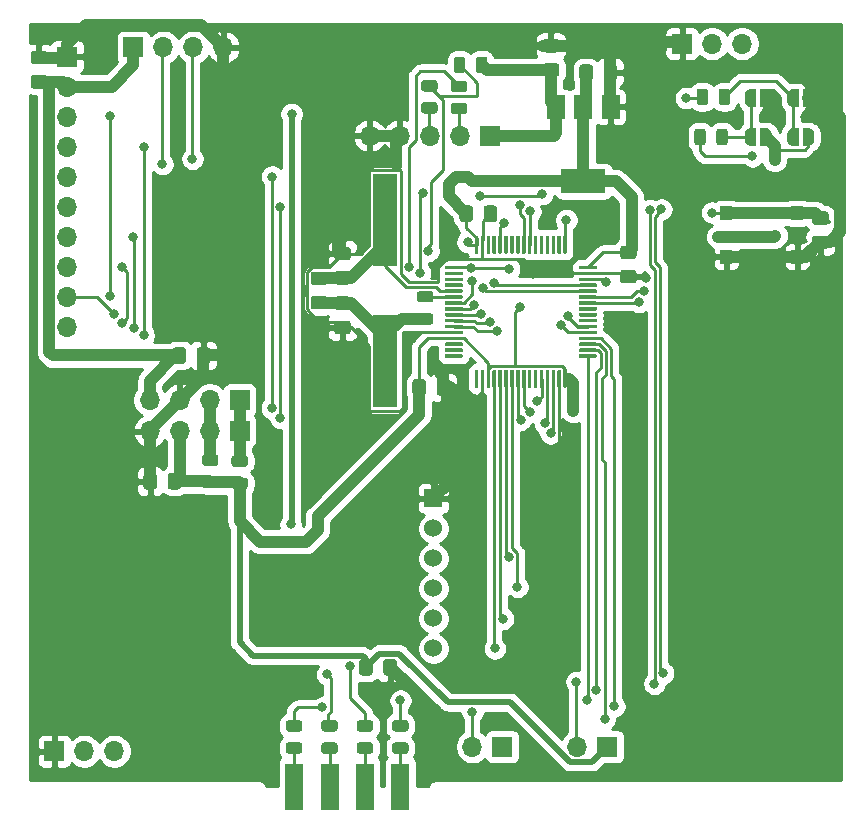
<source format=gbr>
%TF.GenerationSoftware,KiCad,Pcbnew,5.1.6-c6e7f7d~86~ubuntu16.04.1*%
%TF.CreationDate,2021-01-12T06:27:11+00:00*%
%TF.ProjectId,fx502p-minimal-sd,66783530-3270-42d6-9d69-6e696d616c2d,rev?*%
%TF.SameCoordinates,Original*%
%TF.FileFunction,Copper,L1,Top*%
%TF.FilePolarity,Positive*%
%FSLAX46Y46*%
G04 Gerber Fmt 4.6, Leading zero omitted, Abs format (unit mm)*
G04 Created by KiCad (PCBNEW 5.1.6-c6e7f7d~86~ubuntu16.04.1) date 2021-01-12 06:27:11*
%MOMM*%
%LPD*%
G01*
G04 APERTURE LIST*
%TA.AperFunction,ComponentPad*%
%ADD10O,1.700000X1.700000*%
%TD*%
%TA.AperFunction,ComponentPad*%
%ADD11R,1.700000X1.700000*%
%TD*%
%TA.AperFunction,SMDPad,CuDef*%
%ADD12C,0.100000*%
%TD*%
%TA.AperFunction,SMDPad,CuDef*%
%ADD13R,2.000000X7.875000*%
%TD*%
%TA.AperFunction,SMDPad,CuDef*%
%ADD14R,1.500000X2.000000*%
%TD*%
%TA.AperFunction,SMDPad,CuDef*%
%ADD15R,3.800000X2.000000*%
%TD*%
%TA.AperFunction,SMDPad,CuDef*%
%ADD16R,1.000000X1.200000*%
%TD*%
%TA.AperFunction,ConnectorPad*%
%ADD17R,1.524000X4.000000*%
%TD*%
%TA.AperFunction,ComponentPad*%
%ADD18C,1.524000*%
%TD*%
%TA.AperFunction,ComponentPad*%
%ADD19R,1.524000X1.524000*%
%TD*%
%TA.AperFunction,ViaPad*%
%ADD20C,0.800000*%
%TD*%
%TA.AperFunction,Conductor*%
%ADD21C,0.250000*%
%TD*%
%TA.AperFunction,Conductor*%
%ADD22C,1.000000*%
%TD*%
%TA.AperFunction,Conductor*%
%ADD23C,0.500000*%
%TD*%
%TA.AperFunction,Conductor*%
%ADD24C,0.254000*%
%TD*%
G04 APERTURE END LIST*
D10*
%TO.P,J7,10*%
%TO.N,Net-(J7-Pad10)*%
X3810000Y-60960000D03*
%TO.P,J7,9*%
%TO.N,Net-(J7-Pad9)*%
X3810000Y-58420000D03*
%TO.P,J7,8*%
%TO.N,Net-(J7-Pad8)*%
X3810000Y-55880000D03*
%TO.P,J7,7*%
%TO.N,Net-(J7-Pad7)*%
X3810000Y-53340000D03*
%TO.P,J7,6*%
%TO.N,Net-(J7-Pad6)*%
X3810000Y-50800000D03*
%TO.P,J7,5*%
%TO.N,Net-(J7-Pad5)*%
X3810000Y-48260000D03*
%TO.P,J7,4*%
%TO.N,Net-(J7-Pad4)*%
X3810000Y-45720000D03*
%TO.P,J7,3*%
%TO.N,Net-(J7-Pad3)*%
X3810000Y-43180000D03*
%TO.P,J7,2*%
%TO.N,+3V3*%
X3810000Y-40640000D03*
D11*
%TO.P,J7,1*%
%TO.N,CALC_GND*%
X3810000Y-38100000D03*
%TD*%
%TO.P,R11,2*%
%TO.N,Net-(JP3-Pad2)*%
%TA.AperFunction,SMDPad,CuDef*%
G36*
G01*
X58750000Y-45356250D02*
X58750000Y-44443750D01*
G75*
G02*
X58993750Y-44200000I243750J0D01*
G01*
X59481250Y-44200000D01*
G75*
G02*
X59725000Y-44443750I0J-243750D01*
G01*
X59725000Y-45356250D01*
G75*
G02*
X59481250Y-45600000I-243750J0D01*
G01*
X58993750Y-45600000D01*
G75*
G02*
X58750000Y-45356250I0J243750D01*
G01*
G37*
%TD.AperFunction*%
%TO.P,R11,1*%
%TO.N,BOOT1*%
%TA.AperFunction,SMDPad,CuDef*%
G36*
G01*
X56875000Y-45356250D02*
X56875000Y-44443750D01*
G75*
G02*
X57118750Y-44200000I243750J0D01*
G01*
X57606250Y-44200000D01*
G75*
G02*
X57850000Y-44443750I0J-243750D01*
G01*
X57850000Y-45356250D01*
G75*
G02*
X57606250Y-45600000I-243750J0D01*
G01*
X57118750Y-45600000D01*
G75*
G02*
X56875000Y-45356250I0J243750D01*
G01*
G37*
%TD.AperFunction*%
%TD*%
%TO.P,R10,2*%
%TO.N,Net-(JP1-Pad2)*%
%TA.AperFunction,SMDPad,CuDef*%
G36*
G01*
X58950000Y-41956250D02*
X58950000Y-41043750D01*
G75*
G02*
X59193750Y-40800000I243750J0D01*
G01*
X59681250Y-40800000D01*
G75*
G02*
X59925000Y-41043750I0J-243750D01*
G01*
X59925000Y-41956250D01*
G75*
G02*
X59681250Y-42200000I-243750J0D01*
G01*
X59193750Y-42200000D01*
G75*
G02*
X58950000Y-41956250I0J243750D01*
G01*
G37*
%TD.AperFunction*%
%TO.P,R10,1*%
%TO.N,BOOT0*%
%TA.AperFunction,SMDPad,CuDef*%
G36*
G01*
X57075000Y-41956250D02*
X57075000Y-41043750D01*
G75*
G02*
X57318750Y-40800000I243750J0D01*
G01*
X57806250Y-40800000D01*
G75*
G02*
X58050000Y-41043750I0J-243750D01*
G01*
X58050000Y-41956250D01*
G75*
G02*
X57806250Y-42200000I-243750J0D01*
G01*
X57318750Y-42200000D01*
G75*
G02*
X57075000Y-41956250I0J243750D01*
G01*
G37*
%TD.AperFunction*%
%TD*%
%TA.AperFunction,SMDPad,CuDef*%
D12*
%TO.P,JP4,2*%
%TO.N,Net-(JP3-Pad2)*%
G36*
X61650000Y-42349398D02*
G01*
X61625466Y-42349398D01*
X61576635Y-42344588D01*
X61528510Y-42335016D01*
X61481555Y-42320772D01*
X61436222Y-42301995D01*
X61392949Y-42278864D01*
X61352150Y-42251604D01*
X61314221Y-42220476D01*
X61279524Y-42185779D01*
X61248396Y-42147850D01*
X61221136Y-42107051D01*
X61198005Y-42063778D01*
X61179228Y-42018445D01*
X61164984Y-41971490D01*
X61155412Y-41923365D01*
X61150602Y-41874534D01*
X61150602Y-41850000D01*
X61150000Y-41850000D01*
X61150000Y-41350000D01*
X61150602Y-41350000D01*
X61150602Y-41325466D01*
X61155412Y-41276635D01*
X61164984Y-41228510D01*
X61179228Y-41181555D01*
X61198005Y-41136222D01*
X61221136Y-41092949D01*
X61248396Y-41052150D01*
X61279524Y-41014221D01*
X61314221Y-40979524D01*
X61352150Y-40948396D01*
X61392949Y-40921136D01*
X61436222Y-40898005D01*
X61481555Y-40879228D01*
X61528510Y-40864984D01*
X61576635Y-40855412D01*
X61625466Y-40850602D01*
X61650000Y-40850602D01*
X61650000Y-40850000D01*
X62150000Y-40850000D01*
X62150000Y-42350000D01*
X61650000Y-42350000D01*
X61650000Y-42349398D01*
G37*
%TD.AperFunction*%
%TA.AperFunction,SMDPad,CuDef*%
%TO.P,JP4,1*%
%TO.N,CALC_GND*%
G36*
X62450000Y-40850000D02*
G01*
X62950000Y-40850000D01*
X62950000Y-40850602D01*
X62974534Y-40850602D01*
X63023365Y-40855412D01*
X63071490Y-40864984D01*
X63118445Y-40879228D01*
X63163778Y-40898005D01*
X63207051Y-40921136D01*
X63247850Y-40948396D01*
X63285779Y-40979524D01*
X63320476Y-41014221D01*
X63351604Y-41052150D01*
X63378864Y-41092949D01*
X63401995Y-41136222D01*
X63420772Y-41181555D01*
X63435016Y-41228510D01*
X63444588Y-41276635D01*
X63449398Y-41325466D01*
X63449398Y-41350000D01*
X63450000Y-41350000D01*
X63450000Y-41850000D01*
X63449398Y-41850000D01*
X63449398Y-41874534D01*
X63444588Y-41923365D01*
X63435016Y-41971490D01*
X63420772Y-42018445D01*
X63401995Y-42063778D01*
X63378864Y-42107051D01*
X63351604Y-42147850D01*
X63320476Y-42185779D01*
X63285779Y-42220476D01*
X63247850Y-42251604D01*
X63207051Y-42278864D01*
X63163778Y-42301995D01*
X63118445Y-42320772D01*
X63071490Y-42335016D01*
X63023365Y-42344588D01*
X62974534Y-42349398D01*
X62950000Y-42349398D01*
X62950000Y-42350000D01*
X62450000Y-42350000D01*
X62450000Y-40850000D01*
G37*
%TD.AperFunction*%
%TD*%
%TA.AperFunction,SMDPad,CuDef*%
%TO.P,JP3,2*%
%TO.N,Net-(JP3-Pad2)*%
G36*
X61650000Y-45649398D02*
G01*
X61625466Y-45649398D01*
X61576635Y-45644588D01*
X61528510Y-45635016D01*
X61481555Y-45620772D01*
X61436222Y-45601995D01*
X61392949Y-45578864D01*
X61352150Y-45551604D01*
X61314221Y-45520476D01*
X61279524Y-45485779D01*
X61248396Y-45447850D01*
X61221136Y-45407051D01*
X61198005Y-45363778D01*
X61179228Y-45318445D01*
X61164984Y-45271490D01*
X61155412Y-45223365D01*
X61150602Y-45174534D01*
X61150602Y-45150000D01*
X61150000Y-45150000D01*
X61150000Y-44650000D01*
X61150602Y-44650000D01*
X61150602Y-44625466D01*
X61155412Y-44576635D01*
X61164984Y-44528510D01*
X61179228Y-44481555D01*
X61198005Y-44436222D01*
X61221136Y-44392949D01*
X61248396Y-44352150D01*
X61279524Y-44314221D01*
X61314221Y-44279524D01*
X61352150Y-44248396D01*
X61392949Y-44221136D01*
X61436222Y-44198005D01*
X61481555Y-44179228D01*
X61528510Y-44164984D01*
X61576635Y-44155412D01*
X61625466Y-44150602D01*
X61650000Y-44150602D01*
X61650000Y-44150000D01*
X62150000Y-44150000D01*
X62150000Y-45650000D01*
X61650000Y-45650000D01*
X61650000Y-45649398D01*
G37*
%TD.AperFunction*%
%TA.AperFunction,SMDPad,CuDef*%
%TO.P,JP3,1*%
%TO.N,+3V3*%
G36*
X62450000Y-44150000D02*
G01*
X62950000Y-44150000D01*
X62950000Y-44150602D01*
X62974534Y-44150602D01*
X63023365Y-44155412D01*
X63071490Y-44164984D01*
X63118445Y-44179228D01*
X63163778Y-44198005D01*
X63207051Y-44221136D01*
X63247850Y-44248396D01*
X63285779Y-44279524D01*
X63320476Y-44314221D01*
X63351604Y-44352150D01*
X63378864Y-44392949D01*
X63401995Y-44436222D01*
X63420772Y-44481555D01*
X63435016Y-44528510D01*
X63444588Y-44576635D01*
X63449398Y-44625466D01*
X63449398Y-44650000D01*
X63450000Y-44650000D01*
X63450000Y-45150000D01*
X63449398Y-45150000D01*
X63449398Y-45174534D01*
X63444588Y-45223365D01*
X63435016Y-45271490D01*
X63420772Y-45318445D01*
X63401995Y-45363778D01*
X63378864Y-45407051D01*
X63351604Y-45447850D01*
X63320476Y-45485779D01*
X63285779Y-45520476D01*
X63247850Y-45551604D01*
X63207051Y-45578864D01*
X63163778Y-45601995D01*
X63118445Y-45620772D01*
X63071490Y-45635016D01*
X63023365Y-45644588D01*
X62974534Y-45649398D01*
X62950000Y-45649398D01*
X62950000Y-45650000D01*
X62450000Y-45650000D01*
X62450000Y-44150000D01*
G37*
%TD.AperFunction*%
%TD*%
%TA.AperFunction,SMDPad,CuDef*%
%TO.P,JP2,2*%
%TO.N,Net-(JP1-Pad2)*%
G36*
X65250000Y-42349398D02*
G01*
X65225466Y-42349398D01*
X65176635Y-42344588D01*
X65128510Y-42335016D01*
X65081555Y-42320772D01*
X65036222Y-42301995D01*
X64992949Y-42278864D01*
X64952150Y-42251604D01*
X64914221Y-42220476D01*
X64879524Y-42185779D01*
X64848396Y-42147850D01*
X64821136Y-42107051D01*
X64798005Y-42063778D01*
X64779228Y-42018445D01*
X64764984Y-41971490D01*
X64755412Y-41923365D01*
X64750602Y-41874534D01*
X64750602Y-41850000D01*
X64750000Y-41850000D01*
X64750000Y-41350000D01*
X64750602Y-41350000D01*
X64750602Y-41325466D01*
X64755412Y-41276635D01*
X64764984Y-41228510D01*
X64779228Y-41181555D01*
X64798005Y-41136222D01*
X64821136Y-41092949D01*
X64848396Y-41052150D01*
X64879524Y-41014221D01*
X64914221Y-40979524D01*
X64952150Y-40948396D01*
X64992949Y-40921136D01*
X65036222Y-40898005D01*
X65081555Y-40879228D01*
X65128510Y-40864984D01*
X65176635Y-40855412D01*
X65225466Y-40850602D01*
X65250000Y-40850602D01*
X65250000Y-40850000D01*
X65750000Y-40850000D01*
X65750000Y-42350000D01*
X65250000Y-42350000D01*
X65250000Y-42349398D01*
G37*
%TD.AperFunction*%
%TA.AperFunction,SMDPad,CuDef*%
%TO.P,JP2,1*%
%TO.N,CALC_GND*%
G36*
X66050000Y-40850000D02*
G01*
X66550000Y-40850000D01*
X66550000Y-40850602D01*
X66574534Y-40850602D01*
X66623365Y-40855412D01*
X66671490Y-40864984D01*
X66718445Y-40879228D01*
X66763778Y-40898005D01*
X66807051Y-40921136D01*
X66847850Y-40948396D01*
X66885779Y-40979524D01*
X66920476Y-41014221D01*
X66951604Y-41052150D01*
X66978864Y-41092949D01*
X67001995Y-41136222D01*
X67020772Y-41181555D01*
X67035016Y-41228510D01*
X67044588Y-41276635D01*
X67049398Y-41325466D01*
X67049398Y-41350000D01*
X67050000Y-41350000D01*
X67050000Y-41850000D01*
X67049398Y-41850000D01*
X67049398Y-41874534D01*
X67044588Y-41923365D01*
X67035016Y-41971490D01*
X67020772Y-42018445D01*
X67001995Y-42063778D01*
X66978864Y-42107051D01*
X66951604Y-42147850D01*
X66920476Y-42185779D01*
X66885779Y-42220476D01*
X66847850Y-42251604D01*
X66807051Y-42278864D01*
X66763778Y-42301995D01*
X66718445Y-42320772D01*
X66671490Y-42335016D01*
X66623365Y-42344588D01*
X66574534Y-42349398D01*
X66550000Y-42349398D01*
X66550000Y-42350000D01*
X66050000Y-42350000D01*
X66050000Y-40850000D01*
G37*
%TD.AperFunction*%
%TD*%
%TA.AperFunction,SMDPad,CuDef*%
%TO.P,JP1,2*%
%TO.N,Net-(JP1-Pad2)*%
G36*
X65250000Y-45649398D02*
G01*
X65225466Y-45649398D01*
X65176635Y-45644588D01*
X65128510Y-45635016D01*
X65081555Y-45620772D01*
X65036222Y-45601995D01*
X64992949Y-45578864D01*
X64952150Y-45551604D01*
X64914221Y-45520476D01*
X64879524Y-45485779D01*
X64848396Y-45447850D01*
X64821136Y-45407051D01*
X64798005Y-45363778D01*
X64779228Y-45318445D01*
X64764984Y-45271490D01*
X64755412Y-45223365D01*
X64750602Y-45174534D01*
X64750602Y-45150000D01*
X64750000Y-45150000D01*
X64750000Y-44650000D01*
X64750602Y-44650000D01*
X64750602Y-44625466D01*
X64755412Y-44576635D01*
X64764984Y-44528510D01*
X64779228Y-44481555D01*
X64798005Y-44436222D01*
X64821136Y-44392949D01*
X64848396Y-44352150D01*
X64879524Y-44314221D01*
X64914221Y-44279524D01*
X64952150Y-44248396D01*
X64992949Y-44221136D01*
X65036222Y-44198005D01*
X65081555Y-44179228D01*
X65128510Y-44164984D01*
X65176635Y-44155412D01*
X65225466Y-44150602D01*
X65250000Y-44150602D01*
X65250000Y-44150000D01*
X65750000Y-44150000D01*
X65750000Y-45650000D01*
X65250000Y-45650000D01*
X65250000Y-45649398D01*
G37*
%TD.AperFunction*%
%TA.AperFunction,SMDPad,CuDef*%
%TO.P,JP1,1*%
%TO.N,+3V3*%
G36*
X66050000Y-44150000D02*
G01*
X66550000Y-44150000D01*
X66550000Y-44150602D01*
X66574534Y-44150602D01*
X66623365Y-44155412D01*
X66671490Y-44164984D01*
X66718445Y-44179228D01*
X66763778Y-44198005D01*
X66807051Y-44221136D01*
X66847850Y-44248396D01*
X66885779Y-44279524D01*
X66920476Y-44314221D01*
X66951604Y-44352150D01*
X66978864Y-44392949D01*
X67001995Y-44436222D01*
X67020772Y-44481555D01*
X67035016Y-44528510D01*
X67044588Y-44576635D01*
X67049398Y-44625466D01*
X67049398Y-44650000D01*
X67050000Y-44650000D01*
X67050000Y-45150000D01*
X67049398Y-45150000D01*
X67049398Y-45174534D01*
X67044588Y-45223365D01*
X67035016Y-45271490D01*
X67020772Y-45318445D01*
X67001995Y-45363778D01*
X66978864Y-45407051D01*
X66951604Y-45447850D01*
X66920476Y-45485779D01*
X66885779Y-45520476D01*
X66847850Y-45551604D01*
X66807051Y-45578864D01*
X66763778Y-45601995D01*
X66718445Y-45620772D01*
X66671490Y-45635016D01*
X66623365Y-45644588D01*
X66574534Y-45649398D01*
X66550000Y-45649398D01*
X66550000Y-45650000D01*
X66050000Y-45650000D01*
X66050000Y-44150000D01*
G37*
%TD.AperFunction*%
%TD*%
D10*
%TO.P,J6,3*%
%TO.N,SCL*%
X7780000Y-96900000D03*
%TO.P,J6,2*%
%TO.N,SDA*%
X5240000Y-96900000D03*
D11*
%TO.P,J6,1*%
%TO.N,CALC_GND*%
X2700000Y-96900000D03*
%TD*%
D13*
%TO.P,X2,2*%
%TO.N,OSCO*%
X30700000Y-63837500D03*
%TO.P,X2,1*%
%TO.N,OSCI*%
X30700000Y-51962500D03*
%TD*%
D14*
%TO.P,U3,1*%
%TO.N,CALC_GND*%
X49800000Y-42350000D03*
%TO.P,U3,3*%
%TO.N,+5V*%
X45200000Y-42350000D03*
%TO.P,U3,2*%
%TO.N,+3V3*%
X47500000Y-42350000D03*
D15*
X47500000Y-48650000D03*
%TD*%
%TO.P,U1,64*%
%TO.N,+3V3*%
%TA.AperFunction,SMDPad,CuDef*%
G36*
G01*
X38300000Y-54725000D02*
X38300000Y-53325000D01*
G75*
G02*
X38375000Y-53250000I75000J0D01*
G01*
X38525000Y-53250000D01*
G75*
G02*
X38600000Y-53325000I0J-75000D01*
G01*
X38600000Y-54725000D01*
G75*
G02*
X38525000Y-54800000I-75000J0D01*
G01*
X38375000Y-54800000D01*
G75*
G02*
X38300000Y-54725000I0J75000D01*
G01*
G37*
%TD.AperFunction*%
%TO.P,U1,63*%
%TO.N,CALC_GND*%
%TA.AperFunction,SMDPad,CuDef*%
G36*
G01*
X38800000Y-54725000D02*
X38800000Y-53325000D01*
G75*
G02*
X38875000Y-53250000I75000J0D01*
G01*
X39025000Y-53250000D01*
G75*
G02*
X39100000Y-53325000I0J-75000D01*
G01*
X39100000Y-54725000D01*
G75*
G02*
X39025000Y-54800000I-75000J0D01*
G01*
X38875000Y-54800000D01*
G75*
G02*
X38800000Y-54725000I0J75000D01*
G01*
G37*
%TD.AperFunction*%
%TO.P,U1,62*%
%TO.N,N/C*%
%TA.AperFunction,SMDPad,CuDef*%
G36*
G01*
X39300000Y-54725000D02*
X39300000Y-53325000D01*
G75*
G02*
X39375000Y-53250000I75000J0D01*
G01*
X39525000Y-53250000D01*
G75*
G02*
X39600000Y-53325000I0J-75000D01*
G01*
X39600000Y-54725000D01*
G75*
G02*
X39525000Y-54800000I-75000J0D01*
G01*
X39375000Y-54800000D01*
G75*
G02*
X39300000Y-54725000I0J75000D01*
G01*
G37*
%TD.AperFunction*%
%TO.P,U1,61*%
%TA.AperFunction,SMDPad,CuDef*%
G36*
G01*
X39800000Y-54725000D02*
X39800000Y-53325000D01*
G75*
G02*
X39875000Y-53250000I75000J0D01*
G01*
X40025000Y-53250000D01*
G75*
G02*
X40100000Y-53325000I0J-75000D01*
G01*
X40100000Y-54725000D01*
G75*
G02*
X40025000Y-54800000I-75000J0D01*
G01*
X39875000Y-54800000D01*
G75*
G02*
X39800000Y-54725000I0J75000D01*
G01*
G37*
%TD.AperFunction*%
%TO.P,U1,60*%
%TO.N,BOOT0*%
%TA.AperFunction,SMDPad,CuDef*%
G36*
G01*
X40300000Y-54725000D02*
X40300000Y-53325000D01*
G75*
G02*
X40375000Y-53250000I75000J0D01*
G01*
X40525000Y-53250000D01*
G75*
G02*
X40600000Y-53325000I0J-75000D01*
G01*
X40600000Y-54725000D01*
G75*
G02*
X40525000Y-54800000I-75000J0D01*
G01*
X40375000Y-54800000D01*
G75*
G02*
X40300000Y-54725000I0J75000D01*
G01*
G37*
%TD.AperFunction*%
%TO.P,U1,59*%
%TO.N,N/C*%
%TA.AperFunction,SMDPad,CuDef*%
G36*
G01*
X40800000Y-54725000D02*
X40800000Y-53325000D01*
G75*
G02*
X40875000Y-53250000I75000J0D01*
G01*
X41025000Y-53250000D01*
G75*
G02*
X41100000Y-53325000I0J-75000D01*
G01*
X41100000Y-54725000D01*
G75*
G02*
X41025000Y-54800000I-75000J0D01*
G01*
X40875000Y-54800000D01*
G75*
G02*
X40800000Y-54725000I0J75000D01*
G01*
G37*
%TD.AperFunction*%
%TO.P,U1,58*%
%TA.AperFunction,SMDPad,CuDef*%
G36*
G01*
X41300000Y-54725000D02*
X41300000Y-53325000D01*
G75*
G02*
X41375000Y-53250000I75000J0D01*
G01*
X41525000Y-53250000D01*
G75*
G02*
X41600000Y-53325000I0J-75000D01*
G01*
X41600000Y-54725000D01*
G75*
G02*
X41525000Y-54800000I-75000J0D01*
G01*
X41375000Y-54800000D01*
G75*
G02*
X41300000Y-54725000I0J75000D01*
G01*
G37*
%TD.AperFunction*%
%TO.P,U1,57*%
%TA.AperFunction,SMDPad,CuDef*%
G36*
G01*
X41800000Y-54725000D02*
X41800000Y-53325000D01*
G75*
G02*
X41875000Y-53250000I75000J0D01*
G01*
X42025000Y-53250000D01*
G75*
G02*
X42100000Y-53325000I0J-75000D01*
G01*
X42100000Y-54725000D01*
G75*
G02*
X42025000Y-54800000I-75000J0D01*
G01*
X41875000Y-54800000D01*
G75*
G02*
X41800000Y-54725000I0J75000D01*
G01*
G37*
%TD.AperFunction*%
%TO.P,U1,56*%
%TO.N,CALC_OP*%
%TA.AperFunction,SMDPad,CuDef*%
G36*
G01*
X42300000Y-54725000D02*
X42300000Y-53325000D01*
G75*
G02*
X42375000Y-53250000I75000J0D01*
G01*
X42525000Y-53250000D01*
G75*
G02*
X42600000Y-53325000I0J-75000D01*
G01*
X42600000Y-54725000D01*
G75*
G02*
X42525000Y-54800000I-75000J0D01*
G01*
X42375000Y-54800000D01*
G75*
G02*
X42300000Y-54725000I0J75000D01*
G01*
G37*
%TD.AperFunction*%
%TO.P,U1,55*%
%TO.N,CALC_D3*%
%TA.AperFunction,SMDPad,CuDef*%
G36*
G01*
X42800000Y-54725000D02*
X42800000Y-53325000D01*
G75*
G02*
X42875000Y-53250000I75000J0D01*
G01*
X43025000Y-53250000D01*
G75*
G02*
X43100000Y-53325000I0J-75000D01*
G01*
X43100000Y-54725000D01*
G75*
G02*
X43025000Y-54800000I-75000J0D01*
G01*
X42875000Y-54800000D01*
G75*
G02*
X42800000Y-54725000I0J75000D01*
G01*
G37*
%TD.AperFunction*%
%TO.P,U1,54*%
%TO.N,N/C*%
%TA.AperFunction,SMDPad,CuDef*%
G36*
G01*
X43300000Y-54725000D02*
X43300000Y-53325000D01*
G75*
G02*
X43375000Y-53250000I75000J0D01*
G01*
X43525000Y-53250000D01*
G75*
G02*
X43600000Y-53325000I0J-75000D01*
G01*
X43600000Y-54725000D01*
G75*
G02*
X43525000Y-54800000I-75000J0D01*
G01*
X43375000Y-54800000D01*
G75*
G02*
X43300000Y-54725000I0J75000D01*
G01*
G37*
%TD.AperFunction*%
%TO.P,U1,53*%
%TA.AperFunction,SMDPad,CuDef*%
G36*
G01*
X43800000Y-54725000D02*
X43800000Y-53325000D01*
G75*
G02*
X43875000Y-53250000I75000J0D01*
G01*
X44025000Y-53250000D01*
G75*
G02*
X44100000Y-53325000I0J-75000D01*
G01*
X44100000Y-54725000D01*
G75*
G02*
X44025000Y-54800000I-75000J0D01*
G01*
X43875000Y-54800000D01*
G75*
G02*
X43800000Y-54725000I0J75000D01*
G01*
G37*
%TD.AperFunction*%
%TO.P,U1,52*%
%TA.AperFunction,SMDPad,CuDef*%
G36*
G01*
X44300000Y-54725000D02*
X44300000Y-53325000D01*
G75*
G02*
X44375000Y-53250000I75000J0D01*
G01*
X44525000Y-53250000D01*
G75*
G02*
X44600000Y-53325000I0J-75000D01*
G01*
X44600000Y-54725000D01*
G75*
G02*
X44525000Y-54800000I-75000J0D01*
G01*
X44375000Y-54800000D01*
G75*
G02*
X44300000Y-54725000I0J75000D01*
G01*
G37*
%TD.AperFunction*%
%TO.P,U1,51*%
%TA.AperFunction,SMDPad,CuDef*%
G36*
G01*
X44800000Y-54725000D02*
X44800000Y-53325000D01*
G75*
G02*
X44875000Y-53250000I75000J0D01*
G01*
X45025000Y-53250000D01*
G75*
G02*
X45100000Y-53325000I0J-75000D01*
G01*
X45100000Y-54725000D01*
G75*
G02*
X45025000Y-54800000I-75000J0D01*
G01*
X44875000Y-54800000D01*
G75*
G02*
X44800000Y-54725000I0J75000D01*
G01*
G37*
%TD.AperFunction*%
%TO.P,U1,50*%
%TA.AperFunction,SMDPad,CuDef*%
G36*
G01*
X45300000Y-54725000D02*
X45300000Y-53325000D01*
G75*
G02*
X45375000Y-53250000I75000J0D01*
G01*
X45525000Y-53250000D01*
G75*
G02*
X45600000Y-53325000I0J-75000D01*
G01*
X45600000Y-54725000D01*
G75*
G02*
X45525000Y-54800000I-75000J0D01*
G01*
X45375000Y-54800000D01*
G75*
G02*
X45300000Y-54725000I0J75000D01*
G01*
G37*
%TD.AperFunction*%
%TO.P,U1,49*%
%TO.N,SWDCLK*%
%TA.AperFunction,SMDPad,CuDef*%
G36*
G01*
X45800000Y-54725000D02*
X45800000Y-53325000D01*
G75*
G02*
X45875000Y-53250000I75000J0D01*
G01*
X46025000Y-53250000D01*
G75*
G02*
X46100000Y-53325000I0J-75000D01*
G01*
X46100000Y-54725000D01*
G75*
G02*
X46025000Y-54800000I-75000J0D01*
G01*
X45875000Y-54800000D01*
G75*
G02*
X45800000Y-54725000I0J75000D01*
G01*
G37*
%TD.AperFunction*%
%TO.P,U1,48*%
%TO.N,+3V3*%
%TA.AperFunction,SMDPad,CuDef*%
G36*
G01*
X47100000Y-56025000D02*
X47100000Y-55875000D01*
G75*
G02*
X47175000Y-55800000I75000J0D01*
G01*
X48575000Y-55800000D01*
G75*
G02*
X48650000Y-55875000I0J-75000D01*
G01*
X48650000Y-56025000D01*
G75*
G02*
X48575000Y-56100000I-75000J0D01*
G01*
X47175000Y-56100000D01*
G75*
G02*
X47100000Y-56025000I0J75000D01*
G01*
G37*
%TD.AperFunction*%
%TO.P,U1,47*%
%TO.N,CALC_GND*%
%TA.AperFunction,SMDPad,CuDef*%
G36*
G01*
X47100000Y-56525000D02*
X47100000Y-56375000D01*
G75*
G02*
X47175000Y-56300000I75000J0D01*
G01*
X48575000Y-56300000D01*
G75*
G02*
X48650000Y-56375000I0J-75000D01*
G01*
X48650000Y-56525000D01*
G75*
G02*
X48575000Y-56600000I-75000J0D01*
G01*
X47175000Y-56600000D01*
G75*
G02*
X47100000Y-56525000I0J75000D01*
G01*
G37*
%TD.AperFunction*%
%TO.P,U1,46*%
%TO.N,SWDIO*%
%TA.AperFunction,SMDPad,CuDef*%
G36*
G01*
X47100000Y-57025000D02*
X47100000Y-56875000D01*
G75*
G02*
X47175000Y-56800000I75000J0D01*
G01*
X48575000Y-56800000D01*
G75*
G02*
X48650000Y-56875000I0J-75000D01*
G01*
X48650000Y-57025000D01*
G75*
G02*
X48575000Y-57100000I-75000J0D01*
G01*
X47175000Y-57100000D01*
G75*
G02*
X47100000Y-57025000I0J75000D01*
G01*
G37*
%TD.AperFunction*%
%TO.P,U1,45*%
%TO.N,PA12*%
%TA.AperFunction,SMDPad,CuDef*%
G36*
G01*
X47100000Y-57525000D02*
X47100000Y-57375000D01*
G75*
G02*
X47175000Y-57300000I75000J0D01*
G01*
X48575000Y-57300000D01*
G75*
G02*
X48650000Y-57375000I0J-75000D01*
G01*
X48650000Y-57525000D01*
G75*
G02*
X48575000Y-57600000I-75000J0D01*
G01*
X47175000Y-57600000D01*
G75*
G02*
X47100000Y-57525000I0J75000D01*
G01*
G37*
%TD.AperFunction*%
%TO.P,U1,44*%
%TO.N,PA11*%
%TA.AperFunction,SMDPad,CuDef*%
G36*
G01*
X47100000Y-58025000D02*
X47100000Y-57875000D01*
G75*
G02*
X47175000Y-57800000I75000J0D01*
G01*
X48575000Y-57800000D01*
G75*
G02*
X48650000Y-57875000I0J-75000D01*
G01*
X48650000Y-58025000D01*
G75*
G02*
X48575000Y-58100000I-75000J0D01*
G01*
X47175000Y-58100000D01*
G75*
G02*
X47100000Y-58025000I0J75000D01*
G01*
G37*
%TD.AperFunction*%
%TO.P,U1,43*%
%TO.N,RX*%
%TA.AperFunction,SMDPad,CuDef*%
G36*
G01*
X47100000Y-58525000D02*
X47100000Y-58375000D01*
G75*
G02*
X47175000Y-58300000I75000J0D01*
G01*
X48575000Y-58300000D01*
G75*
G02*
X48650000Y-58375000I0J-75000D01*
G01*
X48650000Y-58525000D01*
G75*
G02*
X48575000Y-58600000I-75000J0D01*
G01*
X47175000Y-58600000D01*
G75*
G02*
X47100000Y-58525000I0J75000D01*
G01*
G37*
%TD.AperFunction*%
%TO.P,U1,42*%
%TO.N,TX*%
%TA.AperFunction,SMDPad,CuDef*%
G36*
G01*
X47100000Y-59025000D02*
X47100000Y-58875000D01*
G75*
G02*
X47175000Y-58800000I75000J0D01*
G01*
X48575000Y-58800000D01*
G75*
G02*
X48650000Y-58875000I0J-75000D01*
G01*
X48650000Y-59025000D01*
G75*
G02*
X48575000Y-59100000I-75000J0D01*
G01*
X47175000Y-59100000D01*
G75*
G02*
X47100000Y-59025000I0J75000D01*
G01*
G37*
%TD.AperFunction*%
%TO.P,U1,41*%
%TO.N,N/C*%
%TA.AperFunction,SMDPad,CuDef*%
G36*
G01*
X47100000Y-59525000D02*
X47100000Y-59375000D01*
G75*
G02*
X47175000Y-59300000I75000J0D01*
G01*
X48575000Y-59300000D01*
G75*
G02*
X48650000Y-59375000I0J-75000D01*
G01*
X48650000Y-59525000D01*
G75*
G02*
X48575000Y-59600000I-75000J0D01*
G01*
X47175000Y-59600000D01*
G75*
G02*
X47100000Y-59525000I0J75000D01*
G01*
G37*
%TD.AperFunction*%
%TO.P,U1,40*%
%TA.AperFunction,SMDPad,CuDef*%
G36*
G01*
X47100000Y-60025000D02*
X47100000Y-59875000D01*
G75*
G02*
X47175000Y-59800000I75000J0D01*
G01*
X48575000Y-59800000D01*
G75*
G02*
X48650000Y-59875000I0J-75000D01*
G01*
X48650000Y-60025000D01*
G75*
G02*
X48575000Y-60100000I-75000J0D01*
G01*
X47175000Y-60100000D01*
G75*
G02*
X47100000Y-60025000I0J75000D01*
G01*
G37*
%TD.AperFunction*%
%TO.P,U1,39*%
%TA.AperFunction,SMDPad,CuDef*%
G36*
G01*
X47100000Y-60525000D02*
X47100000Y-60375000D01*
G75*
G02*
X47175000Y-60300000I75000J0D01*
G01*
X48575000Y-60300000D01*
G75*
G02*
X48650000Y-60375000I0J-75000D01*
G01*
X48650000Y-60525000D01*
G75*
G02*
X48575000Y-60600000I-75000J0D01*
G01*
X47175000Y-60600000D01*
G75*
G02*
X47100000Y-60525000I0J75000D01*
G01*
G37*
%TD.AperFunction*%
%TO.P,U1,38*%
%TO.N,Net-(J7-Pad3)*%
%TA.AperFunction,SMDPad,CuDef*%
G36*
G01*
X47100000Y-61025000D02*
X47100000Y-60875000D01*
G75*
G02*
X47175000Y-60800000I75000J0D01*
G01*
X48575000Y-60800000D01*
G75*
G02*
X48650000Y-60875000I0J-75000D01*
G01*
X48650000Y-61025000D01*
G75*
G02*
X48575000Y-61100000I-75000J0D01*
G01*
X47175000Y-61100000D01*
G75*
G02*
X47100000Y-61025000I0J75000D01*
G01*
G37*
%TD.AperFunction*%
%TO.P,U1,37*%
%TO.N,Net-(J7-Pad4)*%
%TA.AperFunction,SMDPad,CuDef*%
G36*
G01*
X47100000Y-61525000D02*
X47100000Y-61375000D01*
G75*
G02*
X47175000Y-61300000I75000J0D01*
G01*
X48575000Y-61300000D01*
G75*
G02*
X48650000Y-61375000I0J-75000D01*
G01*
X48650000Y-61525000D01*
G75*
G02*
X48575000Y-61600000I-75000J0D01*
G01*
X47175000Y-61600000D01*
G75*
G02*
X47100000Y-61525000I0J75000D01*
G01*
G37*
%TD.AperFunction*%
%TO.P,U1,36*%
%TO.N,CALC_CONT*%
%TA.AperFunction,SMDPad,CuDef*%
G36*
G01*
X47100000Y-62025000D02*
X47100000Y-61875000D01*
G75*
G02*
X47175000Y-61800000I75000J0D01*
G01*
X48575000Y-61800000D01*
G75*
G02*
X48650000Y-61875000I0J-75000D01*
G01*
X48650000Y-62025000D01*
G75*
G02*
X48575000Y-62100000I-75000J0D01*
G01*
X47175000Y-62100000D01*
G75*
G02*
X47100000Y-62025000I0J75000D01*
G01*
G37*
%TD.AperFunction*%
%TO.P,U1,35*%
%TO.N,CALC_VCC_GPIO*%
%TA.AperFunction,SMDPad,CuDef*%
G36*
G01*
X47100000Y-62525000D02*
X47100000Y-62375000D01*
G75*
G02*
X47175000Y-62300000I75000J0D01*
G01*
X48575000Y-62300000D01*
G75*
G02*
X48650000Y-62375000I0J-75000D01*
G01*
X48650000Y-62525000D01*
G75*
G02*
X48575000Y-62600000I-75000J0D01*
G01*
X47175000Y-62600000D01*
G75*
G02*
X47100000Y-62525000I0J75000D01*
G01*
G37*
%TD.AperFunction*%
%TO.P,U1,34*%
%TO.N,CALC_CE*%
%TA.AperFunction,SMDPad,CuDef*%
G36*
G01*
X47100000Y-63025000D02*
X47100000Y-62875000D01*
G75*
G02*
X47175000Y-62800000I75000J0D01*
G01*
X48575000Y-62800000D01*
G75*
G02*
X48650000Y-62875000I0J-75000D01*
G01*
X48650000Y-63025000D01*
G75*
G02*
X48575000Y-63100000I-75000J0D01*
G01*
X47175000Y-63100000D01*
G75*
G02*
X47100000Y-63025000I0J75000D01*
G01*
G37*
%TD.AperFunction*%
%TO.P,U1,33*%
%TO.N,CALC_SP*%
%TA.AperFunction,SMDPad,CuDef*%
G36*
G01*
X47100000Y-63525000D02*
X47100000Y-63375000D01*
G75*
G02*
X47175000Y-63300000I75000J0D01*
G01*
X48575000Y-63300000D01*
G75*
G02*
X48650000Y-63375000I0J-75000D01*
G01*
X48650000Y-63525000D01*
G75*
G02*
X48575000Y-63600000I-75000J0D01*
G01*
X47175000Y-63600000D01*
G75*
G02*
X47100000Y-63525000I0J75000D01*
G01*
G37*
%TD.AperFunction*%
%TO.P,U1,32*%
%TO.N,+3V3*%
%TA.AperFunction,SMDPad,CuDef*%
G36*
G01*
X45800000Y-66075000D02*
X45800000Y-64675000D01*
G75*
G02*
X45875000Y-64600000I75000J0D01*
G01*
X46025000Y-64600000D01*
G75*
G02*
X46100000Y-64675000I0J-75000D01*
G01*
X46100000Y-66075000D01*
G75*
G02*
X46025000Y-66150000I-75000J0D01*
G01*
X45875000Y-66150000D01*
G75*
G02*
X45800000Y-66075000I0J75000D01*
G01*
G37*
%TD.AperFunction*%
%TO.P,U1,31*%
%TO.N,CALC_GND*%
%TA.AperFunction,SMDPad,CuDef*%
G36*
G01*
X45300000Y-66075000D02*
X45300000Y-64675000D01*
G75*
G02*
X45375000Y-64600000I75000J0D01*
G01*
X45525000Y-64600000D01*
G75*
G02*
X45600000Y-64675000I0J-75000D01*
G01*
X45600000Y-66075000D01*
G75*
G02*
X45525000Y-66150000I-75000J0D01*
G01*
X45375000Y-66150000D01*
G75*
G02*
X45300000Y-66075000I0J75000D01*
G01*
G37*
%TD.AperFunction*%
%TO.P,U1,30*%
%TO.N,SDA*%
%TA.AperFunction,SMDPad,CuDef*%
G36*
G01*
X44800000Y-66075000D02*
X44800000Y-64675000D01*
G75*
G02*
X44875000Y-64600000I75000J0D01*
G01*
X45025000Y-64600000D01*
G75*
G02*
X45100000Y-64675000I0J-75000D01*
G01*
X45100000Y-66075000D01*
G75*
G02*
X45025000Y-66150000I-75000J0D01*
G01*
X44875000Y-66150000D01*
G75*
G02*
X44800000Y-66075000I0J75000D01*
G01*
G37*
%TD.AperFunction*%
%TO.P,U1,29*%
%TO.N,SCL*%
%TA.AperFunction,SMDPad,CuDef*%
G36*
G01*
X44300000Y-66075000D02*
X44300000Y-64675000D01*
G75*
G02*
X44375000Y-64600000I75000J0D01*
G01*
X44525000Y-64600000D01*
G75*
G02*
X44600000Y-64675000I0J-75000D01*
G01*
X44600000Y-66075000D01*
G75*
G02*
X44525000Y-66150000I-75000J0D01*
G01*
X44375000Y-66150000D01*
G75*
G02*
X44300000Y-66075000I0J75000D01*
G01*
G37*
%TD.AperFunction*%
%TO.P,U1,28*%
%TO.N,BOOT1*%
%TA.AperFunction,SMDPad,CuDef*%
G36*
G01*
X43800000Y-66075000D02*
X43800000Y-64675000D01*
G75*
G02*
X43875000Y-64600000I75000J0D01*
G01*
X44025000Y-64600000D01*
G75*
G02*
X44100000Y-64675000I0J-75000D01*
G01*
X44100000Y-66075000D01*
G75*
G02*
X44025000Y-66150000I-75000J0D01*
G01*
X43875000Y-66150000D01*
G75*
G02*
X43800000Y-66075000I0J75000D01*
G01*
G37*
%TD.AperFunction*%
%TO.P,U1,27*%
%TO.N,N/C*%
%TA.AperFunction,SMDPad,CuDef*%
G36*
G01*
X43300000Y-66075000D02*
X43300000Y-64675000D01*
G75*
G02*
X43375000Y-64600000I75000J0D01*
G01*
X43525000Y-64600000D01*
G75*
G02*
X43600000Y-64675000I0J-75000D01*
G01*
X43600000Y-66075000D01*
G75*
G02*
X43525000Y-66150000I-75000J0D01*
G01*
X43375000Y-66150000D01*
G75*
G02*
X43300000Y-66075000I0J75000D01*
G01*
G37*
%TD.AperFunction*%
%TO.P,U1,26*%
%TA.AperFunction,SMDPad,CuDef*%
G36*
G01*
X42800000Y-66075000D02*
X42800000Y-64675000D01*
G75*
G02*
X42875000Y-64600000I75000J0D01*
G01*
X43025000Y-64600000D01*
G75*
G02*
X43100000Y-64675000I0J-75000D01*
G01*
X43100000Y-66075000D01*
G75*
G02*
X43025000Y-66150000I-75000J0D01*
G01*
X42875000Y-66150000D01*
G75*
G02*
X42800000Y-66075000I0J75000D01*
G01*
G37*
%TD.AperFunction*%
%TO.P,U1,25*%
%TO.N,Net-(J7-Pad5)*%
%TA.AperFunction,SMDPad,CuDef*%
G36*
G01*
X42300000Y-66075000D02*
X42300000Y-64675000D01*
G75*
G02*
X42375000Y-64600000I75000J0D01*
G01*
X42525000Y-64600000D01*
G75*
G02*
X42600000Y-64675000I0J-75000D01*
G01*
X42600000Y-66075000D01*
G75*
G02*
X42525000Y-66150000I-75000J0D01*
G01*
X42375000Y-66150000D01*
G75*
G02*
X42300000Y-66075000I0J75000D01*
G01*
G37*
%TD.AperFunction*%
%TO.P,U1,24*%
%TO.N,Net-(J7-Pad6)*%
%TA.AperFunction,SMDPad,CuDef*%
G36*
G01*
X41800000Y-66075000D02*
X41800000Y-64675000D01*
G75*
G02*
X41875000Y-64600000I75000J0D01*
G01*
X42025000Y-64600000D01*
G75*
G02*
X42100000Y-64675000I0J-75000D01*
G01*
X42100000Y-66075000D01*
G75*
G02*
X42025000Y-66150000I-75000J0D01*
G01*
X41875000Y-66150000D01*
G75*
G02*
X41800000Y-66075000I0J75000D01*
G01*
G37*
%TD.AperFunction*%
%TO.P,U1,23*%
%TO.N,SD_MOSI*%
%TA.AperFunction,SMDPad,CuDef*%
G36*
G01*
X41300000Y-66075000D02*
X41300000Y-64675000D01*
G75*
G02*
X41375000Y-64600000I75000J0D01*
G01*
X41525000Y-64600000D01*
G75*
G02*
X41600000Y-64675000I0J-75000D01*
G01*
X41600000Y-66075000D01*
G75*
G02*
X41525000Y-66150000I-75000J0D01*
G01*
X41375000Y-66150000D01*
G75*
G02*
X41300000Y-66075000I0J75000D01*
G01*
G37*
%TD.AperFunction*%
%TO.P,U1,22*%
%TO.N,SD_MISO*%
%TA.AperFunction,SMDPad,CuDef*%
G36*
G01*
X40800000Y-66075000D02*
X40800000Y-64675000D01*
G75*
G02*
X40875000Y-64600000I75000J0D01*
G01*
X41025000Y-64600000D01*
G75*
G02*
X41100000Y-64675000I0J-75000D01*
G01*
X41100000Y-66075000D01*
G75*
G02*
X41025000Y-66150000I-75000J0D01*
G01*
X40875000Y-66150000D01*
G75*
G02*
X40800000Y-66075000I0J75000D01*
G01*
G37*
%TD.AperFunction*%
%TO.P,U1,21*%
%TO.N,SD_CLK*%
%TA.AperFunction,SMDPad,CuDef*%
G36*
G01*
X40300000Y-66075000D02*
X40300000Y-64675000D01*
G75*
G02*
X40375000Y-64600000I75000J0D01*
G01*
X40525000Y-64600000D01*
G75*
G02*
X40600000Y-64675000I0J-75000D01*
G01*
X40600000Y-66075000D01*
G75*
G02*
X40525000Y-66150000I-75000J0D01*
G01*
X40375000Y-66150000D01*
G75*
G02*
X40300000Y-66075000I0J75000D01*
G01*
G37*
%TD.AperFunction*%
%TO.P,U1,20*%
%TO.N,SD_CS*%
%TA.AperFunction,SMDPad,CuDef*%
G36*
G01*
X39800000Y-66075000D02*
X39800000Y-64675000D01*
G75*
G02*
X39875000Y-64600000I75000J0D01*
G01*
X40025000Y-64600000D01*
G75*
G02*
X40100000Y-64675000I0J-75000D01*
G01*
X40100000Y-66075000D01*
G75*
G02*
X40025000Y-66150000I-75000J0D01*
G01*
X39875000Y-66150000D01*
G75*
G02*
X39800000Y-66075000I0J75000D01*
G01*
G37*
%TD.AperFunction*%
%TO.P,U1,19*%
%TO.N,+3V3*%
%TA.AperFunction,SMDPad,CuDef*%
G36*
G01*
X39300000Y-66075000D02*
X39300000Y-64675000D01*
G75*
G02*
X39375000Y-64600000I75000J0D01*
G01*
X39525000Y-64600000D01*
G75*
G02*
X39600000Y-64675000I0J-75000D01*
G01*
X39600000Y-66075000D01*
G75*
G02*
X39525000Y-66150000I-75000J0D01*
G01*
X39375000Y-66150000D01*
G75*
G02*
X39300000Y-66075000I0J75000D01*
G01*
G37*
%TD.AperFunction*%
%TO.P,U1,18*%
%TO.N,CALC_GND*%
%TA.AperFunction,SMDPad,CuDef*%
G36*
G01*
X38800000Y-66075000D02*
X38800000Y-64675000D01*
G75*
G02*
X38875000Y-64600000I75000J0D01*
G01*
X39025000Y-64600000D01*
G75*
G02*
X39100000Y-64675000I0J-75000D01*
G01*
X39100000Y-66075000D01*
G75*
G02*
X39025000Y-66150000I-75000J0D01*
G01*
X38875000Y-66150000D01*
G75*
G02*
X38800000Y-66075000I0J75000D01*
G01*
G37*
%TD.AperFunction*%
%TO.P,U1,17*%
%TO.N,N/C*%
%TA.AperFunction,SMDPad,CuDef*%
G36*
G01*
X38300000Y-66075000D02*
X38300000Y-64675000D01*
G75*
G02*
X38375000Y-64600000I75000J0D01*
G01*
X38525000Y-64600000D01*
G75*
G02*
X38600000Y-64675000I0J-75000D01*
G01*
X38600000Y-66075000D01*
G75*
G02*
X38525000Y-66150000I-75000J0D01*
G01*
X38375000Y-66150000D01*
G75*
G02*
X38300000Y-66075000I0J75000D01*
G01*
G37*
%TD.AperFunction*%
%TO.P,U1,16*%
%TA.AperFunction,SMDPad,CuDef*%
G36*
G01*
X35750000Y-63525000D02*
X35750000Y-63375000D01*
G75*
G02*
X35825000Y-63300000I75000J0D01*
G01*
X37225000Y-63300000D01*
G75*
G02*
X37300000Y-63375000I0J-75000D01*
G01*
X37300000Y-63525000D01*
G75*
G02*
X37225000Y-63600000I-75000J0D01*
G01*
X35825000Y-63600000D01*
G75*
G02*
X35750000Y-63525000I0J75000D01*
G01*
G37*
%TD.AperFunction*%
%TO.P,U1,15*%
%TA.AperFunction,SMDPad,CuDef*%
G36*
G01*
X35750000Y-63025000D02*
X35750000Y-62875000D01*
G75*
G02*
X35825000Y-62800000I75000J0D01*
G01*
X37225000Y-62800000D01*
G75*
G02*
X37300000Y-62875000I0J-75000D01*
G01*
X37300000Y-63025000D01*
G75*
G02*
X37225000Y-63100000I-75000J0D01*
G01*
X35825000Y-63100000D01*
G75*
G02*
X35750000Y-63025000I0J75000D01*
G01*
G37*
%TD.AperFunction*%
%TO.P,U1,14*%
%TA.AperFunction,SMDPad,CuDef*%
G36*
G01*
X35750000Y-62525000D02*
X35750000Y-62375000D01*
G75*
G02*
X35825000Y-62300000I75000J0D01*
G01*
X37225000Y-62300000D01*
G75*
G02*
X37300000Y-62375000I0J-75000D01*
G01*
X37300000Y-62525000D01*
G75*
G02*
X37225000Y-62600000I-75000J0D01*
G01*
X35825000Y-62600000D01*
G75*
G02*
X35750000Y-62525000I0J75000D01*
G01*
G37*
%TD.AperFunction*%
%TO.P,U1,13*%
%TO.N,+3V3*%
%TA.AperFunction,SMDPad,CuDef*%
G36*
G01*
X35750000Y-62025000D02*
X35750000Y-61875000D01*
G75*
G02*
X35825000Y-61800000I75000J0D01*
G01*
X37225000Y-61800000D01*
G75*
G02*
X37300000Y-61875000I0J-75000D01*
G01*
X37300000Y-62025000D01*
G75*
G02*
X37225000Y-62100000I-75000J0D01*
G01*
X35825000Y-62100000D01*
G75*
G02*
X35750000Y-62025000I0J75000D01*
G01*
G37*
%TD.AperFunction*%
%TO.P,U1,12*%
%TO.N,CALC_GND*%
%TA.AperFunction,SMDPad,CuDef*%
G36*
G01*
X35750000Y-61525000D02*
X35750000Y-61375000D01*
G75*
G02*
X35825000Y-61300000I75000J0D01*
G01*
X37225000Y-61300000D01*
G75*
G02*
X37300000Y-61375000I0J-75000D01*
G01*
X37300000Y-61525000D01*
G75*
G02*
X37225000Y-61600000I-75000J0D01*
G01*
X35825000Y-61600000D01*
G75*
G02*
X35750000Y-61525000I0J75000D01*
G01*
G37*
%TD.AperFunction*%
%TO.P,U1,11*%
%TO.N,Net-(J7-Pad7)*%
%TA.AperFunction,SMDPad,CuDef*%
G36*
G01*
X35750000Y-61025000D02*
X35750000Y-60875000D01*
G75*
G02*
X35825000Y-60800000I75000J0D01*
G01*
X37225000Y-60800000D01*
G75*
G02*
X37300000Y-60875000I0J-75000D01*
G01*
X37300000Y-61025000D01*
G75*
G02*
X37225000Y-61100000I-75000J0D01*
G01*
X35825000Y-61100000D01*
G75*
G02*
X35750000Y-61025000I0J75000D01*
G01*
G37*
%TD.AperFunction*%
%TO.P,U1,10*%
%TO.N,Net-(J7-Pad8)*%
%TA.AperFunction,SMDPad,CuDef*%
G36*
G01*
X35750000Y-60525000D02*
X35750000Y-60375000D01*
G75*
G02*
X35825000Y-60300000I75000J0D01*
G01*
X37225000Y-60300000D01*
G75*
G02*
X37300000Y-60375000I0J-75000D01*
G01*
X37300000Y-60525000D01*
G75*
G02*
X37225000Y-60600000I-75000J0D01*
G01*
X35825000Y-60600000D01*
G75*
G02*
X35750000Y-60525000I0J75000D01*
G01*
G37*
%TD.AperFunction*%
%TO.P,U1,9*%
%TO.N,Net-(J7-Pad9)*%
%TA.AperFunction,SMDPad,CuDef*%
G36*
G01*
X35750000Y-60025000D02*
X35750000Y-59875000D01*
G75*
G02*
X35825000Y-59800000I75000J0D01*
G01*
X37225000Y-59800000D01*
G75*
G02*
X37300000Y-59875000I0J-75000D01*
G01*
X37300000Y-60025000D01*
G75*
G02*
X37225000Y-60100000I-75000J0D01*
G01*
X35825000Y-60100000D01*
G75*
G02*
X35750000Y-60025000I0J75000D01*
G01*
G37*
%TD.AperFunction*%
%TO.P,U1,8*%
%TO.N,Net-(J7-Pad10)*%
%TA.AperFunction,SMDPad,CuDef*%
G36*
G01*
X35750000Y-59525000D02*
X35750000Y-59375000D01*
G75*
G02*
X35825000Y-59300000I75000J0D01*
G01*
X37225000Y-59300000D01*
G75*
G02*
X37300000Y-59375000I0J-75000D01*
G01*
X37300000Y-59525000D01*
G75*
G02*
X37225000Y-59600000I-75000J0D01*
G01*
X35825000Y-59600000D01*
G75*
G02*
X35750000Y-59525000I0J75000D01*
G01*
G37*
%TD.AperFunction*%
%TO.P,U1,7*%
%TO.N,NRST*%
%TA.AperFunction,SMDPad,CuDef*%
G36*
G01*
X35750000Y-59025000D02*
X35750000Y-58875000D01*
G75*
G02*
X35825000Y-58800000I75000J0D01*
G01*
X37225000Y-58800000D01*
G75*
G02*
X37300000Y-58875000I0J-75000D01*
G01*
X37300000Y-59025000D01*
G75*
G02*
X37225000Y-59100000I-75000J0D01*
G01*
X35825000Y-59100000D01*
G75*
G02*
X35750000Y-59025000I0J75000D01*
G01*
G37*
%TD.AperFunction*%
%TO.P,U1,6*%
%TO.N,Net-(R7-Pad2)*%
%TA.AperFunction,SMDPad,CuDef*%
G36*
G01*
X35750000Y-58525000D02*
X35750000Y-58375000D01*
G75*
G02*
X35825000Y-58300000I75000J0D01*
G01*
X37225000Y-58300000D01*
G75*
G02*
X37300000Y-58375000I0J-75000D01*
G01*
X37300000Y-58525000D01*
G75*
G02*
X37225000Y-58600000I-75000J0D01*
G01*
X35825000Y-58600000D01*
G75*
G02*
X35750000Y-58525000I0J75000D01*
G01*
G37*
%TD.AperFunction*%
%TO.P,U1,5*%
%TO.N,OSCI*%
%TA.AperFunction,SMDPad,CuDef*%
G36*
G01*
X35750000Y-58025000D02*
X35750000Y-57875000D01*
G75*
G02*
X35825000Y-57800000I75000J0D01*
G01*
X37225000Y-57800000D01*
G75*
G02*
X37300000Y-57875000I0J-75000D01*
G01*
X37300000Y-58025000D01*
G75*
G02*
X37225000Y-58100000I-75000J0D01*
G01*
X35825000Y-58100000D01*
G75*
G02*
X35750000Y-58025000I0J75000D01*
G01*
G37*
%TD.AperFunction*%
%TO.P,U1,4*%
%TO.N,N/C*%
%TA.AperFunction,SMDPad,CuDef*%
G36*
G01*
X35750000Y-57525000D02*
X35750000Y-57375000D01*
G75*
G02*
X35825000Y-57300000I75000J0D01*
G01*
X37225000Y-57300000D01*
G75*
G02*
X37300000Y-57375000I0J-75000D01*
G01*
X37300000Y-57525000D01*
G75*
G02*
X37225000Y-57600000I-75000J0D01*
G01*
X35825000Y-57600000D01*
G75*
G02*
X35750000Y-57525000I0J75000D01*
G01*
G37*
%TD.AperFunction*%
%TO.P,U1,3*%
%TA.AperFunction,SMDPad,CuDef*%
G36*
G01*
X35750000Y-57025000D02*
X35750000Y-56875000D01*
G75*
G02*
X35825000Y-56800000I75000J0D01*
G01*
X37225000Y-56800000D01*
G75*
G02*
X37300000Y-56875000I0J-75000D01*
G01*
X37300000Y-57025000D01*
G75*
G02*
X37225000Y-57100000I-75000J0D01*
G01*
X35825000Y-57100000D01*
G75*
G02*
X35750000Y-57025000I0J75000D01*
G01*
G37*
%TD.AperFunction*%
%TO.P,U1,2*%
%TA.AperFunction,SMDPad,CuDef*%
G36*
G01*
X35750000Y-56525000D02*
X35750000Y-56375000D01*
G75*
G02*
X35825000Y-56300000I75000J0D01*
G01*
X37225000Y-56300000D01*
G75*
G02*
X37300000Y-56375000I0J-75000D01*
G01*
X37300000Y-56525000D01*
G75*
G02*
X37225000Y-56600000I-75000J0D01*
G01*
X35825000Y-56600000D01*
G75*
G02*
X35750000Y-56525000I0J75000D01*
G01*
G37*
%TD.AperFunction*%
%TO.P,U1,1*%
%TO.N,+3V3*%
%TA.AperFunction,SMDPad,CuDef*%
G36*
G01*
X35750000Y-56025000D02*
X35750000Y-55875000D01*
G75*
G02*
X35825000Y-55800000I75000J0D01*
G01*
X37225000Y-55800000D01*
G75*
G02*
X37300000Y-55875000I0J-75000D01*
G01*
X37300000Y-56025000D01*
G75*
G02*
X37225000Y-56100000I-75000J0D01*
G01*
X35825000Y-56100000D01*
G75*
G02*
X35750000Y-56025000I0J75000D01*
G01*
G37*
%TD.AperFunction*%
%TD*%
D16*
%TO.P,SW2,1*%
%TO.N,NRST*%
X65600000Y-51350000D03*
%TO.P,SW2,2*%
%TO.N,CALC_GND*%
X65600000Y-55050000D03*
X59600000Y-55050000D03*
%TO.P,SW2,1*%
%TO.N,NRST*%
X59600000Y-51350000D03*
%TD*%
%TO.P,R23,2*%
%TO.N,OSCI*%
%TA.AperFunction,SMDPad,CuDef*%
G36*
G01*
X25550001Y-57450000D02*
X24649999Y-57450000D01*
G75*
G02*
X24400000Y-57200001I0J249999D01*
G01*
X24400000Y-56549999D01*
G75*
G02*
X24649999Y-56300000I249999J0D01*
G01*
X25550001Y-56300000D01*
G75*
G02*
X25800000Y-56549999I0J-249999D01*
G01*
X25800000Y-57200001D01*
G75*
G02*
X25550001Y-57450000I-249999J0D01*
G01*
G37*
%TD.AperFunction*%
%TO.P,R23,1*%
%TO.N,OSCO*%
%TA.AperFunction,SMDPad,CuDef*%
G36*
G01*
X25550001Y-59500000D02*
X24649999Y-59500000D01*
G75*
G02*
X24400000Y-59250001I0J249999D01*
G01*
X24400000Y-58599999D01*
G75*
G02*
X24649999Y-58350000I249999J0D01*
G01*
X25550001Y-58350000D01*
G75*
G02*
X25800000Y-58599999I0J-249999D01*
G01*
X25800000Y-59250001D01*
G75*
G02*
X25550001Y-59500000I-249999J0D01*
G01*
G37*
%TD.AperFunction*%
%TD*%
%TO.P,R21,2*%
%TO.N,+5V*%
%TA.AperFunction,SMDPad,CuDef*%
G36*
G01*
X38400000Y-39256250D02*
X38400000Y-38343750D01*
G75*
G02*
X38643750Y-38100000I243750J0D01*
G01*
X39131250Y-38100000D01*
G75*
G02*
X39375000Y-38343750I0J-243750D01*
G01*
X39375000Y-39256250D01*
G75*
G02*
X39131250Y-39500000I-243750J0D01*
G01*
X38643750Y-39500000D01*
G75*
G02*
X38400000Y-39256250I0J243750D01*
G01*
G37*
%TD.AperFunction*%
%TO.P,R21,1*%
%TO.N,PA12*%
%TA.AperFunction,SMDPad,CuDef*%
G36*
G01*
X36525000Y-39256250D02*
X36525000Y-38343750D01*
G75*
G02*
X36768750Y-38100000I243750J0D01*
G01*
X37256250Y-38100000D01*
G75*
G02*
X37500000Y-38343750I0J-243750D01*
G01*
X37500000Y-39256250D01*
G75*
G02*
X37256250Y-39500000I-243750J0D01*
G01*
X36768750Y-39500000D01*
G75*
G02*
X36525000Y-39256250I0J243750D01*
G01*
G37*
%TD.AperFunction*%
%TD*%
%TO.P,R20,2*%
%TO.N,Net-(J9-Pad2)*%
%TA.AperFunction,SMDPad,CuDef*%
G36*
G01*
X36493750Y-42000000D02*
X37406250Y-42000000D01*
G75*
G02*
X37650000Y-42243750I0J-243750D01*
G01*
X37650000Y-42731250D01*
G75*
G02*
X37406250Y-42975000I-243750J0D01*
G01*
X36493750Y-42975000D01*
G75*
G02*
X36250000Y-42731250I0J243750D01*
G01*
X36250000Y-42243750D01*
G75*
G02*
X36493750Y-42000000I243750J0D01*
G01*
G37*
%TD.AperFunction*%
%TO.P,R20,1*%
%TO.N,PA11*%
%TA.AperFunction,SMDPad,CuDef*%
G36*
G01*
X36493750Y-40125000D02*
X37406250Y-40125000D01*
G75*
G02*
X37650000Y-40368750I0J-243750D01*
G01*
X37650000Y-40856250D01*
G75*
G02*
X37406250Y-41100000I-243750J0D01*
G01*
X36493750Y-41100000D01*
G75*
G02*
X36250000Y-40856250I0J243750D01*
G01*
X36250000Y-40368750D01*
G75*
G02*
X36493750Y-40125000I243750J0D01*
G01*
G37*
%TD.AperFunction*%
%TD*%
%TO.P,R18,2*%
%TO.N,Net-(J9-Pad3)*%
%TA.AperFunction,SMDPad,CuDef*%
G36*
G01*
X33993750Y-41950000D02*
X34906250Y-41950000D01*
G75*
G02*
X35150000Y-42193750I0J-243750D01*
G01*
X35150000Y-42681250D01*
G75*
G02*
X34906250Y-42925000I-243750J0D01*
G01*
X33993750Y-42925000D01*
G75*
G02*
X33750000Y-42681250I0J243750D01*
G01*
X33750000Y-42193750D01*
G75*
G02*
X33993750Y-41950000I243750J0D01*
G01*
G37*
%TD.AperFunction*%
%TO.P,R18,1*%
%TO.N,PA12*%
%TA.AperFunction,SMDPad,CuDef*%
G36*
G01*
X33993750Y-40075000D02*
X34906250Y-40075000D01*
G75*
G02*
X35150000Y-40318750I0J-243750D01*
G01*
X35150000Y-40806250D01*
G75*
G02*
X34906250Y-41050000I-243750J0D01*
G01*
X33993750Y-41050000D01*
G75*
G02*
X33750000Y-40806250I0J243750D01*
G01*
X33750000Y-40318750D01*
G75*
G02*
X33993750Y-40075000I243750J0D01*
G01*
G37*
%TD.AperFunction*%
%TD*%
%TO.P,R9,2*%
%TO.N,SCL*%
%TA.AperFunction,SMDPad,CuDef*%
G36*
G01*
X16356250Y-72750000D02*
X15443750Y-72750000D01*
G75*
G02*
X15200000Y-72506250I0J243750D01*
G01*
X15200000Y-72018750D01*
G75*
G02*
X15443750Y-71775000I243750J0D01*
G01*
X16356250Y-71775000D01*
G75*
G02*
X16600000Y-72018750I0J-243750D01*
G01*
X16600000Y-72506250D01*
G75*
G02*
X16356250Y-72750000I-243750J0D01*
G01*
G37*
%TD.AperFunction*%
%TO.P,R9,1*%
%TO.N,+3V3*%
%TA.AperFunction,SMDPad,CuDef*%
G36*
G01*
X16356250Y-74625000D02*
X15443750Y-74625000D01*
G75*
G02*
X15200000Y-74381250I0J243750D01*
G01*
X15200000Y-73893750D01*
G75*
G02*
X15443750Y-73650000I243750J0D01*
G01*
X16356250Y-73650000D01*
G75*
G02*
X16600000Y-73893750I0J-243750D01*
G01*
X16600000Y-74381250D01*
G75*
G02*
X16356250Y-74625000I-243750J0D01*
G01*
G37*
%TD.AperFunction*%
%TD*%
%TO.P,R8,2*%
%TO.N,SDA*%
%TA.AperFunction,SMDPad,CuDef*%
G36*
G01*
X18856250Y-72837500D02*
X17943750Y-72837500D01*
G75*
G02*
X17700000Y-72593750I0J243750D01*
G01*
X17700000Y-72106250D01*
G75*
G02*
X17943750Y-71862500I243750J0D01*
G01*
X18856250Y-71862500D01*
G75*
G02*
X19100000Y-72106250I0J-243750D01*
G01*
X19100000Y-72593750D01*
G75*
G02*
X18856250Y-72837500I-243750J0D01*
G01*
G37*
%TD.AperFunction*%
%TO.P,R8,1*%
%TO.N,+3V3*%
%TA.AperFunction,SMDPad,CuDef*%
G36*
G01*
X18856250Y-74712500D02*
X17943750Y-74712500D01*
G75*
G02*
X17700000Y-74468750I0J243750D01*
G01*
X17700000Y-73981250D01*
G75*
G02*
X17943750Y-73737500I243750J0D01*
G01*
X18856250Y-73737500D01*
G75*
G02*
X19100000Y-73981250I0J-243750D01*
G01*
X19100000Y-74468750D01*
G75*
G02*
X18856250Y-74712500I-243750J0D01*
G01*
G37*
%TD.AperFunction*%
%TD*%
%TO.P,R7,2*%
%TO.N,Net-(R7-Pad2)*%
%TA.AperFunction,SMDPad,CuDef*%
G36*
G01*
X34556250Y-58912500D02*
X33643750Y-58912500D01*
G75*
G02*
X33400000Y-58668750I0J243750D01*
G01*
X33400000Y-58181250D01*
G75*
G02*
X33643750Y-57937500I243750J0D01*
G01*
X34556250Y-57937500D01*
G75*
G02*
X34800000Y-58181250I0J-243750D01*
G01*
X34800000Y-58668750D01*
G75*
G02*
X34556250Y-58912500I-243750J0D01*
G01*
G37*
%TD.AperFunction*%
%TO.P,R7,1*%
%TO.N,OSCO*%
%TA.AperFunction,SMDPad,CuDef*%
G36*
G01*
X34556250Y-60787500D02*
X33643750Y-60787500D01*
G75*
G02*
X33400000Y-60543750I0J243750D01*
G01*
X33400000Y-60056250D01*
G75*
G02*
X33643750Y-59812500I243750J0D01*
G01*
X34556250Y-59812500D01*
G75*
G02*
X34800000Y-60056250I0J-243750D01*
G01*
X34800000Y-60543750D01*
G75*
G02*
X34556250Y-60787500I-243750J0D01*
G01*
G37*
%TD.AperFunction*%
%TD*%
%TO.P,R5,2*%
%TO.N,Net-(P1-Pad1)*%
%TA.AperFunction,SMDPad,CuDef*%
G36*
G01*
X22543750Y-96150000D02*
X23456250Y-96150000D01*
G75*
G02*
X23700000Y-96393750I0J-243750D01*
G01*
X23700000Y-96881250D01*
G75*
G02*
X23456250Y-97125000I-243750J0D01*
G01*
X22543750Y-97125000D01*
G75*
G02*
X22300000Y-96881250I0J243750D01*
G01*
X22300000Y-96393750D01*
G75*
G02*
X22543750Y-96150000I243750J0D01*
G01*
G37*
%TD.AperFunction*%
%TO.P,R5,1*%
%TO.N,CALC_CE*%
%TA.AperFunction,SMDPad,CuDef*%
G36*
G01*
X22543750Y-94275000D02*
X23456250Y-94275000D01*
G75*
G02*
X23700000Y-94518750I0J-243750D01*
G01*
X23700000Y-95006250D01*
G75*
G02*
X23456250Y-95250000I-243750J0D01*
G01*
X22543750Y-95250000D01*
G75*
G02*
X22300000Y-95006250I0J243750D01*
G01*
X22300000Y-94518750D01*
G75*
G02*
X22543750Y-94275000I243750J0D01*
G01*
G37*
%TD.AperFunction*%
%TD*%
%TO.P,R4,2*%
%TO.N,Net-(P1-Pad3)*%
%TA.AperFunction,SMDPad,CuDef*%
G36*
G01*
X25543750Y-96150000D02*
X26456250Y-96150000D01*
G75*
G02*
X26700000Y-96393750I0J-243750D01*
G01*
X26700000Y-96881250D01*
G75*
G02*
X26456250Y-97125000I-243750J0D01*
G01*
X25543750Y-97125000D01*
G75*
G02*
X25300000Y-96881250I0J243750D01*
G01*
X25300000Y-96393750D01*
G75*
G02*
X25543750Y-96150000I243750J0D01*
G01*
G37*
%TD.AperFunction*%
%TO.P,R4,1*%
%TO.N,CALC_D3*%
%TA.AperFunction,SMDPad,CuDef*%
G36*
G01*
X25543750Y-94275000D02*
X26456250Y-94275000D01*
G75*
G02*
X26700000Y-94518750I0J-243750D01*
G01*
X26700000Y-95006250D01*
G75*
G02*
X26456250Y-95250000I-243750J0D01*
G01*
X25543750Y-95250000D01*
G75*
G02*
X25300000Y-95006250I0J243750D01*
G01*
X25300000Y-94518750D01*
G75*
G02*
X25543750Y-94275000I243750J0D01*
G01*
G37*
%TD.AperFunction*%
%TD*%
%TO.P,R2,2*%
%TO.N,Net-(P1-Pad5)*%
%TA.AperFunction,SMDPad,CuDef*%
G36*
G01*
X28543750Y-96150000D02*
X29456250Y-96150000D01*
G75*
G02*
X29700000Y-96393750I0J-243750D01*
G01*
X29700000Y-96881250D01*
G75*
G02*
X29456250Y-97125000I-243750J0D01*
G01*
X28543750Y-97125000D01*
G75*
G02*
X28300000Y-96881250I0J243750D01*
G01*
X28300000Y-96393750D01*
G75*
G02*
X28543750Y-96150000I243750J0D01*
G01*
G37*
%TD.AperFunction*%
%TO.P,R2,1*%
%TO.N,CALC_OP*%
%TA.AperFunction,SMDPad,CuDef*%
G36*
G01*
X28543750Y-94275000D02*
X29456250Y-94275000D01*
G75*
G02*
X29700000Y-94518750I0J-243750D01*
G01*
X29700000Y-95006250D01*
G75*
G02*
X29456250Y-95250000I-243750J0D01*
G01*
X28543750Y-95250000D01*
G75*
G02*
X28300000Y-95006250I0J243750D01*
G01*
X28300000Y-94518750D01*
G75*
G02*
X28543750Y-94275000I243750J0D01*
G01*
G37*
%TD.AperFunction*%
%TD*%
%TO.P,R1,2*%
%TO.N,Net-(P1-Pad7)*%
%TA.AperFunction,SMDPad,CuDef*%
G36*
G01*
X31543750Y-96150000D02*
X32456250Y-96150000D01*
G75*
G02*
X32700000Y-96393750I0J-243750D01*
G01*
X32700000Y-96881250D01*
G75*
G02*
X32456250Y-97125000I-243750J0D01*
G01*
X31543750Y-97125000D01*
G75*
G02*
X31300000Y-96881250I0J243750D01*
G01*
X31300000Y-96393750D01*
G75*
G02*
X31543750Y-96150000I243750J0D01*
G01*
G37*
%TD.AperFunction*%
%TO.P,R1,1*%
%TO.N,CALC_SP*%
%TA.AperFunction,SMDPad,CuDef*%
G36*
G01*
X31543750Y-94275000D02*
X32456250Y-94275000D01*
G75*
G02*
X32700000Y-94518750I0J-243750D01*
G01*
X32700000Y-95006250D01*
G75*
G02*
X32456250Y-95250000I-243750J0D01*
G01*
X31543750Y-95250000D01*
G75*
G02*
X31300000Y-95006250I0J243750D01*
G01*
X31300000Y-94518750D01*
G75*
G02*
X31543750Y-94275000I243750J0D01*
G01*
G37*
%TD.AperFunction*%
%TD*%
D17*
%TO.P,P1,7*%
%TO.N,Net-(P1-Pad7)*%
X32000000Y-99900000D03*
%TO.P,P1,5*%
%TO.N,Net-(P1-Pad5)*%
X29000000Y-99900000D03*
%TO.P,P1,3*%
%TO.N,Net-(P1-Pad3)*%
X26000000Y-99900000D03*
%TO.P,P1,1*%
%TO.N,Net-(P1-Pad1)*%
X23000000Y-99900000D03*
%TD*%
D10*
%TO.P,J10,4*%
%TO.N,CALC_GND*%
X17020000Y-37310000D03*
%TO.P,J10,3*%
%TO.N,SWDCLK*%
X14480000Y-37310000D03*
%TO.P,J10,2*%
%TO.N,SWDIO*%
X11940000Y-37310000D03*
D11*
%TO.P,J10,1*%
%TO.N,+3V3*%
X9400000Y-37310000D03*
%TD*%
D10*
%TO.P,J9,5*%
%TO.N,CALC_GND*%
X29390000Y-44800000D03*
%TO.P,J9,4*%
X31930000Y-44800000D03*
%TO.P,J9,3*%
%TO.N,Net-(J9-Pad3)*%
X34470000Y-44800000D03*
%TO.P,J9,2*%
%TO.N,Net-(J9-Pad2)*%
X37010000Y-44800000D03*
D11*
%TO.P,J9,1*%
%TO.N,+5V*%
X39550000Y-44800000D03*
%TD*%
D10*
%TO.P,J5,4*%
%TO.N,+3V3*%
X10780000Y-67160000D03*
%TO.P,J5,3*%
%TO.N,CALC_GND*%
X13320000Y-67160000D03*
%TO.P,J5,2*%
%TO.N,SCL*%
X15860000Y-67160000D03*
D11*
%TO.P,J5,1*%
%TO.N,SDA*%
X18400000Y-67160000D03*
%TD*%
D10*
%TO.P,J4,4*%
%TO.N,CALC_GND*%
X10780000Y-69800000D03*
%TO.P,J4,3*%
%TO.N,+3V3*%
X13320000Y-69800000D03*
%TO.P,J4,2*%
%TO.N,SCL*%
X15860000Y-69800000D03*
D11*
%TO.P,J4,1*%
%TO.N,SDA*%
X18400000Y-69800000D03*
%TD*%
D10*
%TO.P,J3,3*%
%TO.N,TX*%
X60930000Y-37000000D03*
%TO.P,J3,2*%
%TO.N,RX*%
X58390000Y-37000000D03*
D11*
%TO.P,J3,1*%
%TO.N,CALC_GND*%
X55850000Y-37000000D03*
%TD*%
D10*
%TO.P,J2,2*%
%TO.N,Net-(D1-Pad1)*%
X38100000Y-96520000D03*
D11*
%TO.P,J2,1*%
%TO.N,CALC_VCC_GPIO*%
X40640000Y-96520000D03*
%TD*%
D10*
%TO.P,J1,2*%
%TO.N,Net-(D1-Pad2)*%
X46990000Y-96520000D03*
D11*
%TO.P,J1,1*%
%TO.N,+3V3*%
X49530000Y-96520000D03*
%TD*%
%TO.P,C36,2*%
%TO.N,CALC_GND*%
%TA.AperFunction,SMDPad,CuDef*%
G36*
G01*
X30550000Y-90250001D02*
X30550000Y-89349999D01*
G75*
G02*
X30799999Y-89100000I249999J0D01*
G01*
X31450001Y-89100000D01*
G75*
G02*
X31700000Y-89349999I0J-249999D01*
G01*
X31700000Y-90250001D01*
G75*
G02*
X31450001Y-90500000I-249999J0D01*
G01*
X30799999Y-90500000D01*
G75*
G02*
X30550000Y-90250001I0J249999D01*
G01*
G37*
%TD.AperFunction*%
%TO.P,C36,1*%
%TO.N,+3V3*%
%TA.AperFunction,SMDPad,CuDef*%
G36*
G01*
X28500000Y-90250001D02*
X28500000Y-89349999D01*
G75*
G02*
X28749999Y-89100000I249999J0D01*
G01*
X29400001Y-89100000D01*
G75*
G02*
X29650000Y-89349999I0J-249999D01*
G01*
X29650000Y-90250001D01*
G75*
G02*
X29400001Y-90500000I-249999J0D01*
G01*
X28749999Y-90500000D01*
G75*
G02*
X28500000Y-90250001I0J249999D01*
G01*
G37*
%TD.AperFunction*%
%TD*%
%TO.P,C33,2*%
%TO.N,CALC_GND*%
%TA.AperFunction,SMDPad,CuDef*%
G36*
G01*
X14750000Y-63850001D02*
X14750000Y-62949999D01*
G75*
G02*
X14999999Y-62700000I249999J0D01*
G01*
X15650001Y-62700000D01*
G75*
G02*
X15900000Y-62949999I0J-249999D01*
G01*
X15900000Y-63850001D01*
G75*
G02*
X15650001Y-64100000I-249999J0D01*
G01*
X14999999Y-64100000D01*
G75*
G02*
X14750000Y-63850001I0J249999D01*
G01*
G37*
%TD.AperFunction*%
%TO.P,C33,1*%
%TO.N,+3V3*%
%TA.AperFunction,SMDPad,CuDef*%
G36*
G01*
X12700000Y-63850001D02*
X12700000Y-62949999D01*
G75*
G02*
X12949999Y-62700000I249999J0D01*
G01*
X13600001Y-62700000D01*
G75*
G02*
X13850000Y-62949999I0J-249999D01*
G01*
X13850000Y-63850001D01*
G75*
G02*
X13600001Y-64100000I-249999J0D01*
G01*
X12949999Y-64100000D01*
G75*
G02*
X12700000Y-63850001I0J249999D01*
G01*
G37*
%TD.AperFunction*%
%TD*%
%TO.P,C30,2*%
%TO.N,CALC_GND*%
%TA.AperFunction,SMDPad,CuDef*%
G36*
G01*
X39050000Y-51850001D02*
X39050000Y-50949999D01*
G75*
G02*
X39299999Y-50700000I249999J0D01*
G01*
X39950001Y-50700000D01*
G75*
G02*
X40200000Y-50949999I0J-249999D01*
G01*
X40200000Y-51850001D01*
G75*
G02*
X39950001Y-52100000I-249999J0D01*
G01*
X39299999Y-52100000D01*
G75*
G02*
X39050000Y-51850001I0J249999D01*
G01*
G37*
%TD.AperFunction*%
%TO.P,C30,1*%
%TO.N,+3V3*%
%TA.AperFunction,SMDPad,CuDef*%
G36*
G01*
X37000000Y-51850001D02*
X37000000Y-50949999D01*
G75*
G02*
X37249999Y-50700000I249999J0D01*
G01*
X37900001Y-50700000D01*
G75*
G02*
X38150000Y-50949999I0J-249999D01*
G01*
X38150000Y-51850001D01*
G75*
G02*
X37900001Y-52100000I-249999J0D01*
G01*
X37249999Y-52100000D01*
G75*
G02*
X37000000Y-51850001I0J249999D01*
G01*
G37*
%TD.AperFunction*%
%TD*%
%TO.P,C29,2*%
%TO.N,CALC_GND*%
%TA.AperFunction,SMDPad,CuDef*%
G36*
G01*
X35075000Y-66550001D02*
X35075000Y-65649999D01*
G75*
G02*
X35324999Y-65400000I249999J0D01*
G01*
X35975001Y-65400000D01*
G75*
G02*
X36225000Y-65649999I0J-249999D01*
G01*
X36225000Y-66550001D01*
G75*
G02*
X35975001Y-66800000I-249999J0D01*
G01*
X35324999Y-66800000D01*
G75*
G02*
X35075000Y-66550001I0J249999D01*
G01*
G37*
%TD.AperFunction*%
%TO.P,C29,1*%
%TO.N,+3V3*%
%TA.AperFunction,SMDPad,CuDef*%
G36*
G01*
X33025000Y-66550001D02*
X33025000Y-65649999D01*
G75*
G02*
X33274999Y-65400000I249999J0D01*
G01*
X33925001Y-65400000D01*
G75*
G02*
X34175000Y-65649999I0J-249999D01*
G01*
X34175000Y-66550001D01*
G75*
G02*
X33925001Y-66800000I-249999J0D01*
G01*
X33274999Y-66800000D01*
G75*
G02*
X33025000Y-66550001I0J249999D01*
G01*
G37*
%TD.AperFunction*%
%TD*%
%TO.P,C28,2*%
%TO.N,CALC_GND*%
%TA.AperFunction,SMDPad,CuDef*%
G36*
G01*
X11400000Y-73599999D02*
X11400000Y-74500001D01*
G75*
G02*
X11150001Y-74750000I-249999J0D01*
G01*
X10499999Y-74750000D01*
G75*
G02*
X10250000Y-74500001I0J249999D01*
G01*
X10250000Y-73599999D01*
G75*
G02*
X10499999Y-73350000I249999J0D01*
G01*
X11150001Y-73350000D01*
G75*
G02*
X11400000Y-73599999I0J-249999D01*
G01*
G37*
%TD.AperFunction*%
%TO.P,C28,1*%
%TO.N,+3V3*%
%TA.AperFunction,SMDPad,CuDef*%
G36*
G01*
X13450000Y-73599999D02*
X13450000Y-74500001D01*
G75*
G02*
X13200001Y-74750000I-249999J0D01*
G01*
X12549999Y-74750000D01*
G75*
G02*
X12300000Y-74500001I0J249999D01*
G01*
X12300000Y-73599999D01*
G75*
G02*
X12549999Y-73350000I249999J0D01*
G01*
X13200001Y-73350000D01*
G75*
G02*
X13450000Y-73599999I0J-249999D01*
G01*
G37*
%TD.AperFunction*%
%TD*%
%TO.P,C27,2*%
%TO.N,CALC_GND*%
%TA.AperFunction,SMDPad,CuDef*%
G36*
G01*
X50849999Y-56150000D02*
X51750001Y-56150000D01*
G75*
G02*
X52000000Y-56399999I0J-249999D01*
G01*
X52000000Y-57050001D01*
G75*
G02*
X51750001Y-57300000I-249999J0D01*
G01*
X50849999Y-57300000D01*
G75*
G02*
X50600000Y-57050001I0J249999D01*
G01*
X50600000Y-56399999D01*
G75*
G02*
X50849999Y-56150000I249999J0D01*
G01*
G37*
%TD.AperFunction*%
%TO.P,C27,1*%
%TO.N,+3V3*%
%TA.AperFunction,SMDPad,CuDef*%
G36*
G01*
X50849999Y-54100000D02*
X51750001Y-54100000D01*
G75*
G02*
X52000000Y-54349999I0J-249999D01*
G01*
X52000000Y-55000001D01*
G75*
G02*
X51750001Y-55250000I-249999J0D01*
G01*
X50849999Y-55250000D01*
G75*
G02*
X50600000Y-55000001I0J249999D01*
G01*
X50600000Y-54349999D01*
G75*
G02*
X50849999Y-54100000I249999J0D01*
G01*
G37*
%TD.AperFunction*%
%TD*%
%TO.P,C25,2*%
%TO.N,CALC_GND*%
%TA.AperFunction,SMDPad,CuDef*%
G36*
G01*
X1850001Y-38750000D02*
X949999Y-38750000D01*
G75*
G02*
X700000Y-38500001I0J249999D01*
G01*
X700000Y-37849999D01*
G75*
G02*
X949999Y-37600000I249999J0D01*
G01*
X1850001Y-37600000D01*
G75*
G02*
X2100000Y-37849999I0J-249999D01*
G01*
X2100000Y-38500001D01*
G75*
G02*
X1850001Y-38750000I-249999J0D01*
G01*
G37*
%TD.AperFunction*%
%TO.P,C25,1*%
%TO.N,+3V3*%
%TA.AperFunction,SMDPad,CuDef*%
G36*
G01*
X1850001Y-40800000D02*
X949999Y-40800000D01*
G75*
G02*
X700000Y-40550001I0J249999D01*
G01*
X700000Y-39899999D01*
G75*
G02*
X949999Y-39650000I249999J0D01*
G01*
X1850001Y-39650000D01*
G75*
G02*
X2100000Y-39899999I0J-249999D01*
G01*
X2100000Y-40550001D01*
G75*
G02*
X1850001Y-40800000I-249999J0D01*
G01*
G37*
%TD.AperFunction*%
%TD*%
%TO.P,C24,2*%
%TO.N,CALC_GND*%
%TA.AperFunction,SMDPad,CuDef*%
G36*
G01*
X67099999Y-53250000D02*
X68000001Y-53250000D01*
G75*
G02*
X68250000Y-53499999I0J-249999D01*
G01*
X68250000Y-54150001D01*
G75*
G02*
X68000001Y-54400000I-249999J0D01*
G01*
X67099999Y-54400000D01*
G75*
G02*
X66850000Y-54150001I0J249999D01*
G01*
X66850000Y-53499999D01*
G75*
G02*
X67099999Y-53250000I249999J0D01*
G01*
G37*
%TD.AperFunction*%
%TO.P,C24,1*%
%TO.N,NRST*%
%TA.AperFunction,SMDPad,CuDef*%
G36*
G01*
X67099999Y-51200000D02*
X68000001Y-51200000D01*
G75*
G02*
X68250000Y-51449999I0J-249999D01*
G01*
X68250000Y-52100001D01*
G75*
G02*
X68000001Y-52350000I-249999J0D01*
G01*
X67099999Y-52350000D01*
G75*
G02*
X66850000Y-52100001I0J249999D01*
G01*
X66850000Y-51449999D01*
G75*
G02*
X67099999Y-51200000I249999J0D01*
G01*
G37*
%TD.AperFunction*%
%TD*%
%TO.P,C23,2*%
%TO.N,CALC_GND*%
%TA.AperFunction,SMDPad,CuDef*%
G36*
G01*
X26649999Y-60450000D02*
X27550001Y-60450000D01*
G75*
G02*
X27800000Y-60699999I0J-249999D01*
G01*
X27800000Y-61350001D01*
G75*
G02*
X27550001Y-61600000I-249999J0D01*
G01*
X26649999Y-61600000D01*
G75*
G02*
X26400000Y-61350001I0J249999D01*
G01*
X26400000Y-60699999D01*
G75*
G02*
X26649999Y-60450000I249999J0D01*
G01*
G37*
%TD.AperFunction*%
%TO.P,C23,1*%
%TO.N,OSCO*%
%TA.AperFunction,SMDPad,CuDef*%
G36*
G01*
X26649999Y-58400000D02*
X27550001Y-58400000D01*
G75*
G02*
X27800000Y-58649999I0J-249999D01*
G01*
X27800000Y-59300001D01*
G75*
G02*
X27550001Y-59550000I-249999J0D01*
G01*
X26649999Y-59550000D01*
G75*
G02*
X26400000Y-59300001I0J249999D01*
G01*
X26400000Y-58649999D01*
G75*
G02*
X26649999Y-58400000I249999J0D01*
G01*
G37*
%TD.AperFunction*%
%TD*%
%TO.P,C22,2*%
%TO.N,CALC_GND*%
%TA.AperFunction,SMDPad,CuDef*%
G36*
G01*
X49200000Y-39900001D02*
X49200000Y-38999999D01*
G75*
G02*
X49449999Y-38750000I249999J0D01*
G01*
X50100001Y-38750000D01*
G75*
G02*
X50350000Y-38999999I0J-249999D01*
G01*
X50350000Y-39900001D01*
G75*
G02*
X50100001Y-40150000I-249999J0D01*
G01*
X49449999Y-40150000D01*
G75*
G02*
X49200000Y-39900001I0J249999D01*
G01*
G37*
%TD.AperFunction*%
%TO.P,C22,1*%
%TO.N,+3V3*%
%TA.AperFunction,SMDPad,CuDef*%
G36*
G01*
X47150000Y-39900001D02*
X47150000Y-38999999D01*
G75*
G02*
X47399999Y-38750000I249999J0D01*
G01*
X48050001Y-38750000D01*
G75*
G02*
X48300000Y-38999999I0J-249999D01*
G01*
X48300000Y-39900001D01*
G75*
G02*
X48050001Y-40150000I-249999J0D01*
G01*
X47399999Y-40150000D01*
G75*
G02*
X47150000Y-39900001I0J249999D01*
G01*
G37*
%TD.AperFunction*%
%TD*%
%TO.P,C21,2*%
%TO.N,CALC_GND*%
%TA.AperFunction,SMDPad,CuDef*%
G36*
G01*
X27550001Y-55350000D02*
X26649999Y-55350000D01*
G75*
G02*
X26400000Y-55100001I0J249999D01*
G01*
X26400000Y-54449999D01*
G75*
G02*
X26649999Y-54200000I249999J0D01*
G01*
X27550001Y-54200000D01*
G75*
G02*
X27800000Y-54449999I0J-249999D01*
G01*
X27800000Y-55100001D01*
G75*
G02*
X27550001Y-55350000I-249999J0D01*
G01*
G37*
%TD.AperFunction*%
%TO.P,C21,1*%
%TO.N,OSCI*%
%TA.AperFunction,SMDPad,CuDef*%
G36*
G01*
X27550001Y-57400000D02*
X26649999Y-57400000D01*
G75*
G02*
X26400000Y-57150001I0J249999D01*
G01*
X26400000Y-56499999D01*
G75*
G02*
X26649999Y-56250000I249999J0D01*
G01*
X27550001Y-56250000D01*
G75*
G02*
X27800000Y-56499999I0J-249999D01*
G01*
X27800000Y-57150001D01*
G75*
G02*
X27550001Y-57400000I-249999J0D01*
G01*
G37*
%TD.AperFunction*%
%TD*%
%TO.P,C20,2*%
%TO.N,CALC_GND*%
%TA.AperFunction,SMDPad,CuDef*%
G36*
G01*
X45200001Y-37750000D02*
X44299999Y-37750000D01*
G75*
G02*
X44050000Y-37500001I0J249999D01*
G01*
X44050000Y-36849999D01*
G75*
G02*
X44299999Y-36600000I249999J0D01*
G01*
X45200001Y-36600000D01*
G75*
G02*
X45450000Y-36849999I0J-249999D01*
G01*
X45450000Y-37500001D01*
G75*
G02*
X45200001Y-37750000I-249999J0D01*
G01*
G37*
%TD.AperFunction*%
%TO.P,C20,1*%
%TO.N,+5V*%
%TA.AperFunction,SMDPad,CuDef*%
G36*
G01*
X45200001Y-39800000D02*
X44299999Y-39800000D01*
G75*
G02*
X44050000Y-39550001I0J249999D01*
G01*
X44050000Y-38899999D01*
G75*
G02*
X44299999Y-38650000I249999J0D01*
G01*
X45200001Y-38650000D01*
G75*
G02*
X45450000Y-38899999I0J-249999D01*
G01*
X45450000Y-39550001D01*
G75*
G02*
X45200001Y-39800000I-249999J0D01*
G01*
G37*
%TD.AperFunction*%
%TD*%
D18*
%TO.P,A1,6*%
%TO.N,SD_CS*%
X34800000Y-88200000D03*
%TO.P,A1,5*%
%TO.N,SD_CLK*%
X34800000Y-85660000D03*
%TO.P,A1,4*%
%TO.N,SD_MOSI*%
X34800000Y-83120000D03*
%TO.P,A1,3*%
%TO.N,SD_MISO*%
X34800000Y-80580000D03*
%TO.P,A1,2*%
%TO.N,+5V*%
X34800000Y-78040000D03*
D19*
%TO.P,A1,1*%
%TO.N,CALC_GND*%
X34800000Y-75500000D03*
%TD*%
D20*
%TO.N,SD_CS*%
X40000000Y-88200000D03*
%TO.N,SD_CLK*%
X40675000Y-85700000D03*
%TO.N,SD_MOSI*%
X41900000Y-83000000D03*
%TO.N,SD_MISO*%
X41175000Y-80500000D03*
%TO.N,+5V*%
X22700000Y-77700000D03*
X22800000Y-42950000D03*
%TO.N,CALC_GND*%
X58100000Y-55000000D03*
X52800000Y-56800000D03*
X34650000Y-98900000D03*
X66300000Y-43200000D03*
X63200000Y-43200000D03*
X43250000Y-56500000D03*
X52600000Y-97600000D03*
X45500000Y-71200000D03*
X34950000Y-64400000D03*
X32600000Y-64350000D03*
X17050000Y-63350000D03*
X28950000Y-63400000D03*
X17400000Y-53650000D03*
X26750000Y-53300000D03*
X27400000Y-48150000D03*
X36262001Y-71187999D03*
%TO.N,+3V3*%
X38000000Y-56000000D03*
X58900000Y-53350000D03*
X63750000Y-53250000D03*
X63700000Y-46850000D03*
X51600000Y-52950000D03*
X41200000Y-56100000D03*
X42150000Y-59325000D03*
X37700000Y-53800000D03*
X46650000Y-68100000D03*
%TO.N,NRST*%
X38100000Y-57100000D03*
X58400000Y-51300000D03*
X33650000Y-56437480D03*
X33900000Y-49650000D03*
X38750000Y-49900000D03*
X44000000Y-49750000D03*
%TO.N,Net-(D1-Pad2)*%
X46900000Y-91027000D03*
%TO.N,TX*%
X52200000Y-58850000D03*
%TO.N,RX*%
X52667888Y-57966211D03*
%TO.N,SCL*%
X44225000Y-69129976D03*
%TO.N,SDA*%
X44725000Y-70000000D03*
%TO.N,SWDCLK*%
X46050000Y-51925000D03*
X14400000Y-46750000D03*
%TO.N,SWDIO*%
X49450000Y-57175000D03*
X11850000Y-47200000D03*
%TO.N,CALC_CE*%
X48600000Y-91752000D03*
X25400000Y-93200000D03*
%TO.N,CALC_D3*%
X43000000Y-51200000D03*
X53100000Y-51100000D03*
X53500000Y-91200000D03*
X25800000Y-90400000D03*
%TO.N,CALC_CONT*%
X50113735Y-93113735D03*
%TO.N,CALC_OP*%
X54097787Y-51033481D03*
X42133973Y-50700001D03*
X54250001Y-90305571D03*
X27750000Y-89675000D03*
%TO.N,CALC_SP*%
X47800000Y-92600000D03*
X32000000Y-92600000D03*
%TO.N,BOOT0*%
X40750000Y-52200000D03*
X56200000Y-41600000D03*
%TO.N,PA12*%
X34375000Y-54549999D03*
X39887265Y-57225000D03*
%TO.N,BOOT1*%
X61800000Y-46550000D03*
X43600000Y-67250000D03*
%TO.N,PA11*%
X38996626Y-57684634D03*
X32750001Y-55931616D03*
%TO.N,CALC_VCC_GPIO*%
X49300000Y-94200000D03*
%TO.N,Net-(J7-Pad10)*%
X38222787Y-59118220D03*
%TO.N,Net-(J7-Pad9)*%
X38814669Y-59924247D03*
X7750000Y-59850000D03*
%TO.N,Net-(J7-Pad8)*%
X39590673Y-60554978D03*
X8457108Y-60649247D03*
X8400000Y-55900000D03*
%TO.N,Net-(J7-Pad7)*%
X40178109Y-61364251D03*
X9450041Y-61099257D03*
X9400000Y-53350000D03*
%TO.N,Net-(J7-Pad6)*%
X42175000Y-68850000D03*
X21850000Y-68700000D03*
X21850000Y-50800000D03*
%TO.N,Net-(J7-Pad5)*%
X42934258Y-68199207D03*
X21125000Y-67867948D03*
X21150000Y-48250000D03*
%TO.N,Net-(J7-Pad4)*%
X45575304Y-60830870D03*
X10268680Y-61673568D03*
X10300000Y-45750000D03*
%TO.N,Net-(J7-Pad3)*%
X46200000Y-60050000D03*
X7450000Y-58393220D03*
X7450000Y-43150000D03*
%TO.N,Net-(D1-Pad1)*%
X38100000Y-93600000D03*
%TD*%
D21*
%TO.N,SD_CS*%
X39950000Y-88150000D02*
X40000000Y-88200000D01*
X39950000Y-65375000D02*
X39950000Y-88150000D01*
%TO.N,SD_CLK*%
X40450000Y-85475000D02*
X40675000Y-85700000D01*
X40450000Y-65375000D02*
X40450000Y-85475000D01*
%TO.N,SD_MOSI*%
X41900000Y-80151998D02*
X41900000Y-83000000D01*
X41450000Y-79701998D02*
X41900000Y-80151998D01*
X41450000Y-65375000D02*
X41450000Y-79701998D01*
%TO.N,SD_MISO*%
X40950000Y-80275000D02*
X41175000Y-80500000D01*
X40950000Y-65375000D02*
X40950000Y-80275000D01*
D22*
%TO.N,+5V*%
X45200000Y-44600000D02*
X45200000Y-42350000D01*
X44750000Y-41900000D02*
X45200000Y-42350000D01*
X44750000Y-39225000D02*
X44750000Y-41900000D01*
X45000000Y-44800000D02*
X45200000Y-44600000D01*
X39550000Y-44800000D02*
X45000000Y-44800000D01*
X39312500Y-39225000D02*
X38887500Y-38800000D01*
X44750000Y-39225000D02*
X39312500Y-39225000D01*
D23*
X22800000Y-77600000D02*
X22700000Y-77700000D01*
X22800000Y-42950000D02*
X22800000Y-77600000D01*
D21*
%TO.N,CALC_GND*%
X36525000Y-61450000D02*
X32250000Y-61450000D01*
X32250000Y-67810002D02*
X31960002Y-68100000D01*
X32250000Y-61450000D02*
X32250000Y-67810002D01*
X29439998Y-68100000D02*
X29374999Y-68035001D01*
X31960002Y-68100000D02*
X29439998Y-68100000D01*
X27825000Y-61025000D02*
X27100000Y-61025000D01*
X29374999Y-62574999D02*
X27825000Y-61025000D01*
X27100000Y-61025000D02*
X27100000Y-60563190D01*
X24074990Y-56311820D02*
X24486810Y-55900000D01*
X24074990Y-59488180D02*
X24074990Y-56311820D01*
X25150000Y-60563190D02*
X24074990Y-59488180D01*
X27100000Y-60563190D02*
X25150000Y-60563190D01*
X25975000Y-55900000D02*
X27100000Y-54775000D01*
X24486810Y-55900000D02*
X25975000Y-55900000D01*
X38800000Y-55200000D02*
X38950000Y-55050000D01*
X35934298Y-55200000D02*
X38800000Y-55200000D01*
X38950000Y-55050000D02*
X38950000Y-54025000D01*
X35198890Y-55935408D02*
X35934298Y-55200000D01*
X29374999Y-47764999D02*
X29439999Y-47699999D01*
X31960001Y-47699999D02*
X32025001Y-47764999D01*
X32025001Y-56488591D02*
X32698890Y-57162480D01*
X28683260Y-54775000D02*
X29374999Y-54083261D01*
X32698890Y-57162480D02*
X35198890Y-57162480D01*
X35198890Y-57162480D02*
X35198890Y-55935408D01*
X27100000Y-54775000D02*
X28683260Y-54775000D01*
X29374999Y-54083261D02*
X29374999Y-47764999D01*
X29439999Y-47699999D02*
X31960001Y-47699999D01*
X32025001Y-47764999D02*
X32025001Y-56488591D01*
X38974990Y-52050010D02*
X39625000Y-51400000D01*
X38974990Y-53625010D02*
X38974990Y-52050010D01*
X38950000Y-53650000D02*
X38974990Y-53625010D01*
X38950000Y-54025000D02*
X38950000Y-53650000D01*
X66525000Y-54125000D02*
X65600000Y-55050000D01*
X68300000Y-54125000D02*
X66525000Y-54125000D01*
X58150000Y-55050000D02*
X58100000Y-55000000D01*
X59600000Y-55050000D02*
X58150000Y-55050000D01*
X51375000Y-56800000D02*
X51300000Y-56725000D01*
X52800000Y-56800000D02*
X51375000Y-56800000D01*
X51025000Y-56450000D02*
X47875000Y-56450000D01*
X51300000Y-56725000D02*
X51025000Y-56450000D01*
D22*
X49775000Y-42325000D02*
X49800000Y-42350000D01*
X49775000Y-39450000D02*
X49775000Y-42325000D01*
X44750000Y-37175000D02*
X49025000Y-37175000D01*
X49775000Y-37925000D02*
X49775000Y-39450000D01*
X49025000Y-37175000D02*
X49775000Y-37925000D01*
X44750000Y-37175000D02*
X44075000Y-37175000D01*
X50870000Y-36830000D02*
X49775000Y-37925000D01*
X55880000Y-36830000D02*
X50870000Y-36830000D01*
D21*
X10825000Y-74050000D02*
X10825000Y-78025000D01*
X2700000Y-86150000D02*
X2700000Y-96900000D01*
X10825000Y-78025000D02*
X2700000Y-86150000D01*
D22*
X34650000Y-93325000D02*
X34650000Y-98900000D01*
X31125000Y-89800000D02*
X34650000Y-93325000D01*
D21*
X66550000Y-42950000D02*
X66300000Y-43200000D01*
X66550000Y-41600000D02*
X66550000Y-42950000D01*
X63200000Y-41850000D02*
X62950000Y-41600000D01*
X63200000Y-43200000D02*
X63200000Y-41850000D01*
D22*
X3735000Y-38175000D02*
X3810000Y-38100000D01*
X1400000Y-38175000D02*
X3735000Y-38175000D01*
D21*
X43300000Y-56450000D02*
X43250000Y-56500000D01*
X47875000Y-56450000D02*
X43300000Y-56450000D01*
X45450000Y-71150000D02*
X45500000Y-71200000D01*
X45450000Y-65375000D02*
X45450000Y-71150000D01*
X38950000Y-65375000D02*
X38950000Y-66400000D01*
X38950000Y-66400000D02*
X38300000Y-67050000D01*
X36600000Y-67050000D02*
X35650000Y-66100000D01*
X38300000Y-67050000D02*
X36600000Y-67050000D01*
D22*
X36262001Y-74037999D02*
X34800000Y-75500000D01*
X36225000Y-66100000D02*
X36262001Y-66137001D01*
X35650000Y-66100000D02*
X36225000Y-66100000D01*
X35650000Y-66100000D02*
X35650000Y-65100000D01*
X35650000Y-65100000D02*
X34950000Y-64400000D01*
D21*
X32250000Y-64000000D02*
X32600000Y-64350000D01*
X32250000Y-61450000D02*
X32250000Y-64000000D01*
D22*
X10780000Y-69700000D02*
X13320000Y-67160000D01*
X10780000Y-69800000D02*
X10780000Y-69700000D01*
X15325000Y-65155000D02*
X13320000Y-67160000D01*
X15325000Y-63400000D02*
X15325000Y-65155000D01*
X10780000Y-74005000D02*
X10825000Y-74050000D01*
X10780000Y-69800000D02*
X10780000Y-74005000D01*
X17000000Y-63400000D02*
X17050000Y-63350000D01*
X15325000Y-63400000D02*
X17000000Y-63400000D01*
D21*
X29350000Y-63400000D02*
X29374999Y-63375001D01*
X28950000Y-63400000D02*
X29350000Y-63400000D01*
X29374999Y-63375001D02*
X29374999Y-62574999D01*
X29374999Y-68035001D02*
X29374999Y-63375001D01*
D22*
X3810000Y-38100000D02*
X3810000Y-36990000D01*
X3810000Y-36990000D02*
X5378836Y-35421164D01*
X15131164Y-35421164D02*
X17020000Y-37310000D01*
X5378836Y-35421164D02*
X15131164Y-35421164D01*
X17020000Y-53270000D02*
X17400000Y-53650000D01*
X17020000Y-37310000D02*
X17020000Y-53270000D01*
X26750000Y-54425000D02*
X27100000Y-54775000D01*
X26750000Y-53300000D02*
X26750000Y-54425000D01*
X27400000Y-48150000D02*
X28900000Y-48150000D01*
D21*
X29350001Y-47699999D02*
X28900000Y-48150000D01*
X29439999Y-47699999D02*
X29350001Y-47699999D01*
X38800000Y-55200000D02*
X42400000Y-55200000D01*
X43250000Y-56050000D02*
X43250000Y-56500000D01*
X42400000Y-55200000D02*
X43250000Y-56050000D01*
D22*
X36262001Y-71187999D02*
X36262001Y-74037999D01*
X36262001Y-66137001D02*
X36262001Y-71187999D01*
X29390000Y-44800000D02*
X31930000Y-44800000D01*
X31930000Y-44800000D02*
X31650000Y-45080000D01*
X31650000Y-45080000D02*
X31650000Y-47150000D01*
D21*
X31650000Y-47389998D02*
X31960001Y-47699999D01*
X31650000Y-47150000D02*
X31650000Y-47389998D01*
D22*
X67550000Y-53825000D02*
X68375000Y-53825000D01*
X68375000Y-53825000D02*
X69239001Y-52961000D01*
X69239001Y-52961000D02*
X69231519Y-43181519D01*
X67650000Y-41600000D02*
X66550000Y-41600000D01*
X69231519Y-43181519D02*
X67650000Y-41600000D01*
X66325000Y-55050000D02*
X67550000Y-53825000D01*
X65600000Y-55050000D02*
X66325000Y-55050000D01*
X59600000Y-55050000D02*
X65600000Y-55050000D01*
D21*
%TO.N,+3V3*%
X37950000Y-55950000D02*
X38000000Y-56000000D01*
X36525000Y-55950000D02*
X37950000Y-55950000D01*
X38450000Y-53450000D02*
X37575000Y-52575000D01*
X37575000Y-52575000D02*
X37575000Y-51400000D01*
X38450000Y-54025000D02*
X38450000Y-53450000D01*
X49150000Y-54675000D02*
X47875000Y-55950000D01*
X51300000Y-54675000D02*
X49150000Y-54675000D01*
D22*
X47725000Y-42125000D02*
X47500000Y-42350000D01*
X47725000Y-39450000D02*
X47725000Y-42125000D01*
D23*
X18400000Y-74225000D02*
X18400000Y-87700000D01*
X28799999Y-88824999D02*
X29075000Y-89100000D01*
X29075000Y-89100000D02*
X29075000Y-89800000D01*
X19524999Y-88824999D02*
X28799999Y-88824999D01*
X18400000Y-87700000D02*
X19524999Y-88824999D01*
X30225010Y-88649990D02*
X31899990Y-88649990D01*
X29075000Y-89800000D02*
X30225010Y-88649990D01*
X46365999Y-97820001D02*
X48229999Y-97820001D01*
X41295997Y-92749999D02*
X46365999Y-97820001D01*
X48229999Y-97820001D02*
X49530000Y-96520000D01*
X35999999Y-92749999D02*
X41295997Y-92749999D01*
X31899990Y-88649990D02*
X35999999Y-92749999D01*
D21*
X66222582Y-45975010D02*
X66550000Y-45647592D01*
X66550000Y-45647592D02*
X66550000Y-44900000D01*
X64025010Y-45975010D02*
X66222582Y-45975010D01*
X62950000Y-44900000D02*
X64025010Y-45975010D01*
D22*
X47500000Y-42350000D02*
X47500000Y-48650000D01*
X36099999Y-49924999D02*
X37575000Y-51400000D01*
X36099999Y-48871999D02*
X36099999Y-49924999D01*
X36671999Y-48299999D02*
X36099999Y-48871999D01*
X37728001Y-48299999D02*
X36671999Y-48299999D01*
X38078002Y-48650000D02*
X37728001Y-48299999D01*
X47500000Y-48650000D02*
X38078002Y-48650000D01*
X63650000Y-53350000D02*
X63750000Y-53250000D01*
X58900000Y-53350000D02*
X63650000Y-53350000D01*
X63700000Y-45650000D02*
X62950000Y-44900000D01*
X63700000Y-46850000D02*
X63700000Y-45650000D01*
X51600000Y-54375000D02*
X51300000Y-54675000D01*
X51600000Y-52950000D02*
X51600000Y-54375000D01*
X47500000Y-48650000D02*
X50250000Y-48650000D01*
X51600000Y-50000000D02*
X51600000Y-52950000D01*
X50250000Y-48650000D02*
X51600000Y-50000000D01*
X3395000Y-40225000D02*
X3810000Y-40640000D01*
X3810000Y-40640000D02*
X7560000Y-40640000D01*
X9400000Y-38800000D02*
X9400000Y-37310000D01*
X7560000Y-40640000D02*
X9400000Y-38800000D01*
X13275000Y-63400000D02*
X2550000Y-63400000D01*
X2259999Y-40540001D02*
X2575000Y-40225000D01*
X2259999Y-63109999D02*
X2259999Y-40540001D01*
X2550000Y-63400000D02*
X2259999Y-63109999D01*
X1400000Y-40225000D02*
X2575000Y-40225000D01*
X2575000Y-40225000D02*
X3395000Y-40225000D01*
X33600000Y-68428002D02*
X25000000Y-77028002D01*
X33600000Y-66100000D02*
X33600000Y-68428002D01*
X25000000Y-77028002D02*
X25000000Y-78200000D01*
X25000000Y-78200000D02*
X24050000Y-79150000D01*
X24050000Y-79150000D02*
X20100000Y-79150000D01*
X18400000Y-77450000D02*
X18400000Y-74225000D01*
X20100000Y-79150000D02*
X18400000Y-77450000D01*
D21*
X45950000Y-64534298D02*
X45950000Y-65375000D01*
X45690692Y-64274990D02*
X45950000Y-64534298D01*
X39450000Y-64534298D02*
X39709308Y-64274990D01*
X39450000Y-65375000D02*
X39450000Y-64534298D01*
X37365702Y-61950000D02*
X36525000Y-61950000D01*
X39450000Y-64034298D02*
X37365702Y-61950000D01*
X39450000Y-65375000D02*
X39450000Y-64034298D01*
X41100000Y-56000000D02*
X41200000Y-56100000D01*
X38000000Y-56000000D02*
X41100000Y-56000000D01*
X42150000Y-59325000D02*
X41725010Y-59749990D01*
X41725010Y-59749990D02*
X41725010Y-64274990D01*
X41725010Y-64274990D02*
X45690692Y-64274990D01*
X39709308Y-64274990D02*
X41725010Y-64274990D01*
X37925000Y-54025000D02*
X37700000Y-53800000D01*
X38450000Y-54025000D02*
X37925000Y-54025000D01*
X36525000Y-61950000D02*
X34350000Y-61950000D01*
X33600000Y-62700000D02*
X33600000Y-66100000D01*
X34350000Y-61950000D02*
X33600000Y-62700000D01*
D22*
X46650000Y-65724990D02*
X46300010Y-65375000D01*
X46650000Y-68100000D02*
X46650000Y-65724990D01*
X13275000Y-63400000D02*
X12900000Y-63400000D01*
X10780000Y-65520000D02*
X10780000Y-67160000D01*
X12900000Y-63400000D02*
X10780000Y-65520000D01*
X13320000Y-73605000D02*
X12875000Y-74050000D01*
X13320000Y-69800000D02*
X13320000Y-73605000D01*
X15812500Y-74050000D02*
X15900000Y-74137500D01*
X12875000Y-74050000D02*
X15812500Y-74050000D01*
X18312500Y-74137500D02*
X18400000Y-74225000D01*
X15900000Y-74137500D02*
X18312500Y-74137500D01*
%TO.N,OSCI*%
X27050000Y-56875000D02*
X27100000Y-56825000D01*
X25100000Y-56875000D02*
X27050000Y-56875000D01*
X30700000Y-53925000D02*
X30700000Y-51962500D01*
X27800000Y-56825000D02*
X30700000Y-53925000D01*
X27100000Y-56825000D02*
X27800000Y-56825000D01*
D21*
X30700000Y-51962500D02*
X30700000Y-55800000D01*
X30700000Y-55800000D02*
X32512490Y-57612490D01*
X32512490Y-57612490D02*
X35012490Y-57612490D01*
X35350000Y-57950000D02*
X36525000Y-57950000D01*
X35012490Y-57612490D02*
X35350000Y-57950000D01*
D22*
%TO.N,OSCO*%
X30700000Y-61875000D02*
X30700000Y-63837500D01*
X27800000Y-58975000D02*
X30700000Y-61875000D01*
X27100000Y-58975000D02*
X27800000Y-58975000D01*
X27050000Y-58925000D02*
X27100000Y-58975000D01*
X25100000Y-58925000D02*
X27050000Y-58925000D01*
X34100000Y-60300000D02*
X32100000Y-60300000D01*
X30700000Y-61700000D02*
X30700000Y-63837500D01*
X32100000Y-60300000D02*
X30700000Y-61700000D01*
D21*
%TO.N,NRST*%
X38100000Y-58215702D02*
X38100000Y-57100000D01*
X37365702Y-58950000D02*
X38100000Y-58215702D01*
X36525000Y-58950000D02*
X37365702Y-58950000D01*
X59575000Y-51375000D02*
X59600000Y-51350000D01*
X67575000Y-51350000D02*
X68300000Y-52075000D01*
X65600000Y-51350000D02*
X67575000Y-51350000D01*
X58450000Y-51350000D02*
X58400000Y-51300000D01*
X59600000Y-51350000D02*
X58450000Y-51350000D01*
X33650000Y-49900000D02*
X33900000Y-49650000D01*
X33650000Y-56437480D02*
X33650000Y-49900000D01*
X43850000Y-49900000D02*
X44000000Y-49750000D01*
X38750000Y-49900000D02*
X43850000Y-49900000D01*
D22*
X59600000Y-51350000D02*
X65600000Y-51350000D01*
X67125000Y-51350000D02*
X67550000Y-51775000D01*
X65600000Y-51350000D02*
X67125000Y-51350000D01*
D21*
%TO.N,Net-(D1-Pad2)*%
X46900000Y-96430000D02*
X46990000Y-96520000D01*
X46900000Y-91027000D02*
X46900000Y-96430000D01*
%TO.N,TX*%
X52100000Y-58950000D02*
X52200000Y-58850000D01*
X47875000Y-58950000D02*
X52100000Y-58950000D01*
%TO.N,RX*%
X52010787Y-57966211D02*
X52667888Y-57966211D01*
X51526998Y-58450000D02*
X52010787Y-57966211D01*
X47875000Y-58450000D02*
X51526998Y-58450000D01*
%TO.N,SCL*%
X44450000Y-65375000D02*
X44450000Y-66376998D01*
X44450000Y-68904976D02*
X44225000Y-69129976D01*
X44450000Y-65375000D02*
X44450000Y-68904976D01*
D22*
X15860000Y-67160000D02*
X15860000Y-69800000D01*
X15860000Y-72222500D02*
X15900000Y-72262500D01*
X15860000Y-69800000D02*
X15860000Y-72222500D01*
D21*
%TO.N,SDA*%
X44950000Y-65375000D02*
X44950000Y-66240588D01*
X44950000Y-69775000D02*
X44725000Y-70000000D01*
X44950000Y-66240588D02*
X44950000Y-69775000D01*
D22*
X18400000Y-67160000D02*
X18400000Y-69800000D01*
X18400000Y-69800000D02*
X18400000Y-72350000D01*
D21*
%TO.N,SWDCLK*%
X45950000Y-52025000D02*
X46050000Y-51925000D01*
X45950000Y-54025000D02*
X45950000Y-52025000D01*
X14400000Y-37390000D02*
X14480000Y-37310000D01*
X14400000Y-46750000D02*
X14400000Y-37390000D01*
%TO.N,SWDIO*%
X49225000Y-56950000D02*
X49450000Y-57175000D01*
X47875000Y-56950000D02*
X49225000Y-56950000D01*
X11850000Y-37400000D02*
X11940000Y-37310000D01*
X11850000Y-47200000D02*
X11850000Y-37400000D01*
%TO.N,CALC_CE*%
X48975010Y-63209308D02*
X48975010Y-64424990D01*
X48715702Y-62950000D02*
X48975010Y-63209308D01*
X47875000Y-62950000D02*
X48715702Y-62950000D01*
X48600000Y-64800000D02*
X48600000Y-91752000D01*
X48975010Y-64424990D02*
X48600000Y-64800000D01*
X25400000Y-93200000D02*
X23300000Y-93200000D01*
X23000000Y-93500000D02*
X23000000Y-94762500D01*
X23300000Y-93200000D02*
X23000000Y-93500000D01*
%TO.N,CALC_D3*%
X42950000Y-53184298D02*
X43000000Y-53134298D01*
X42950000Y-54025000D02*
X42950000Y-53184298D01*
X43000000Y-53134298D02*
X43000000Y-51200000D01*
X53100000Y-51100000D02*
X53100000Y-55700000D01*
X53525001Y-91174999D02*
X53500000Y-91200000D01*
X53525001Y-56125001D02*
X53525001Y-91174999D01*
X53100000Y-55700000D02*
X53525001Y-56125001D01*
X25900000Y-94662500D02*
X26000000Y-94762500D01*
X25800000Y-90400000D02*
X26125001Y-90725001D01*
X26125001Y-93548001D02*
X25900000Y-93773002D01*
X26125001Y-90725001D02*
X26125001Y-93548001D01*
X25900000Y-93773002D02*
X25900000Y-94662500D01*
%TO.N,CALC_CONT*%
X49875030Y-62836508D02*
X49875029Y-65161381D01*
X48988522Y-61950000D02*
X49875030Y-62836508D01*
X47875000Y-61950000D02*
X48988522Y-61950000D01*
X49875029Y-65161381D02*
X50113735Y-65400087D01*
X50113735Y-65400087D02*
X50113735Y-93113735D01*
%TO.N,CALC_OP*%
X53825001Y-51424999D02*
X53550010Y-51699990D01*
X42450000Y-54025000D02*
X42450000Y-51723002D01*
X42133973Y-51406975D02*
X42133973Y-50700001D01*
X42450000Y-51723002D02*
X42133973Y-51406975D01*
X53550010Y-51699990D02*
X53550010Y-53250000D01*
X53975011Y-67100000D02*
X53975011Y-90030581D01*
X27750000Y-92400000D02*
X29000000Y-93650000D01*
X29000000Y-93650000D02*
X29000000Y-94762500D01*
X53975011Y-90030581D02*
X54250001Y-90305571D01*
X54097787Y-51033481D02*
X53825001Y-51306267D01*
X53550010Y-55513600D02*
X53975011Y-55938601D01*
X53550010Y-53250000D02*
X53550010Y-55513600D01*
X53825001Y-51306267D02*
X53825001Y-51424999D01*
X27750000Y-89675000D02*
X27750000Y-92400000D01*
X53975011Y-55938601D02*
X53975011Y-67100000D01*
%TO.N,CALC_SP*%
X47875000Y-92525000D02*
X47800000Y-92600000D01*
X47875000Y-63450000D02*
X47875000Y-92525000D01*
X32000000Y-92600000D02*
X32000000Y-94762500D01*
%TO.N,Net-(R7-Pad2)*%
X34125000Y-58450000D02*
X34100000Y-58425000D01*
X36525000Y-58450000D02*
X34125000Y-58450000D01*
%TO.N,BOOT0*%
X40450000Y-52500000D02*
X40750000Y-52200000D01*
X40450000Y-54025000D02*
X40450000Y-52500000D01*
X57462500Y-41600000D02*
X57562500Y-41500000D01*
X56200000Y-41600000D02*
X57462500Y-41600000D01*
%TO.N,PA12*%
X34375000Y-54549999D02*
X34299999Y-54549999D01*
X34625001Y-53924999D02*
X34625001Y-48725001D01*
X34299999Y-54549999D02*
X34150000Y-54400000D01*
X40112265Y-57450000D02*
X39887265Y-57225000D01*
X47875000Y-57450000D02*
X40112265Y-57450000D01*
X34150000Y-54400000D02*
X34625001Y-53924999D01*
X35645001Y-41757501D02*
X34450000Y-40562500D01*
X35645001Y-47705001D02*
X35645001Y-41757501D01*
X34625001Y-48725001D02*
X35645001Y-47705001D01*
X34450000Y-40562500D02*
X35312510Y-41425010D01*
X35312510Y-41425010D02*
X38524990Y-41425010D01*
X38524990Y-40312490D02*
X37012500Y-38800000D01*
X38524990Y-41425010D02*
X38524990Y-40312490D01*
%TO.N,BOOT1*%
X61800000Y-46550000D02*
X57800000Y-46550000D01*
X57362500Y-46112500D02*
X57362500Y-44900000D01*
X57800000Y-46550000D02*
X57362500Y-46112500D01*
X43950000Y-66800000D02*
X43950000Y-66950000D01*
X43950000Y-65375000D02*
X43950000Y-66800000D01*
X43950000Y-66800000D02*
X43950000Y-66900000D01*
X43950000Y-66900000D02*
X43600000Y-67250000D01*
%TO.N,PA11*%
X39261992Y-57950000D02*
X38996626Y-57684634D01*
X47875000Y-57950000D02*
X39261992Y-57950000D01*
X35687500Y-39350000D02*
X36950000Y-40612500D01*
X33700000Y-39350000D02*
X35687500Y-39350000D01*
X32750001Y-55931616D02*
X32750001Y-45719001D01*
X32750001Y-45719001D02*
X33294999Y-45174003D01*
X33294999Y-39755001D02*
X33700000Y-39350000D01*
X33294999Y-45174003D02*
X33294999Y-39755001D01*
%TO.N,Net-(P1-Pad7)*%
X32000000Y-96637500D02*
X32000000Y-99900000D01*
%TO.N,Net-(P1-Pad5)*%
X29000000Y-96637500D02*
X29000000Y-99900000D01*
%TO.N,Net-(P1-Pad3)*%
X26000000Y-96637500D02*
X26000000Y-99900000D01*
%TO.N,Net-(P1-Pad1)*%
X23000000Y-96637500D02*
X23000000Y-99900000D01*
%TO.N,Net-(J9-Pad3)*%
X34450000Y-44780000D02*
X34470000Y-44800000D01*
X34450000Y-42437500D02*
X34450000Y-44780000D01*
%TO.N,Net-(J9-Pad2)*%
X36950000Y-44740000D02*
X37010000Y-44800000D01*
X36950000Y-42487500D02*
X36950000Y-44740000D01*
%TO.N,Net-(JP1-Pad2)*%
X59437500Y-41500000D02*
X60750000Y-40187500D01*
X63837500Y-40187500D02*
X65250000Y-41600000D01*
X60750000Y-40187500D02*
X63837500Y-40187500D01*
X65250000Y-44900000D02*
X65250000Y-41600000D01*
%TO.N,Net-(JP3-Pad2)*%
X61650000Y-41600000D02*
X61650000Y-44900000D01*
X59237500Y-44900000D02*
X61650000Y-44900000D01*
%TO.N,CALC_VCC_GPIO*%
X49425020Y-64974980D02*
X49050010Y-65349990D01*
X49425020Y-63022908D02*
X49425020Y-64974980D01*
X48852112Y-62450000D02*
X49425020Y-63022908D01*
X47875000Y-62450000D02*
X48852112Y-62450000D01*
X49050010Y-65349990D02*
X49050010Y-72200000D01*
X49325001Y-94174999D02*
X49300000Y-94200000D01*
X49325001Y-72474991D02*
X49325001Y-94174999D01*
X49050010Y-72200000D02*
X49325001Y-72474991D01*
%TO.N,Net-(J7-Pad10)*%
X37891007Y-59450000D02*
X38222787Y-59118220D01*
X36525000Y-59450000D02*
X37891007Y-59450000D01*
%TO.N,Net-(J7-Pad9)*%
X38788916Y-59950000D02*
X38814669Y-59924247D01*
X36525000Y-59950000D02*
X38788916Y-59950000D01*
X6320000Y-58420000D02*
X3810000Y-58420000D01*
X7750000Y-59850000D02*
X6320000Y-58420000D01*
%TO.N,Net-(J7-Pad8)*%
X38267420Y-60450000D02*
X38466668Y-60649248D01*
X39496403Y-60649248D02*
X39590673Y-60554978D01*
X36525000Y-60450000D02*
X38267420Y-60450000D01*
X38466668Y-60649248D02*
X39496403Y-60649248D01*
X8857107Y-56357107D02*
X8400000Y-55900000D01*
X8857107Y-60249248D02*
X8857107Y-56357107D01*
X8457108Y-60649247D02*
X8857107Y-60249248D01*
%TO.N,Net-(J7-Pad7)*%
X38545261Y-61364251D02*
X40178109Y-61364251D01*
X38131010Y-60950000D02*
X38545261Y-61364251D01*
X36525000Y-60950000D02*
X38131010Y-60950000D01*
X9450041Y-53400041D02*
X9400000Y-53350000D01*
X9450041Y-61099257D02*
X9450041Y-53400041D01*
%TO.N,Net-(J7-Pad6)*%
X41950000Y-68625000D02*
X42175000Y-68850000D01*
X41950000Y-65375000D02*
X41950000Y-68625000D01*
X21850000Y-68700000D02*
X21850000Y-50800000D01*
%TO.N,Net-(J7-Pad5)*%
X42450000Y-67714949D02*
X42934258Y-68199207D01*
X42450000Y-65375000D02*
X42450000Y-67714949D01*
X21125000Y-48275000D02*
X21150000Y-48250000D01*
X21125000Y-67867948D02*
X21125000Y-48275000D01*
%TO.N,Net-(J7-Pad4)*%
X46194434Y-61450000D02*
X45575304Y-60830870D01*
X47875000Y-61450000D02*
X46194434Y-61450000D01*
X10268680Y-45781320D02*
X10300000Y-45750000D01*
X10268680Y-61673568D02*
X10268680Y-45781320D01*
%TO.N,Net-(J7-Pad3)*%
X46200000Y-60115702D02*
X46200000Y-60050000D01*
X47034298Y-60950000D02*
X46200000Y-60115702D01*
X47875000Y-60950000D02*
X47034298Y-60950000D01*
X7450000Y-58393220D02*
X7450000Y-55776998D01*
X7450000Y-55776998D02*
X7450000Y-43150000D01*
%TO.N,Net-(D1-Pad1)*%
X38100000Y-93600000D02*
X38100000Y-96520000D01*
%TD*%
D24*
%TO.N,CALC_GND*%
G36*
X69339495Y-99340000D02*
G01*
X35032419Y-99340000D01*
X35000000Y-99336807D01*
X34967581Y-99340000D01*
X34870617Y-99349550D01*
X34746207Y-99387290D01*
X34631550Y-99448575D01*
X34531052Y-99531052D01*
X34448575Y-99631550D01*
X34387290Y-99746207D01*
X34349550Y-99870617D01*
X34349315Y-99873000D01*
X33400072Y-99873000D01*
X33400072Y-97900000D01*
X33387812Y-97775518D01*
X33351502Y-97655820D01*
X33292537Y-97545506D01*
X33213185Y-97448815D01*
X33160927Y-97405928D01*
X33189458Y-97371164D01*
X33270947Y-97218709D01*
X33321128Y-97053285D01*
X33338072Y-96881250D01*
X33338072Y-96393750D01*
X33321128Y-96221715D01*
X33270947Y-96056291D01*
X33189458Y-95903836D01*
X33079792Y-95770208D01*
X32994244Y-95700000D01*
X33079792Y-95629792D01*
X33189458Y-95496164D01*
X33270947Y-95343709D01*
X33321128Y-95178285D01*
X33338072Y-95006250D01*
X33338072Y-94518750D01*
X33321128Y-94346715D01*
X33270947Y-94181291D01*
X33189458Y-94028836D01*
X33079792Y-93895208D01*
X32946164Y-93785542D01*
X32793709Y-93704053D01*
X32760000Y-93693827D01*
X32760000Y-93303711D01*
X32803937Y-93259774D01*
X32917205Y-93090256D01*
X32995226Y-92901898D01*
X33035000Y-92701939D01*
X33035000Y-92498061D01*
X32995226Y-92298102D01*
X32917205Y-92109744D01*
X32803937Y-91940226D01*
X32659774Y-91796063D01*
X32490256Y-91682795D01*
X32301898Y-91604774D01*
X32101939Y-91565000D01*
X31898061Y-91565000D01*
X31698102Y-91604774D01*
X31509744Y-91682795D01*
X31340226Y-91796063D01*
X31196063Y-91940226D01*
X31082795Y-92109744D01*
X31004774Y-92298102D01*
X30965000Y-92498061D01*
X30965000Y-92701939D01*
X31004774Y-92901898D01*
X31082795Y-93090256D01*
X31196063Y-93259774D01*
X31240000Y-93303711D01*
X31240001Y-93693827D01*
X31206291Y-93704053D01*
X31053836Y-93785542D01*
X30920208Y-93895208D01*
X30810542Y-94028836D01*
X30729053Y-94181291D01*
X30678872Y-94346715D01*
X30661928Y-94518750D01*
X30661928Y-95006250D01*
X30678872Y-95178285D01*
X30729053Y-95343709D01*
X30810542Y-95496164D01*
X30920208Y-95629792D01*
X31005756Y-95700000D01*
X30920208Y-95770208D01*
X30810542Y-95903836D01*
X30729053Y-96056291D01*
X30678872Y-96221715D01*
X30661928Y-96393750D01*
X30661928Y-96881250D01*
X30678872Y-97053285D01*
X30729053Y-97218709D01*
X30810542Y-97371164D01*
X30839073Y-97405928D01*
X30786815Y-97448815D01*
X30707463Y-97545506D01*
X30648498Y-97655820D01*
X30612188Y-97775518D01*
X30599928Y-97900000D01*
X30599928Y-99873000D01*
X30400072Y-99873000D01*
X30400072Y-97900000D01*
X30387812Y-97775518D01*
X30351502Y-97655820D01*
X30292537Y-97545506D01*
X30213185Y-97448815D01*
X30160927Y-97405928D01*
X30189458Y-97371164D01*
X30270947Y-97218709D01*
X30321128Y-97053285D01*
X30338072Y-96881250D01*
X30338072Y-96393750D01*
X30321128Y-96221715D01*
X30270947Y-96056291D01*
X30189458Y-95903836D01*
X30079792Y-95770208D01*
X29994244Y-95700000D01*
X30079792Y-95629792D01*
X30189458Y-95496164D01*
X30270947Y-95343709D01*
X30321128Y-95178285D01*
X30338072Y-95006250D01*
X30338072Y-94518750D01*
X30321128Y-94346715D01*
X30270947Y-94181291D01*
X30189458Y-94028836D01*
X30079792Y-93895208D01*
X29946164Y-93785542D01*
X29793709Y-93704053D01*
X29760000Y-93693827D01*
X29760000Y-93687323D01*
X29763676Y-93650000D01*
X29760000Y-93612677D01*
X29760000Y-93612667D01*
X29749003Y-93501014D01*
X29705546Y-93357753D01*
X29678820Y-93307753D01*
X29634974Y-93225723D01*
X29563799Y-93138997D01*
X29540001Y-93109999D01*
X29511004Y-93086202D01*
X28510000Y-92085199D01*
X28510000Y-91100761D01*
X28576745Y-91121008D01*
X28749999Y-91138072D01*
X29400001Y-91138072D01*
X29573255Y-91121008D01*
X29739851Y-91070472D01*
X29893387Y-90988405D01*
X30027962Y-90877962D01*
X30033342Y-90871406D01*
X30098815Y-90951185D01*
X30195506Y-91030537D01*
X30305820Y-91089502D01*
X30425518Y-91125812D01*
X30550000Y-91138072D01*
X30839250Y-91135000D01*
X30998000Y-90976250D01*
X30998000Y-89927000D01*
X30978000Y-89927000D01*
X30978000Y-89673000D01*
X30998000Y-89673000D01*
X30998000Y-89653000D01*
X31252000Y-89653000D01*
X31252000Y-89673000D01*
X31272000Y-89673000D01*
X31272000Y-89927000D01*
X31252000Y-89927000D01*
X31252000Y-90976250D01*
X31410750Y-91135000D01*
X31700000Y-91138072D01*
X31824482Y-91125812D01*
X31944180Y-91089502D01*
X32054494Y-91030537D01*
X32151185Y-90951185D01*
X32230537Y-90854494D01*
X32289502Y-90744180D01*
X32325812Y-90624482D01*
X32338072Y-90500000D01*
X32336874Y-90338452D01*
X35343469Y-93345048D01*
X35371182Y-93378816D01*
X35404950Y-93406529D01*
X35404952Y-93406531D01*
X35416043Y-93415633D01*
X35505940Y-93489410D01*
X35659686Y-93571588D01*
X35826509Y-93622194D01*
X35956522Y-93634999D01*
X35956532Y-93634999D01*
X35999998Y-93639280D01*
X36043464Y-93634999D01*
X37065000Y-93634999D01*
X37065000Y-93701939D01*
X37104774Y-93901898D01*
X37182795Y-94090256D01*
X37296063Y-94259774D01*
X37340000Y-94303711D01*
X37340001Y-95241821D01*
X37153368Y-95366525D01*
X36946525Y-95573368D01*
X36784010Y-95816589D01*
X36672068Y-96086842D01*
X36615000Y-96373740D01*
X36615000Y-96666260D01*
X36672068Y-96953158D01*
X36784010Y-97223411D01*
X36946525Y-97466632D01*
X37153368Y-97673475D01*
X37396589Y-97835990D01*
X37666842Y-97947932D01*
X37953740Y-98005000D01*
X38246260Y-98005000D01*
X38533158Y-97947932D01*
X38803411Y-97835990D01*
X39046632Y-97673475D01*
X39178487Y-97541620D01*
X39200498Y-97614180D01*
X39259463Y-97724494D01*
X39338815Y-97821185D01*
X39435506Y-97900537D01*
X39545820Y-97959502D01*
X39665518Y-97995812D01*
X39790000Y-98008072D01*
X41490000Y-98008072D01*
X41614482Y-97995812D01*
X41734180Y-97959502D01*
X41844494Y-97900537D01*
X41941185Y-97821185D01*
X42020537Y-97724494D01*
X42079502Y-97614180D01*
X42115812Y-97494482D01*
X42128072Y-97370000D01*
X42128072Y-95670000D01*
X42115812Y-95545518D01*
X42079502Y-95425820D01*
X42020537Y-95315506D01*
X41941185Y-95218815D01*
X41844494Y-95139463D01*
X41734180Y-95080498D01*
X41614482Y-95044188D01*
X41490000Y-95031928D01*
X39790000Y-95031928D01*
X39665518Y-95044188D01*
X39545820Y-95080498D01*
X39435506Y-95139463D01*
X39338815Y-95218815D01*
X39259463Y-95315506D01*
X39200498Y-95425820D01*
X39178487Y-95498380D01*
X39046632Y-95366525D01*
X38860000Y-95241822D01*
X38860000Y-94303711D01*
X38903937Y-94259774D01*
X39017205Y-94090256D01*
X39095226Y-93901898D01*
X39135000Y-93701939D01*
X39135000Y-93634999D01*
X40929419Y-93634999D01*
X45709469Y-98415050D01*
X45737182Y-98448818D01*
X45770950Y-98476531D01*
X45770952Y-98476533D01*
X45871940Y-98559412D01*
X46025685Y-98641590D01*
X46192509Y-98692196D01*
X46322522Y-98705001D01*
X46322530Y-98705001D01*
X46365999Y-98709282D01*
X46409468Y-98705001D01*
X48186530Y-98705001D01*
X48229999Y-98709282D01*
X48273468Y-98705001D01*
X48273476Y-98705001D01*
X48403489Y-98692196D01*
X48570312Y-98641590D01*
X48724058Y-98559412D01*
X48858816Y-98448818D01*
X48886533Y-98415045D01*
X49293506Y-98008072D01*
X50380000Y-98008072D01*
X50504482Y-97995812D01*
X50624180Y-97959502D01*
X50734494Y-97900537D01*
X50831185Y-97821185D01*
X50910537Y-97724494D01*
X50969502Y-97614180D01*
X51005812Y-97494482D01*
X51018072Y-97370000D01*
X51018072Y-95670000D01*
X51005812Y-95545518D01*
X50969502Y-95425820D01*
X50910537Y-95315506D01*
X50831185Y-95218815D01*
X50734494Y-95139463D01*
X50624180Y-95080498D01*
X50504482Y-95044188D01*
X50380000Y-95031928D01*
X49917882Y-95031928D01*
X49959774Y-95003937D01*
X50103937Y-94859774D01*
X50217205Y-94690256D01*
X50295226Y-94501898D01*
X50335000Y-94301939D01*
X50335000Y-94125000D01*
X50415633Y-94108961D01*
X50603991Y-94030940D01*
X50773509Y-93917672D01*
X50917672Y-93773509D01*
X51030940Y-93603991D01*
X51108961Y-93415633D01*
X51148735Y-93215674D01*
X51148735Y-93011796D01*
X51108961Y-92811837D01*
X51030940Y-92623479D01*
X50917672Y-92453961D01*
X50873735Y-92410024D01*
X50873735Y-65437409D01*
X50877411Y-65400086D01*
X50873735Y-65362763D01*
X50873735Y-65362754D01*
X50862738Y-65251101D01*
X50819281Y-65107840D01*
X50748709Y-64975811D01*
X50653736Y-64860086D01*
X50635028Y-64844733D01*
X50635030Y-62873834D01*
X50638706Y-62836508D01*
X50635030Y-62799183D01*
X50635030Y-62799176D01*
X50624033Y-62687523D01*
X50622902Y-62683793D01*
X50580576Y-62544261D01*
X50510004Y-62412232D01*
X50438829Y-62325505D01*
X50438825Y-62325501D01*
X50415031Y-62296508D01*
X50386038Y-62272714D01*
X49552325Y-61439002D01*
X49528523Y-61409999D01*
X49412798Y-61315026D01*
X49280769Y-61244454D01*
X49275044Y-61242717D01*
X49274371Y-61235887D01*
X49263485Y-61200000D01*
X49274371Y-61164113D01*
X49288072Y-61025000D01*
X49288072Y-60875000D01*
X49274371Y-60735887D01*
X49263485Y-60700000D01*
X49274371Y-60664113D01*
X49288072Y-60525000D01*
X49288072Y-60375000D01*
X49274371Y-60235887D01*
X49263485Y-60200000D01*
X49274371Y-60164113D01*
X49288072Y-60025000D01*
X49288072Y-59875000D01*
X49274371Y-59735887D01*
X49266518Y-59710000D01*
X51624130Y-59710000D01*
X51709744Y-59767205D01*
X51898102Y-59845226D01*
X52098061Y-59885000D01*
X52301939Y-59885000D01*
X52501898Y-59845226D01*
X52690256Y-59767205D01*
X52765001Y-59717262D01*
X52765002Y-90471287D01*
X52696063Y-90540226D01*
X52582795Y-90709744D01*
X52504774Y-90898102D01*
X52465000Y-91098061D01*
X52465000Y-91301939D01*
X52504774Y-91501898D01*
X52582795Y-91690256D01*
X52696063Y-91859774D01*
X52840226Y-92003937D01*
X53009744Y-92117205D01*
X53198102Y-92195226D01*
X53398061Y-92235000D01*
X53601939Y-92235000D01*
X53801898Y-92195226D01*
X53990256Y-92117205D01*
X54159774Y-92003937D01*
X54303937Y-91859774D01*
X54417205Y-91690256D01*
X54495226Y-91501898D01*
X54534540Y-91304250D01*
X54551899Y-91300797D01*
X54740257Y-91222776D01*
X54909775Y-91109508D01*
X55053938Y-90965345D01*
X55167206Y-90795827D01*
X55245227Y-90607469D01*
X55285001Y-90407510D01*
X55285001Y-90203632D01*
X55245227Y-90003673D01*
X55167206Y-89815315D01*
X55053938Y-89645797D01*
X54909775Y-89501634D01*
X54740257Y-89388366D01*
X54735011Y-89386193D01*
X54735011Y-55975923D01*
X54738687Y-55938600D01*
X54735011Y-55901277D01*
X54735011Y-55901268D01*
X54724014Y-55789615D01*
X54681663Y-55650000D01*
X58461928Y-55650000D01*
X58474188Y-55774482D01*
X58510498Y-55894180D01*
X58569463Y-56004494D01*
X58648815Y-56101185D01*
X58745506Y-56180537D01*
X58855820Y-56239502D01*
X58975518Y-56275812D01*
X59100000Y-56288072D01*
X59314250Y-56285000D01*
X59473000Y-56126250D01*
X59473000Y-55177000D01*
X59727000Y-55177000D01*
X59727000Y-56126250D01*
X59885750Y-56285000D01*
X60100000Y-56288072D01*
X60224482Y-56275812D01*
X60344180Y-56239502D01*
X60454494Y-56180537D01*
X60551185Y-56101185D01*
X60630537Y-56004494D01*
X60689502Y-55894180D01*
X60725812Y-55774482D01*
X60738072Y-55650000D01*
X64461928Y-55650000D01*
X64474188Y-55774482D01*
X64510498Y-55894180D01*
X64569463Y-56004494D01*
X64648815Y-56101185D01*
X64745506Y-56180537D01*
X64855820Y-56239502D01*
X64975518Y-56275812D01*
X65100000Y-56288072D01*
X65314250Y-56285000D01*
X65473000Y-56126250D01*
X65473000Y-55177000D01*
X65727000Y-55177000D01*
X65727000Y-56126250D01*
X65885750Y-56285000D01*
X66100000Y-56288072D01*
X66224482Y-56275812D01*
X66344180Y-56239502D01*
X66454494Y-56180537D01*
X66551185Y-56101185D01*
X66630537Y-56004494D01*
X66689502Y-55894180D01*
X66725812Y-55774482D01*
X66738072Y-55650000D01*
X66735000Y-55335750D01*
X66576250Y-55177000D01*
X65727000Y-55177000D01*
X65473000Y-55177000D01*
X64623750Y-55177000D01*
X64465000Y-55335750D01*
X64461928Y-55650000D01*
X60738072Y-55650000D01*
X60735000Y-55335750D01*
X60576250Y-55177000D01*
X59727000Y-55177000D01*
X59473000Y-55177000D01*
X58623750Y-55177000D01*
X58465000Y-55335750D01*
X58461928Y-55650000D01*
X54681663Y-55650000D01*
X54680557Y-55646354D01*
X54609985Y-55514325D01*
X54515012Y-55398600D01*
X54486009Y-55374798D01*
X54310010Y-55198799D01*
X54310010Y-52046544D01*
X54399685Y-52028707D01*
X54588043Y-51950686D01*
X54757561Y-51837418D01*
X54901724Y-51693255D01*
X55014992Y-51523737D01*
X55093013Y-51335379D01*
X55120327Y-51198061D01*
X57365000Y-51198061D01*
X57365000Y-51401939D01*
X57404774Y-51601898D01*
X57482795Y-51790256D01*
X57596063Y-51959774D01*
X57740226Y-52103937D01*
X57909744Y-52217205D01*
X58098102Y-52295226D01*
X58298061Y-52335000D01*
X58391195Y-52335000D01*
X58266377Y-52401716D01*
X58093551Y-52543551D01*
X57951716Y-52716377D01*
X57846324Y-52913553D01*
X57781423Y-53127501D01*
X57759509Y-53350000D01*
X57781423Y-53572499D01*
X57846324Y-53786447D01*
X57951716Y-53983623D01*
X58093551Y-54156449D01*
X58266377Y-54298284D01*
X58463553Y-54403676D01*
X58466405Y-54404541D01*
X58461928Y-54450000D01*
X58465000Y-54764250D01*
X58623750Y-54923000D01*
X59473000Y-54923000D01*
X59473000Y-54903000D01*
X59727000Y-54903000D01*
X59727000Y-54923000D01*
X60576250Y-54923000D01*
X60735000Y-54764250D01*
X60737730Y-54485000D01*
X63594249Y-54485000D01*
X63650000Y-54490491D01*
X63705751Y-54485000D01*
X63705752Y-54485000D01*
X63872499Y-54468577D01*
X63933738Y-54450000D01*
X64461928Y-54450000D01*
X64465000Y-54764250D01*
X64623750Y-54923000D01*
X65473000Y-54923000D01*
X65473000Y-53973750D01*
X65314250Y-53815000D01*
X65100000Y-53811928D01*
X64975518Y-53824188D01*
X64855820Y-53860498D01*
X64745506Y-53919463D01*
X64648815Y-53998815D01*
X64569463Y-54095506D01*
X64510498Y-54205820D01*
X64474188Y-54325518D01*
X64461928Y-54450000D01*
X63933738Y-54450000D01*
X64086447Y-54403676D01*
X64283623Y-54298284D01*
X64456449Y-54156449D01*
X64491996Y-54113135D01*
X64591988Y-54013143D01*
X64698283Y-53883623D01*
X64803675Y-53686447D01*
X64868576Y-53472499D01*
X64890490Y-53250001D01*
X64868576Y-53027502D01*
X64803675Y-52813554D01*
X64698283Y-52616378D01*
X64590464Y-52485000D01*
X64753856Y-52485000D01*
X64855820Y-52539502D01*
X64975518Y-52575812D01*
X65100000Y-52588072D01*
X66100000Y-52588072D01*
X66224482Y-52575812D01*
X66334382Y-52542474D01*
X66361595Y-52593387D01*
X66472038Y-52727962D01*
X66478594Y-52733342D01*
X66398815Y-52798815D01*
X66319463Y-52895506D01*
X66260498Y-53005820D01*
X66224188Y-53125518D01*
X66211928Y-53250000D01*
X66215000Y-53539250D01*
X66373748Y-53697998D01*
X66215000Y-53697998D01*
X66215000Y-53823254D01*
X66100000Y-53811928D01*
X65885750Y-53815000D01*
X65727000Y-53973750D01*
X65727000Y-54923000D01*
X66486322Y-54923000D01*
X66495506Y-54930537D01*
X66605820Y-54989502D01*
X66725518Y-55025812D01*
X66850000Y-55038072D01*
X67264250Y-55035000D01*
X67423000Y-54876250D01*
X67423000Y-53952000D01*
X67677000Y-53952000D01*
X67677000Y-54876250D01*
X67835750Y-55035000D01*
X68250000Y-55038072D01*
X68374482Y-55025812D01*
X68494180Y-54989502D01*
X68604494Y-54930537D01*
X68701185Y-54851185D01*
X68780537Y-54754494D01*
X68839502Y-54644180D01*
X68875812Y-54524482D01*
X68888072Y-54400000D01*
X68885000Y-54110750D01*
X68726250Y-53952000D01*
X67677000Y-53952000D01*
X67423000Y-53952000D01*
X67403000Y-53952000D01*
X67403000Y-53698000D01*
X67423000Y-53698000D01*
X67423000Y-53678000D01*
X67677000Y-53678000D01*
X67677000Y-53698000D01*
X68726250Y-53698000D01*
X68885000Y-53539250D01*
X68888072Y-53250000D01*
X68875812Y-53125518D01*
X68839502Y-53005820D01*
X68780537Y-52895506D01*
X68701185Y-52798815D01*
X68644736Y-52752489D01*
X68724276Y-52709974D01*
X68840001Y-52615001D01*
X68934974Y-52499276D01*
X69005546Y-52367246D01*
X69049002Y-52223986D01*
X69063676Y-52075000D01*
X69049002Y-51926014D01*
X69005546Y-51782753D01*
X68934974Y-51650724D01*
X68888072Y-51593574D01*
X68888072Y-51449999D01*
X68871008Y-51276745D01*
X68820472Y-51110149D01*
X68738405Y-50956613D01*
X68627962Y-50822038D01*
X68493387Y-50711595D01*
X68339851Y-50629528D01*
X68173255Y-50578992D01*
X68000001Y-50561928D01*
X67946531Y-50561928D01*
X67931449Y-50543551D01*
X67758623Y-50401716D01*
X67561447Y-50296324D01*
X67347499Y-50231423D01*
X67180752Y-50215000D01*
X67180751Y-50215000D01*
X67125000Y-50209509D01*
X67069249Y-50215000D01*
X66446144Y-50215000D01*
X66344180Y-50160498D01*
X66224482Y-50124188D01*
X66100000Y-50111928D01*
X65100000Y-50111928D01*
X64975518Y-50124188D01*
X64855820Y-50160498D01*
X64753856Y-50215000D01*
X60446144Y-50215000D01*
X60344180Y-50160498D01*
X60224482Y-50124188D01*
X60100000Y-50111928D01*
X59100000Y-50111928D01*
X58975518Y-50124188D01*
X58855820Y-50160498D01*
X58745506Y-50219463D01*
X58653326Y-50295113D01*
X58501939Y-50265000D01*
X58298061Y-50265000D01*
X58098102Y-50304774D01*
X57909744Y-50382795D01*
X57740226Y-50496063D01*
X57596063Y-50640226D01*
X57482795Y-50809744D01*
X57404774Y-50998102D01*
X57365000Y-51198061D01*
X55120327Y-51198061D01*
X55132787Y-51135420D01*
X55132787Y-50931542D01*
X55093013Y-50731583D01*
X55014992Y-50543225D01*
X54901724Y-50373707D01*
X54757561Y-50229544D01*
X54588043Y-50116276D01*
X54399685Y-50038255D01*
X54199726Y-49998481D01*
X53995848Y-49998481D01*
X53795889Y-50038255D01*
X53607531Y-50116276D01*
X53539465Y-50161756D01*
X53401898Y-50104774D01*
X53201939Y-50065000D01*
X52998061Y-50065000D01*
X52798102Y-50104774D01*
X52735000Y-50130912D01*
X52735000Y-50055741D01*
X52740490Y-49999999D01*
X52735000Y-49944257D01*
X52735000Y-49944248D01*
X52718577Y-49777501D01*
X52653676Y-49563553D01*
X52548284Y-49366377D01*
X52406449Y-49193551D01*
X52363140Y-49158008D01*
X51091996Y-47886865D01*
X51056449Y-47843551D01*
X50883623Y-47701716D01*
X50686447Y-47596324D01*
X50472499Y-47531423D01*
X50305752Y-47515000D01*
X50305751Y-47515000D01*
X50250000Y-47509509D01*
X50194249Y-47515000D01*
X50022621Y-47515000D01*
X49989502Y-47405820D01*
X49930537Y-47295506D01*
X49851185Y-47198815D01*
X49754494Y-47119463D01*
X49644180Y-47060498D01*
X49524482Y-47024188D01*
X49400000Y-47011928D01*
X48635000Y-47011928D01*
X48635000Y-43855501D01*
X48650000Y-43843191D01*
X48695506Y-43880537D01*
X48805820Y-43939502D01*
X48925518Y-43975812D01*
X49050000Y-43988072D01*
X49514250Y-43985000D01*
X49673000Y-43826250D01*
X49673000Y-42477000D01*
X49927000Y-42477000D01*
X49927000Y-43826250D01*
X50085750Y-43985000D01*
X50550000Y-43988072D01*
X50674482Y-43975812D01*
X50794180Y-43939502D01*
X50904494Y-43880537D01*
X51001185Y-43801185D01*
X51080537Y-43704494D01*
X51139502Y-43594180D01*
X51175812Y-43474482D01*
X51188072Y-43350000D01*
X51185000Y-42635750D01*
X51026250Y-42477000D01*
X49927000Y-42477000D01*
X49673000Y-42477000D01*
X49653000Y-42477000D01*
X49653000Y-42223000D01*
X49673000Y-42223000D01*
X49673000Y-40873750D01*
X49536750Y-40737500D01*
X49648000Y-40626250D01*
X49648000Y-39577000D01*
X49902000Y-39577000D01*
X49902000Y-40626250D01*
X50038250Y-40762500D01*
X49927000Y-40873750D01*
X49927000Y-42223000D01*
X51026250Y-42223000D01*
X51185000Y-42064250D01*
X51187435Y-41498061D01*
X55165000Y-41498061D01*
X55165000Y-41701939D01*
X55204774Y-41901898D01*
X55282795Y-42090256D01*
X55396063Y-42259774D01*
X55540226Y-42403937D01*
X55709744Y-42517205D01*
X55898102Y-42595226D01*
X56098061Y-42635000D01*
X56301939Y-42635000D01*
X56501898Y-42595226D01*
X56655619Y-42531552D01*
X56695208Y-42579792D01*
X56828836Y-42689458D01*
X56981291Y-42770947D01*
X57146715Y-42821128D01*
X57318750Y-42838072D01*
X57806250Y-42838072D01*
X57978285Y-42821128D01*
X58143709Y-42770947D01*
X58296164Y-42689458D01*
X58429792Y-42579792D01*
X58500000Y-42494244D01*
X58570208Y-42579792D01*
X58703836Y-42689458D01*
X58856291Y-42770947D01*
X59021715Y-42821128D01*
X59193750Y-42838072D01*
X59681250Y-42838072D01*
X59853285Y-42821128D01*
X60018709Y-42770947D01*
X60171164Y-42689458D01*
X60304792Y-42579792D01*
X60414458Y-42446164D01*
X60495947Y-42293709D01*
X60546128Y-42128285D01*
X60546672Y-42122766D01*
X60582027Y-42239319D01*
X60619536Y-42329875D01*
X60678502Y-42440192D01*
X60732958Y-42521691D01*
X60812310Y-42618382D01*
X60881618Y-42687690D01*
X60890000Y-42694569D01*
X60890001Y-43805431D01*
X60881618Y-43812310D01*
X60812310Y-43881618D01*
X60732958Y-43978309D01*
X60678502Y-44059808D01*
X60635638Y-44140000D01*
X60306173Y-44140000D01*
X60295947Y-44106291D01*
X60214458Y-43953836D01*
X60104792Y-43820208D01*
X59971164Y-43710542D01*
X59818709Y-43629053D01*
X59653285Y-43578872D01*
X59481250Y-43561928D01*
X58993750Y-43561928D01*
X58821715Y-43578872D01*
X58656291Y-43629053D01*
X58503836Y-43710542D01*
X58370208Y-43820208D01*
X58300000Y-43905756D01*
X58229792Y-43820208D01*
X58096164Y-43710542D01*
X57943709Y-43629053D01*
X57778285Y-43578872D01*
X57606250Y-43561928D01*
X57118750Y-43561928D01*
X56946715Y-43578872D01*
X56781291Y-43629053D01*
X56628836Y-43710542D01*
X56495208Y-43820208D01*
X56385542Y-43953836D01*
X56304053Y-44106291D01*
X56253872Y-44271715D01*
X56236928Y-44443750D01*
X56236928Y-45356250D01*
X56253872Y-45528285D01*
X56304053Y-45693709D01*
X56385542Y-45846164D01*
X56495208Y-45979792D01*
X56602500Y-46067845D01*
X56602500Y-46075177D01*
X56598824Y-46112500D01*
X56602500Y-46149822D01*
X56602500Y-46149832D01*
X56613497Y-46261485D01*
X56655298Y-46399286D01*
X56656954Y-46404746D01*
X56727526Y-46536776D01*
X56738379Y-46550000D01*
X56822499Y-46652501D01*
X56851502Y-46676303D01*
X57236200Y-47061002D01*
X57259999Y-47090001D01*
X57375724Y-47184974D01*
X57507753Y-47255546D01*
X57651014Y-47299003D01*
X57762667Y-47310000D01*
X57762676Y-47310000D01*
X57799999Y-47313676D01*
X57837322Y-47310000D01*
X61096289Y-47310000D01*
X61140226Y-47353937D01*
X61309744Y-47467205D01*
X61498102Y-47545226D01*
X61698061Y-47585000D01*
X61901939Y-47585000D01*
X62101898Y-47545226D01*
X62290256Y-47467205D01*
X62459774Y-47353937D01*
X62603937Y-47209774D01*
X62617093Y-47190085D01*
X62646324Y-47286446D01*
X62751716Y-47483623D01*
X62893551Y-47656449D01*
X63066377Y-47798284D01*
X63263553Y-47903676D01*
X63477501Y-47968577D01*
X63700000Y-47990491D01*
X63922498Y-47968577D01*
X64136446Y-47903676D01*
X64333623Y-47798284D01*
X64506449Y-47656449D01*
X64648284Y-47483623D01*
X64753676Y-47286447D01*
X64818577Y-47072499D01*
X64835000Y-46905752D01*
X64835000Y-46735010D01*
X66185260Y-46735010D01*
X66222582Y-46738686D01*
X66259904Y-46735010D01*
X66259915Y-46735010D01*
X66371568Y-46724013D01*
X66514829Y-46680556D01*
X66646858Y-46609984D01*
X66762583Y-46515011D01*
X66786386Y-46486007D01*
X67060998Y-46211395D01*
X67090001Y-46187593D01*
X67149163Y-46115504D01*
X67221691Y-46067042D01*
X67318382Y-45987690D01*
X67387690Y-45918382D01*
X67467042Y-45821691D01*
X67521498Y-45740192D01*
X67580464Y-45629875D01*
X67617973Y-45539319D01*
X67654282Y-45419623D01*
X67673404Y-45323490D01*
X67685664Y-45199009D01*
X67685664Y-45174450D01*
X67688072Y-45150000D01*
X67688072Y-44650000D01*
X67685664Y-44625550D01*
X67685664Y-44600991D01*
X67673404Y-44476510D01*
X67654282Y-44380377D01*
X67617973Y-44260681D01*
X67580464Y-44170125D01*
X67521498Y-44059808D01*
X67467042Y-43978309D01*
X67387690Y-43881618D01*
X67318382Y-43812310D01*
X67221691Y-43732958D01*
X67140192Y-43678502D01*
X67029875Y-43619536D01*
X66939319Y-43582027D01*
X66819623Y-43545718D01*
X66723490Y-43526596D01*
X66599009Y-43514336D01*
X66574450Y-43514336D01*
X66550000Y-43511928D01*
X66050000Y-43511928D01*
X66010000Y-43515868D01*
X66010000Y-42931046D01*
X66104494Y-42880537D01*
X66201185Y-42801185D01*
X66280537Y-42704494D01*
X66339502Y-42594180D01*
X66375812Y-42474482D01*
X66388072Y-42350000D01*
X66388072Y-40850000D01*
X66375812Y-40725518D01*
X66339502Y-40605820D01*
X66280537Y-40495506D01*
X66201185Y-40398815D01*
X66104494Y-40319463D01*
X65994180Y-40260498D01*
X65874482Y-40224188D01*
X65750000Y-40211928D01*
X65250000Y-40211928D01*
X65225550Y-40214336D01*
X65200991Y-40214336D01*
X65076510Y-40226596D01*
X64980377Y-40245718D01*
X64972814Y-40248012D01*
X64401304Y-39676503D01*
X64377501Y-39647499D01*
X64261776Y-39552526D01*
X64129747Y-39481954D01*
X63986486Y-39438497D01*
X63874833Y-39427500D01*
X63874822Y-39427500D01*
X63837500Y-39423824D01*
X63800178Y-39427500D01*
X60787322Y-39427500D01*
X60749999Y-39423824D01*
X60712676Y-39427500D01*
X60712667Y-39427500D01*
X60601014Y-39438497D01*
X60457753Y-39481954D01*
X60325724Y-39552526D01*
X60209999Y-39647499D01*
X60186201Y-39676497D01*
X59699020Y-40163678D01*
X59681250Y-40161928D01*
X59193750Y-40161928D01*
X59021715Y-40178872D01*
X58856291Y-40229053D01*
X58703836Y-40310542D01*
X58570208Y-40420208D01*
X58500000Y-40505756D01*
X58429792Y-40420208D01*
X58296164Y-40310542D01*
X58143709Y-40229053D01*
X57978285Y-40178872D01*
X57806250Y-40161928D01*
X57318750Y-40161928D01*
X57146715Y-40178872D01*
X56981291Y-40229053D01*
X56828836Y-40310542D01*
X56695208Y-40420208D01*
X56585542Y-40553836D01*
X56548088Y-40623907D01*
X56501898Y-40604774D01*
X56301939Y-40565000D01*
X56098061Y-40565000D01*
X55898102Y-40604774D01*
X55709744Y-40682795D01*
X55540226Y-40796063D01*
X55396063Y-40940226D01*
X55282795Y-41109744D01*
X55204774Y-41298102D01*
X55165000Y-41498061D01*
X51187435Y-41498061D01*
X51188072Y-41350000D01*
X51175812Y-41225518D01*
X51139502Y-41105820D01*
X51080537Y-40995506D01*
X51001185Y-40898815D01*
X50904494Y-40819463D01*
X50794180Y-40760498D01*
X50674482Y-40724188D01*
X50630866Y-40719892D01*
X50704494Y-40680537D01*
X50801185Y-40601185D01*
X50880537Y-40504494D01*
X50939502Y-40394180D01*
X50975812Y-40274482D01*
X50988072Y-40150000D01*
X50985000Y-39735750D01*
X50826250Y-39577000D01*
X49902000Y-39577000D01*
X49648000Y-39577000D01*
X49628000Y-39577000D01*
X49628000Y-39323000D01*
X49648000Y-39323000D01*
X49648000Y-38273750D01*
X49902000Y-38273750D01*
X49902000Y-39323000D01*
X50826250Y-39323000D01*
X50985000Y-39164250D01*
X50988072Y-38750000D01*
X50975812Y-38625518D01*
X50939502Y-38505820D01*
X50880537Y-38395506D01*
X50801185Y-38298815D01*
X50704494Y-38219463D01*
X50594180Y-38160498D01*
X50474482Y-38124188D01*
X50350000Y-38111928D01*
X50060750Y-38115000D01*
X49902000Y-38273750D01*
X49648000Y-38273750D01*
X49489250Y-38115000D01*
X49200000Y-38111928D01*
X49075518Y-38124188D01*
X48955820Y-38160498D01*
X48845506Y-38219463D01*
X48748815Y-38298815D01*
X48683342Y-38378594D01*
X48677962Y-38372038D01*
X48543387Y-38261595D01*
X48389851Y-38179528D01*
X48223255Y-38128992D01*
X48050001Y-38111928D01*
X47399999Y-38111928D01*
X47226745Y-38128992D01*
X47060149Y-38179528D01*
X46906613Y-38261595D01*
X46772038Y-38372038D01*
X46661595Y-38506613D01*
X46579528Y-38660149D01*
X46528992Y-38826745D01*
X46511928Y-38999999D01*
X46511928Y-39900001D01*
X46528992Y-40073255D01*
X46579528Y-40239851D01*
X46590000Y-40259443D01*
X46590000Y-40734962D01*
X46505820Y-40760498D01*
X46395506Y-40819463D01*
X46350000Y-40856809D01*
X46304494Y-40819463D01*
X46194180Y-40760498D01*
X46074482Y-40724188D01*
X45950000Y-40711928D01*
X45885000Y-40711928D01*
X45885000Y-40108461D01*
X45938405Y-40043387D01*
X46020472Y-39889851D01*
X46071008Y-39723255D01*
X46088072Y-39550001D01*
X46088072Y-38899999D01*
X46071008Y-38726745D01*
X46020472Y-38560149D01*
X45938405Y-38406613D01*
X45827962Y-38272038D01*
X45821406Y-38266658D01*
X45901185Y-38201185D01*
X45980537Y-38104494D01*
X46039502Y-37994180D01*
X46075812Y-37874482D01*
X46078223Y-37850000D01*
X54361928Y-37850000D01*
X54374188Y-37974482D01*
X54410498Y-38094180D01*
X54469463Y-38204494D01*
X54548815Y-38301185D01*
X54645506Y-38380537D01*
X54755820Y-38439502D01*
X54875518Y-38475812D01*
X55000000Y-38488072D01*
X55564250Y-38485000D01*
X55723000Y-38326250D01*
X55723000Y-37127000D01*
X54523750Y-37127000D01*
X54365000Y-37285750D01*
X54361928Y-37850000D01*
X46078223Y-37850000D01*
X46088072Y-37750000D01*
X46085000Y-37460750D01*
X45926250Y-37302000D01*
X44877000Y-37302000D01*
X44877000Y-37322000D01*
X44623000Y-37322000D01*
X44623000Y-37302000D01*
X43573750Y-37302000D01*
X43415000Y-37460750D01*
X43411928Y-37750000D01*
X43424188Y-37874482D01*
X43460498Y-37994180D01*
X43511716Y-38090000D01*
X39971340Y-38090000D01*
X39945947Y-38006291D01*
X39864458Y-37853836D01*
X39754792Y-37720208D01*
X39621164Y-37610542D01*
X39468709Y-37529053D01*
X39303285Y-37478872D01*
X39131250Y-37461928D01*
X38643750Y-37461928D01*
X38471715Y-37478872D01*
X38306291Y-37529053D01*
X38153836Y-37610542D01*
X38020208Y-37720208D01*
X37950000Y-37805756D01*
X37879792Y-37720208D01*
X37746164Y-37610542D01*
X37593709Y-37529053D01*
X37428285Y-37478872D01*
X37256250Y-37461928D01*
X36768750Y-37461928D01*
X36596715Y-37478872D01*
X36431291Y-37529053D01*
X36278836Y-37610542D01*
X36145208Y-37720208D01*
X36035542Y-37853836D01*
X35954053Y-38006291D01*
X35903872Y-38171715D01*
X35886928Y-38343750D01*
X35886928Y-38616298D01*
X35836486Y-38600997D01*
X35724833Y-38590000D01*
X35724822Y-38590000D01*
X35687500Y-38586324D01*
X35650178Y-38590000D01*
X33737323Y-38590000D01*
X33700000Y-38586324D01*
X33662677Y-38590000D01*
X33662667Y-38590000D01*
X33551014Y-38600997D01*
X33407753Y-38644454D01*
X33275724Y-38715026D01*
X33159999Y-38809999D01*
X33136196Y-38839003D01*
X32783997Y-39191202D01*
X32754999Y-39215000D01*
X32731201Y-39243998D01*
X32731200Y-39243999D01*
X32660025Y-39330725D01*
X32589453Y-39462755D01*
X32578463Y-39498986D01*
X32545997Y-39606015D01*
X32540537Y-39661447D01*
X32531323Y-39755001D01*
X32535000Y-39792333D01*
X32534999Y-43451235D01*
X32434099Y-43403175D01*
X32286890Y-43358524D01*
X32057000Y-43479845D01*
X32057000Y-44673000D01*
X32077000Y-44673000D01*
X32077000Y-44927000D01*
X32057000Y-44927000D01*
X32057000Y-45403285D01*
X32044455Y-45426755D01*
X32022660Y-45498606D01*
X32000999Y-45570015D01*
X31997411Y-45606448D01*
X31986325Y-45719001D01*
X31990002Y-45756333D01*
X31990002Y-47459991D01*
X31944180Y-47435498D01*
X31824482Y-47399188D01*
X31700000Y-47386928D01*
X29700000Y-47386928D01*
X29575518Y-47399188D01*
X29455820Y-47435498D01*
X29345506Y-47494463D01*
X29248815Y-47573815D01*
X29169463Y-47670506D01*
X29110498Y-47780820D01*
X29074188Y-47900518D01*
X29061928Y-48025000D01*
X29061928Y-53957940D01*
X28371871Y-54647998D01*
X28276252Y-54647998D01*
X28435000Y-54489250D01*
X28438072Y-54200000D01*
X28425812Y-54075518D01*
X28389502Y-53955820D01*
X28330537Y-53845506D01*
X28251185Y-53748815D01*
X28154494Y-53669463D01*
X28044180Y-53610498D01*
X27924482Y-53574188D01*
X27800000Y-53561928D01*
X27385750Y-53565000D01*
X27227000Y-53723750D01*
X27227000Y-54648000D01*
X27247000Y-54648000D01*
X27247000Y-54902000D01*
X27227000Y-54902000D01*
X27227000Y-54922000D01*
X26973000Y-54922000D01*
X26973000Y-54902000D01*
X25923750Y-54902000D01*
X25765000Y-55060750D01*
X25761928Y-55350000D01*
X25774188Y-55474482D01*
X25810498Y-55594180D01*
X25869463Y-55704494D01*
X25890130Y-55729677D01*
X25889851Y-55729528D01*
X25723255Y-55678992D01*
X25550001Y-55661928D01*
X24649999Y-55661928D01*
X24476745Y-55678992D01*
X24310149Y-55729528D01*
X24156613Y-55811595D01*
X24022038Y-55922038D01*
X23911595Y-56056613D01*
X23829528Y-56210149D01*
X23778992Y-56376745D01*
X23761928Y-56549999D01*
X23761928Y-57200001D01*
X23778992Y-57373255D01*
X23829528Y-57539851D01*
X23911595Y-57693387D01*
X24022038Y-57827962D01*
X24109816Y-57900000D01*
X24022038Y-57972038D01*
X23911595Y-58106613D01*
X23829528Y-58260149D01*
X23778992Y-58426745D01*
X23761928Y-58599999D01*
X23761928Y-59250001D01*
X23778992Y-59423255D01*
X23829528Y-59589851D01*
X23911595Y-59743387D01*
X24022038Y-59877962D01*
X24156613Y-59988405D01*
X24310149Y-60070472D01*
X24476745Y-60121008D01*
X24649999Y-60138072D01*
X25550001Y-60138072D01*
X25723255Y-60121008D01*
X25889851Y-60070472D01*
X25890130Y-60070323D01*
X25869463Y-60095506D01*
X25810498Y-60205820D01*
X25774188Y-60325518D01*
X25761928Y-60450000D01*
X25765000Y-60739250D01*
X25923750Y-60898000D01*
X26973000Y-60898000D01*
X26973000Y-60878000D01*
X27227000Y-60878000D01*
X27227000Y-60898000D01*
X27247000Y-60898000D01*
X27247000Y-61152000D01*
X27227000Y-61152000D01*
X27227000Y-62076250D01*
X27385750Y-62235000D01*
X27800000Y-62238072D01*
X27924482Y-62225812D01*
X28044180Y-62189502D01*
X28154494Y-62130537D01*
X28251185Y-62051185D01*
X28330537Y-61954494D01*
X28389502Y-61844180D01*
X28425812Y-61724482D01*
X28438072Y-61600000D01*
X28435000Y-61310750D01*
X28276252Y-61152002D01*
X28371871Y-61152002D01*
X29061928Y-61842060D01*
X29061928Y-67775000D01*
X29074188Y-67899482D01*
X29110498Y-68019180D01*
X29169463Y-68129494D01*
X29248815Y-68226185D01*
X29345506Y-68305537D01*
X29455820Y-68364502D01*
X29575518Y-68400812D01*
X29700000Y-68413072D01*
X31700000Y-68413072D01*
X31824482Y-68400812D01*
X31944180Y-68364502D01*
X32054494Y-68305537D01*
X32151185Y-68226185D01*
X32230537Y-68129494D01*
X32289502Y-68019180D01*
X32325812Y-67899482D01*
X32338072Y-67775000D01*
X32338072Y-61667060D01*
X32570132Y-61435000D01*
X33789481Y-61435000D01*
X33786201Y-61438998D01*
X33089002Y-62136197D01*
X33059999Y-62159999D01*
X33025912Y-62201535D01*
X32965026Y-62275724D01*
X32912348Y-62374277D01*
X32894454Y-62407754D01*
X32850997Y-62551015D01*
X32840000Y-62662668D01*
X32840000Y-62662678D01*
X32836324Y-62700000D01*
X32840000Y-62737323D01*
X32840001Y-64880386D01*
X32781613Y-64911595D01*
X32647038Y-65022038D01*
X32536595Y-65156613D01*
X32454528Y-65310149D01*
X32403992Y-65476745D01*
X32386928Y-65649999D01*
X32386928Y-66550001D01*
X32403992Y-66723255D01*
X32454528Y-66889851D01*
X32465000Y-66909443D01*
X32465001Y-67957868D01*
X24236865Y-76186006D01*
X24193551Y-76221553D01*
X24051716Y-76394379D01*
X23946325Y-76591555D01*
X23946324Y-76591556D01*
X23881423Y-76805504D01*
X23859509Y-77028002D01*
X23865000Y-77083753D01*
X23865000Y-77729868D01*
X23720616Y-77874252D01*
X23735000Y-77801939D01*
X23735000Y-77598061D01*
X23695226Y-77398102D01*
X23685000Y-77373414D01*
X23685000Y-61600000D01*
X25761928Y-61600000D01*
X25774188Y-61724482D01*
X25810498Y-61844180D01*
X25869463Y-61954494D01*
X25948815Y-62051185D01*
X26045506Y-62130537D01*
X26155820Y-62189502D01*
X26275518Y-62225812D01*
X26400000Y-62238072D01*
X26814250Y-62235000D01*
X26973000Y-62076250D01*
X26973000Y-61152000D01*
X25923750Y-61152000D01*
X25765000Y-61310750D01*
X25761928Y-61600000D01*
X23685000Y-61600000D01*
X23685000Y-54200000D01*
X25761928Y-54200000D01*
X25765000Y-54489250D01*
X25923750Y-54648000D01*
X26973000Y-54648000D01*
X26973000Y-53723750D01*
X26814250Y-53565000D01*
X26400000Y-53561928D01*
X26275518Y-53574188D01*
X26155820Y-53610498D01*
X26045506Y-53669463D01*
X25948815Y-53748815D01*
X25869463Y-53845506D01*
X25810498Y-53955820D01*
X25774188Y-54075518D01*
X25761928Y-54200000D01*
X23685000Y-54200000D01*
X23685000Y-45156891D01*
X27948519Y-45156891D01*
X28045843Y-45431252D01*
X28194822Y-45681355D01*
X28389731Y-45897588D01*
X28623080Y-46071641D01*
X28885901Y-46196825D01*
X29033110Y-46241476D01*
X29263000Y-46120155D01*
X29263000Y-44927000D01*
X29517000Y-44927000D01*
X29517000Y-46120155D01*
X29746890Y-46241476D01*
X29894099Y-46196825D01*
X30156920Y-46071641D01*
X30390269Y-45897588D01*
X30585178Y-45681355D01*
X30660000Y-45555745D01*
X30734822Y-45681355D01*
X30929731Y-45897588D01*
X31163080Y-46071641D01*
X31425901Y-46196825D01*
X31573110Y-46241476D01*
X31803000Y-46120155D01*
X31803000Y-44927000D01*
X29517000Y-44927000D01*
X29263000Y-44927000D01*
X28069186Y-44927000D01*
X27948519Y-45156891D01*
X23685000Y-45156891D01*
X23685000Y-44443109D01*
X27948519Y-44443109D01*
X28069186Y-44673000D01*
X29263000Y-44673000D01*
X29263000Y-43479845D01*
X29517000Y-43479845D01*
X29517000Y-44673000D01*
X31803000Y-44673000D01*
X31803000Y-43479845D01*
X31573110Y-43358524D01*
X31425901Y-43403175D01*
X31163080Y-43528359D01*
X30929731Y-43702412D01*
X30734822Y-43918645D01*
X30660000Y-44044255D01*
X30585178Y-43918645D01*
X30390269Y-43702412D01*
X30156920Y-43528359D01*
X29894099Y-43403175D01*
X29746890Y-43358524D01*
X29517000Y-43479845D01*
X29263000Y-43479845D01*
X29033110Y-43358524D01*
X28885901Y-43403175D01*
X28623080Y-43528359D01*
X28389731Y-43702412D01*
X28194822Y-43918645D01*
X28045843Y-44168748D01*
X27948519Y-44443109D01*
X23685000Y-44443109D01*
X23685000Y-43488454D01*
X23717205Y-43440256D01*
X23795226Y-43251898D01*
X23835000Y-43051939D01*
X23835000Y-42848061D01*
X23795226Y-42648102D01*
X23717205Y-42459744D01*
X23603937Y-42290226D01*
X23459774Y-42146063D01*
X23290256Y-42032795D01*
X23101898Y-41954774D01*
X22901939Y-41915000D01*
X22698061Y-41915000D01*
X22498102Y-41954774D01*
X22309744Y-42032795D01*
X22140226Y-42146063D01*
X21996063Y-42290226D01*
X21882795Y-42459744D01*
X21804774Y-42648102D01*
X21765000Y-42848061D01*
X21765000Y-43051939D01*
X21804774Y-43251898D01*
X21882795Y-43440256D01*
X21915000Y-43488454D01*
X21915000Y-47551289D01*
X21809774Y-47446063D01*
X21640256Y-47332795D01*
X21451898Y-47254774D01*
X21251939Y-47215000D01*
X21048061Y-47215000D01*
X20848102Y-47254774D01*
X20659744Y-47332795D01*
X20490226Y-47446063D01*
X20346063Y-47590226D01*
X20232795Y-47759744D01*
X20154774Y-47948102D01*
X20115000Y-48148061D01*
X20115000Y-48351939D01*
X20154774Y-48551898D01*
X20232795Y-48740256D01*
X20346063Y-48909774D01*
X20365001Y-48928712D01*
X20365000Y-67164237D01*
X20321063Y-67208174D01*
X20207795Y-67377692D01*
X20129774Y-67566050D01*
X20090000Y-67766009D01*
X20090000Y-67969887D01*
X20129774Y-68169846D01*
X20207795Y-68358204D01*
X20321063Y-68527722D01*
X20465226Y-68671885D01*
X20634744Y-68785153D01*
X20823102Y-68863174D01*
X20827348Y-68864019D01*
X20854774Y-69001898D01*
X20932795Y-69190256D01*
X21046063Y-69359774D01*
X21190226Y-69503937D01*
X21359744Y-69617205D01*
X21548102Y-69695226D01*
X21748061Y-69735000D01*
X21915001Y-69735000D01*
X21915001Y-77021288D01*
X21896063Y-77040226D01*
X21782795Y-77209744D01*
X21704774Y-77398102D01*
X21665000Y-77598061D01*
X21665000Y-77801939D01*
X21704774Y-78001898D01*
X21710201Y-78015000D01*
X20570132Y-78015000D01*
X19535000Y-76979869D01*
X19535000Y-75025021D01*
X19589458Y-74958664D01*
X19670947Y-74806209D01*
X19721128Y-74640785D01*
X19738072Y-74468750D01*
X19738072Y-73981250D01*
X19721128Y-73809215D01*
X19670947Y-73643791D01*
X19589458Y-73491336D01*
X19479792Y-73357708D01*
X19394244Y-73287500D01*
X19479792Y-73217292D01*
X19589458Y-73083664D01*
X19670947Y-72931209D01*
X19721128Y-72765785D01*
X19738072Y-72593750D01*
X19738072Y-72106250D01*
X19721128Y-71934215D01*
X19670947Y-71768791D01*
X19589458Y-71616336D01*
X19535000Y-71549979D01*
X19535000Y-71217683D01*
X19604494Y-71180537D01*
X19701185Y-71101185D01*
X19780537Y-71004494D01*
X19839502Y-70894180D01*
X19875812Y-70774482D01*
X19888072Y-70650000D01*
X19888072Y-68950000D01*
X19875812Y-68825518D01*
X19839502Y-68705820D01*
X19780537Y-68595506D01*
X19701185Y-68498815D01*
X19678259Y-68480000D01*
X19701185Y-68461185D01*
X19780537Y-68364494D01*
X19839502Y-68254180D01*
X19875812Y-68134482D01*
X19888072Y-68010000D01*
X19888072Y-66310000D01*
X19875812Y-66185518D01*
X19839502Y-66065820D01*
X19780537Y-65955506D01*
X19701185Y-65858815D01*
X19604494Y-65779463D01*
X19494180Y-65720498D01*
X19374482Y-65684188D01*
X19250000Y-65671928D01*
X17550000Y-65671928D01*
X17425518Y-65684188D01*
X17305820Y-65720498D01*
X17195506Y-65779463D01*
X17098815Y-65858815D01*
X17019463Y-65955506D01*
X16960498Y-66065820D01*
X16938487Y-66138380D01*
X16806632Y-66006525D01*
X16563411Y-65844010D01*
X16293158Y-65732068D01*
X16006260Y-65675000D01*
X15713740Y-65675000D01*
X15426842Y-65732068D01*
X15156589Y-65844010D01*
X14913368Y-66006525D01*
X14706525Y-66213368D01*
X14584805Y-66395534D01*
X14515178Y-66278645D01*
X14320269Y-66062412D01*
X14086920Y-65888359D01*
X13824099Y-65763175D01*
X13676890Y-65718524D01*
X13447000Y-65839845D01*
X13447000Y-67033000D01*
X13467000Y-67033000D01*
X13467000Y-67287000D01*
X13447000Y-67287000D01*
X13447000Y-67307000D01*
X13193000Y-67307000D01*
X13193000Y-67287000D01*
X13173000Y-67287000D01*
X13173000Y-67033000D01*
X13193000Y-67033000D01*
X13193000Y-65839845D01*
X12963110Y-65718524D01*
X12815901Y-65763175D01*
X12553080Y-65888359D01*
X12319731Y-66062412D01*
X12124822Y-66278645D01*
X12055195Y-66395534D01*
X11933475Y-66213368D01*
X11915000Y-66194893D01*
X11915000Y-65990131D01*
X13167060Y-64738072D01*
X13600001Y-64738072D01*
X13773255Y-64721008D01*
X13939851Y-64670472D01*
X14093387Y-64588405D01*
X14227962Y-64477962D01*
X14233342Y-64471406D01*
X14298815Y-64551185D01*
X14395506Y-64630537D01*
X14505820Y-64689502D01*
X14625518Y-64725812D01*
X14750000Y-64738072D01*
X15039250Y-64735000D01*
X15198000Y-64576250D01*
X15198000Y-63527000D01*
X15452000Y-63527000D01*
X15452000Y-64576250D01*
X15610750Y-64735000D01*
X15900000Y-64738072D01*
X16024482Y-64725812D01*
X16144180Y-64689502D01*
X16254494Y-64630537D01*
X16351185Y-64551185D01*
X16430537Y-64454494D01*
X16489502Y-64344180D01*
X16525812Y-64224482D01*
X16538072Y-64100000D01*
X16535000Y-63685750D01*
X16376250Y-63527000D01*
X15452000Y-63527000D01*
X15198000Y-63527000D01*
X15178000Y-63527000D01*
X15178000Y-63273000D01*
X15198000Y-63273000D01*
X15198000Y-62223750D01*
X15452000Y-62223750D01*
X15452000Y-63273000D01*
X16376250Y-63273000D01*
X16535000Y-63114250D01*
X16538072Y-62700000D01*
X16525812Y-62575518D01*
X16489502Y-62455820D01*
X16430537Y-62345506D01*
X16351185Y-62248815D01*
X16254494Y-62169463D01*
X16144180Y-62110498D01*
X16024482Y-62074188D01*
X15900000Y-62061928D01*
X15610750Y-62065000D01*
X15452000Y-62223750D01*
X15198000Y-62223750D01*
X15039250Y-62065000D01*
X14750000Y-62061928D01*
X14625518Y-62074188D01*
X14505820Y-62110498D01*
X14395506Y-62169463D01*
X14298815Y-62248815D01*
X14233342Y-62328594D01*
X14227962Y-62322038D01*
X14093387Y-62211595D01*
X13939851Y-62129528D01*
X13773255Y-62078992D01*
X13600001Y-62061928D01*
X12949999Y-62061928D01*
X12776745Y-62078992D01*
X12610149Y-62129528D01*
X12456613Y-62211595D01*
X12391539Y-62265000D01*
X11118282Y-62265000D01*
X11185885Y-62163824D01*
X11263906Y-61975466D01*
X11303680Y-61775507D01*
X11303680Y-61571629D01*
X11263906Y-61371670D01*
X11185885Y-61183312D01*
X11072617Y-61013794D01*
X11028680Y-60969857D01*
X11028680Y-47833758D01*
X11046063Y-47859774D01*
X11190226Y-48003937D01*
X11359744Y-48117205D01*
X11548102Y-48195226D01*
X11748061Y-48235000D01*
X11951939Y-48235000D01*
X12151898Y-48195226D01*
X12340256Y-48117205D01*
X12509774Y-48003937D01*
X12653937Y-47859774D01*
X12767205Y-47690256D01*
X12845226Y-47501898D01*
X12885000Y-47301939D01*
X12885000Y-47098061D01*
X12845226Y-46898102D01*
X12767205Y-46709744D01*
X12653937Y-46540226D01*
X12610000Y-46496289D01*
X12610000Y-38639829D01*
X12643411Y-38625990D01*
X12886632Y-38463475D01*
X13093475Y-38256632D01*
X13210000Y-38082240D01*
X13326525Y-38256632D01*
X13533368Y-38463475D01*
X13640001Y-38534725D01*
X13640000Y-46046289D01*
X13596063Y-46090226D01*
X13482795Y-46259744D01*
X13404774Y-46448102D01*
X13365000Y-46648061D01*
X13365000Y-46851939D01*
X13404774Y-47051898D01*
X13482795Y-47240256D01*
X13596063Y-47409774D01*
X13740226Y-47553937D01*
X13909744Y-47667205D01*
X14098102Y-47745226D01*
X14298061Y-47785000D01*
X14501939Y-47785000D01*
X14701898Y-47745226D01*
X14890256Y-47667205D01*
X15059774Y-47553937D01*
X15203937Y-47409774D01*
X15317205Y-47240256D01*
X15395226Y-47051898D01*
X15435000Y-46851939D01*
X15435000Y-46648061D01*
X15395226Y-46448102D01*
X15317205Y-46259744D01*
X15203937Y-46090226D01*
X15160000Y-46046289D01*
X15160000Y-38635687D01*
X15183411Y-38625990D01*
X15426632Y-38463475D01*
X15633475Y-38256632D01*
X15755195Y-38074466D01*
X15824822Y-38191355D01*
X16019731Y-38407588D01*
X16253080Y-38581641D01*
X16515901Y-38706825D01*
X16663110Y-38751476D01*
X16893000Y-38630155D01*
X16893000Y-37437000D01*
X17147000Y-37437000D01*
X17147000Y-38630155D01*
X17376890Y-38751476D01*
X17524099Y-38706825D01*
X17786920Y-38581641D01*
X18020269Y-38407588D01*
X18215178Y-38191355D01*
X18364157Y-37941252D01*
X18461481Y-37666891D01*
X18340814Y-37437000D01*
X17147000Y-37437000D01*
X16893000Y-37437000D01*
X16873000Y-37437000D01*
X16873000Y-37183000D01*
X16893000Y-37183000D01*
X16893000Y-35989845D01*
X17147000Y-35989845D01*
X17147000Y-37183000D01*
X18340814Y-37183000D01*
X18461481Y-36953109D01*
X18364157Y-36678748D01*
X18317250Y-36600000D01*
X43411928Y-36600000D01*
X43415000Y-36889250D01*
X43573750Y-37048000D01*
X44623000Y-37048000D01*
X44623000Y-36123750D01*
X44877000Y-36123750D01*
X44877000Y-37048000D01*
X45926250Y-37048000D01*
X46085000Y-36889250D01*
X46088072Y-36600000D01*
X46075812Y-36475518D01*
X46039502Y-36355820D01*
X45980537Y-36245506D01*
X45902158Y-36150000D01*
X54361928Y-36150000D01*
X54365000Y-36714250D01*
X54523750Y-36873000D01*
X55723000Y-36873000D01*
X55723000Y-35673750D01*
X55977000Y-35673750D01*
X55977000Y-36873000D01*
X55997000Y-36873000D01*
X55997000Y-37127000D01*
X55977000Y-37127000D01*
X55977000Y-38326250D01*
X56135750Y-38485000D01*
X56700000Y-38488072D01*
X56824482Y-38475812D01*
X56944180Y-38439502D01*
X57054494Y-38380537D01*
X57151185Y-38301185D01*
X57230537Y-38204494D01*
X57289502Y-38094180D01*
X57311513Y-38021620D01*
X57443368Y-38153475D01*
X57686589Y-38315990D01*
X57956842Y-38427932D01*
X58243740Y-38485000D01*
X58536260Y-38485000D01*
X58823158Y-38427932D01*
X59093411Y-38315990D01*
X59336632Y-38153475D01*
X59543475Y-37946632D01*
X59660000Y-37772240D01*
X59776525Y-37946632D01*
X59983368Y-38153475D01*
X60226589Y-38315990D01*
X60496842Y-38427932D01*
X60783740Y-38485000D01*
X61076260Y-38485000D01*
X61363158Y-38427932D01*
X61633411Y-38315990D01*
X61876632Y-38153475D01*
X62083475Y-37946632D01*
X62245990Y-37703411D01*
X62357932Y-37433158D01*
X62415000Y-37146260D01*
X62415000Y-36853740D01*
X62357932Y-36566842D01*
X62245990Y-36296589D01*
X62083475Y-36053368D01*
X61876632Y-35846525D01*
X61633411Y-35684010D01*
X61363158Y-35572068D01*
X61076260Y-35515000D01*
X60783740Y-35515000D01*
X60496842Y-35572068D01*
X60226589Y-35684010D01*
X59983368Y-35846525D01*
X59776525Y-36053368D01*
X59660000Y-36227760D01*
X59543475Y-36053368D01*
X59336632Y-35846525D01*
X59093411Y-35684010D01*
X58823158Y-35572068D01*
X58536260Y-35515000D01*
X58243740Y-35515000D01*
X57956842Y-35572068D01*
X57686589Y-35684010D01*
X57443368Y-35846525D01*
X57311513Y-35978380D01*
X57289502Y-35905820D01*
X57230537Y-35795506D01*
X57151185Y-35698815D01*
X57054494Y-35619463D01*
X56944180Y-35560498D01*
X56824482Y-35524188D01*
X56700000Y-35511928D01*
X56135750Y-35515000D01*
X55977000Y-35673750D01*
X55723000Y-35673750D01*
X55564250Y-35515000D01*
X55000000Y-35511928D01*
X54875518Y-35524188D01*
X54755820Y-35560498D01*
X54645506Y-35619463D01*
X54548815Y-35698815D01*
X54469463Y-35795506D01*
X54410498Y-35905820D01*
X54374188Y-36025518D01*
X54361928Y-36150000D01*
X45902158Y-36150000D01*
X45901185Y-36148815D01*
X45804494Y-36069463D01*
X45694180Y-36010498D01*
X45574482Y-35974188D01*
X45450000Y-35961928D01*
X45035750Y-35965000D01*
X44877000Y-36123750D01*
X44623000Y-36123750D01*
X44464250Y-35965000D01*
X44050000Y-35961928D01*
X43925518Y-35974188D01*
X43805820Y-36010498D01*
X43695506Y-36069463D01*
X43598815Y-36148815D01*
X43519463Y-36245506D01*
X43460498Y-36355820D01*
X43424188Y-36475518D01*
X43411928Y-36600000D01*
X18317250Y-36600000D01*
X18215178Y-36428645D01*
X18020269Y-36212412D01*
X17786920Y-36038359D01*
X17524099Y-35913175D01*
X17376890Y-35868524D01*
X17147000Y-35989845D01*
X16893000Y-35989845D01*
X16663110Y-35868524D01*
X16515901Y-35913175D01*
X16253080Y-36038359D01*
X16019731Y-36212412D01*
X15824822Y-36428645D01*
X15755195Y-36545534D01*
X15633475Y-36363368D01*
X15426632Y-36156525D01*
X15183411Y-35994010D01*
X14913158Y-35882068D01*
X14626260Y-35825000D01*
X14333740Y-35825000D01*
X14046842Y-35882068D01*
X13776589Y-35994010D01*
X13533368Y-36156525D01*
X13326525Y-36363368D01*
X13210000Y-36537760D01*
X13093475Y-36363368D01*
X12886632Y-36156525D01*
X12643411Y-35994010D01*
X12373158Y-35882068D01*
X12086260Y-35825000D01*
X11793740Y-35825000D01*
X11506842Y-35882068D01*
X11236589Y-35994010D01*
X10993368Y-36156525D01*
X10861513Y-36288380D01*
X10839502Y-36215820D01*
X10780537Y-36105506D01*
X10701185Y-36008815D01*
X10604494Y-35929463D01*
X10494180Y-35870498D01*
X10374482Y-35834188D01*
X10250000Y-35821928D01*
X8550000Y-35821928D01*
X8425518Y-35834188D01*
X8305820Y-35870498D01*
X8195506Y-35929463D01*
X8098815Y-36008815D01*
X8019463Y-36105506D01*
X7960498Y-36215820D01*
X7924188Y-36335518D01*
X7911928Y-36460000D01*
X7911928Y-38160000D01*
X7924188Y-38284482D01*
X7960498Y-38404180D01*
X8019463Y-38514494D01*
X8046919Y-38547949D01*
X7089869Y-39505000D01*
X4968728Y-39505000D01*
X5014494Y-39480537D01*
X5111185Y-39401185D01*
X5190537Y-39304494D01*
X5249502Y-39194180D01*
X5285812Y-39074482D01*
X5298072Y-38950000D01*
X5295000Y-38385750D01*
X5136250Y-38227000D01*
X3937000Y-38227000D01*
X3937000Y-38247000D01*
X3683000Y-38247000D01*
X3683000Y-38227000D01*
X2483750Y-38227000D01*
X2408750Y-38302000D01*
X1527000Y-38302000D01*
X1527000Y-38322000D01*
X1273000Y-38322000D01*
X1273000Y-38302000D01*
X1253000Y-38302000D01*
X1253000Y-38048000D01*
X1273000Y-38048000D01*
X1273000Y-37123750D01*
X1527000Y-37123750D01*
X1527000Y-38048000D01*
X2576250Y-38048000D01*
X2651250Y-37973000D01*
X3683000Y-37973000D01*
X3683000Y-36773750D01*
X3937000Y-36773750D01*
X3937000Y-37973000D01*
X5136250Y-37973000D01*
X5295000Y-37814250D01*
X5298072Y-37250000D01*
X5285812Y-37125518D01*
X5249502Y-37005820D01*
X5190537Y-36895506D01*
X5111185Y-36798815D01*
X5014494Y-36719463D01*
X4904180Y-36660498D01*
X4784482Y-36624188D01*
X4660000Y-36611928D01*
X4095750Y-36615000D01*
X3937000Y-36773750D01*
X3683000Y-36773750D01*
X3524250Y-36615000D01*
X2960000Y-36611928D01*
X2835518Y-36624188D01*
X2715820Y-36660498D01*
X2605506Y-36719463D01*
X2508815Y-36798815D01*
X2429463Y-36895506D01*
X2370498Y-37005820D01*
X2365605Y-37021950D01*
X2344180Y-37010498D01*
X2224482Y-36974188D01*
X2100000Y-36961928D01*
X1685750Y-36965000D01*
X1527000Y-37123750D01*
X1273000Y-37123750D01*
X1114250Y-36965000D01*
X700000Y-36961928D01*
X660000Y-36965868D01*
X660000Y-35359528D01*
X69290506Y-35310471D01*
X69339495Y-99340000D01*
G37*
X69339495Y-99340000D02*
X35032419Y-99340000D01*
X35000000Y-99336807D01*
X34967581Y-99340000D01*
X34870617Y-99349550D01*
X34746207Y-99387290D01*
X34631550Y-99448575D01*
X34531052Y-99531052D01*
X34448575Y-99631550D01*
X34387290Y-99746207D01*
X34349550Y-99870617D01*
X34349315Y-99873000D01*
X33400072Y-99873000D01*
X33400072Y-97900000D01*
X33387812Y-97775518D01*
X33351502Y-97655820D01*
X33292537Y-97545506D01*
X33213185Y-97448815D01*
X33160927Y-97405928D01*
X33189458Y-97371164D01*
X33270947Y-97218709D01*
X33321128Y-97053285D01*
X33338072Y-96881250D01*
X33338072Y-96393750D01*
X33321128Y-96221715D01*
X33270947Y-96056291D01*
X33189458Y-95903836D01*
X33079792Y-95770208D01*
X32994244Y-95700000D01*
X33079792Y-95629792D01*
X33189458Y-95496164D01*
X33270947Y-95343709D01*
X33321128Y-95178285D01*
X33338072Y-95006250D01*
X33338072Y-94518750D01*
X33321128Y-94346715D01*
X33270947Y-94181291D01*
X33189458Y-94028836D01*
X33079792Y-93895208D01*
X32946164Y-93785542D01*
X32793709Y-93704053D01*
X32760000Y-93693827D01*
X32760000Y-93303711D01*
X32803937Y-93259774D01*
X32917205Y-93090256D01*
X32995226Y-92901898D01*
X33035000Y-92701939D01*
X33035000Y-92498061D01*
X32995226Y-92298102D01*
X32917205Y-92109744D01*
X32803937Y-91940226D01*
X32659774Y-91796063D01*
X32490256Y-91682795D01*
X32301898Y-91604774D01*
X32101939Y-91565000D01*
X31898061Y-91565000D01*
X31698102Y-91604774D01*
X31509744Y-91682795D01*
X31340226Y-91796063D01*
X31196063Y-91940226D01*
X31082795Y-92109744D01*
X31004774Y-92298102D01*
X30965000Y-92498061D01*
X30965000Y-92701939D01*
X31004774Y-92901898D01*
X31082795Y-93090256D01*
X31196063Y-93259774D01*
X31240000Y-93303711D01*
X31240001Y-93693827D01*
X31206291Y-93704053D01*
X31053836Y-93785542D01*
X30920208Y-93895208D01*
X30810542Y-94028836D01*
X30729053Y-94181291D01*
X30678872Y-94346715D01*
X30661928Y-94518750D01*
X30661928Y-95006250D01*
X30678872Y-95178285D01*
X30729053Y-95343709D01*
X30810542Y-95496164D01*
X30920208Y-95629792D01*
X31005756Y-95700000D01*
X30920208Y-95770208D01*
X30810542Y-95903836D01*
X30729053Y-96056291D01*
X30678872Y-96221715D01*
X30661928Y-96393750D01*
X30661928Y-96881250D01*
X30678872Y-97053285D01*
X30729053Y-97218709D01*
X30810542Y-97371164D01*
X30839073Y-97405928D01*
X30786815Y-97448815D01*
X30707463Y-97545506D01*
X30648498Y-97655820D01*
X30612188Y-97775518D01*
X30599928Y-97900000D01*
X30599928Y-99873000D01*
X30400072Y-99873000D01*
X30400072Y-97900000D01*
X30387812Y-97775518D01*
X30351502Y-97655820D01*
X30292537Y-97545506D01*
X30213185Y-97448815D01*
X30160927Y-97405928D01*
X30189458Y-97371164D01*
X30270947Y-97218709D01*
X30321128Y-97053285D01*
X30338072Y-96881250D01*
X30338072Y-96393750D01*
X30321128Y-96221715D01*
X30270947Y-96056291D01*
X30189458Y-95903836D01*
X30079792Y-95770208D01*
X29994244Y-95700000D01*
X30079792Y-95629792D01*
X30189458Y-95496164D01*
X30270947Y-95343709D01*
X30321128Y-95178285D01*
X30338072Y-95006250D01*
X30338072Y-94518750D01*
X30321128Y-94346715D01*
X30270947Y-94181291D01*
X30189458Y-94028836D01*
X30079792Y-93895208D01*
X29946164Y-93785542D01*
X29793709Y-93704053D01*
X29760000Y-93693827D01*
X29760000Y-93687323D01*
X29763676Y-93650000D01*
X29760000Y-93612677D01*
X29760000Y-93612667D01*
X29749003Y-93501014D01*
X29705546Y-93357753D01*
X29678820Y-93307753D01*
X29634974Y-93225723D01*
X29563799Y-93138997D01*
X29540001Y-93109999D01*
X29511004Y-93086202D01*
X28510000Y-92085199D01*
X28510000Y-91100761D01*
X28576745Y-91121008D01*
X28749999Y-91138072D01*
X29400001Y-91138072D01*
X29573255Y-91121008D01*
X29739851Y-91070472D01*
X29893387Y-90988405D01*
X30027962Y-90877962D01*
X30033342Y-90871406D01*
X30098815Y-90951185D01*
X30195506Y-91030537D01*
X30305820Y-91089502D01*
X30425518Y-91125812D01*
X30550000Y-91138072D01*
X30839250Y-91135000D01*
X30998000Y-90976250D01*
X30998000Y-89927000D01*
X30978000Y-89927000D01*
X30978000Y-89673000D01*
X30998000Y-89673000D01*
X30998000Y-89653000D01*
X31252000Y-89653000D01*
X31252000Y-89673000D01*
X31272000Y-89673000D01*
X31272000Y-89927000D01*
X31252000Y-89927000D01*
X31252000Y-90976250D01*
X31410750Y-91135000D01*
X31700000Y-91138072D01*
X31824482Y-91125812D01*
X31944180Y-91089502D01*
X32054494Y-91030537D01*
X32151185Y-90951185D01*
X32230537Y-90854494D01*
X32289502Y-90744180D01*
X32325812Y-90624482D01*
X32338072Y-90500000D01*
X32336874Y-90338452D01*
X35343469Y-93345048D01*
X35371182Y-93378816D01*
X35404950Y-93406529D01*
X35404952Y-93406531D01*
X35416043Y-93415633D01*
X35505940Y-93489410D01*
X35659686Y-93571588D01*
X35826509Y-93622194D01*
X35956522Y-93634999D01*
X35956532Y-93634999D01*
X35999998Y-93639280D01*
X36043464Y-93634999D01*
X37065000Y-93634999D01*
X37065000Y-93701939D01*
X37104774Y-93901898D01*
X37182795Y-94090256D01*
X37296063Y-94259774D01*
X37340000Y-94303711D01*
X37340001Y-95241821D01*
X37153368Y-95366525D01*
X36946525Y-95573368D01*
X36784010Y-95816589D01*
X36672068Y-96086842D01*
X36615000Y-96373740D01*
X36615000Y-96666260D01*
X36672068Y-96953158D01*
X36784010Y-97223411D01*
X36946525Y-97466632D01*
X37153368Y-97673475D01*
X37396589Y-97835990D01*
X37666842Y-97947932D01*
X37953740Y-98005000D01*
X38246260Y-98005000D01*
X38533158Y-97947932D01*
X38803411Y-97835990D01*
X39046632Y-97673475D01*
X39178487Y-97541620D01*
X39200498Y-97614180D01*
X39259463Y-97724494D01*
X39338815Y-97821185D01*
X39435506Y-97900537D01*
X39545820Y-97959502D01*
X39665518Y-97995812D01*
X39790000Y-98008072D01*
X41490000Y-98008072D01*
X41614482Y-97995812D01*
X41734180Y-97959502D01*
X41844494Y-97900537D01*
X41941185Y-97821185D01*
X42020537Y-97724494D01*
X42079502Y-97614180D01*
X42115812Y-97494482D01*
X42128072Y-97370000D01*
X42128072Y-95670000D01*
X42115812Y-95545518D01*
X42079502Y-95425820D01*
X42020537Y-95315506D01*
X41941185Y-95218815D01*
X41844494Y-95139463D01*
X41734180Y-95080498D01*
X41614482Y-95044188D01*
X41490000Y-95031928D01*
X39790000Y-95031928D01*
X39665518Y-95044188D01*
X39545820Y-95080498D01*
X39435506Y-95139463D01*
X39338815Y-95218815D01*
X39259463Y-95315506D01*
X39200498Y-95425820D01*
X39178487Y-95498380D01*
X39046632Y-95366525D01*
X38860000Y-95241822D01*
X38860000Y-94303711D01*
X38903937Y-94259774D01*
X39017205Y-94090256D01*
X39095226Y-93901898D01*
X39135000Y-93701939D01*
X39135000Y-93634999D01*
X40929419Y-93634999D01*
X45709469Y-98415050D01*
X45737182Y-98448818D01*
X45770950Y-98476531D01*
X45770952Y-98476533D01*
X45871940Y-98559412D01*
X46025685Y-98641590D01*
X46192509Y-98692196D01*
X46322522Y-98705001D01*
X46322530Y-98705001D01*
X46365999Y-98709282D01*
X46409468Y-98705001D01*
X48186530Y-98705001D01*
X48229999Y-98709282D01*
X48273468Y-98705001D01*
X48273476Y-98705001D01*
X48403489Y-98692196D01*
X48570312Y-98641590D01*
X48724058Y-98559412D01*
X48858816Y-98448818D01*
X48886533Y-98415045D01*
X49293506Y-98008072D01*
X50380000Y-98008072D01*
X50504482Y-97995812D01*
X50624180Y-97959502D01*
X50734494Y-97900537D01*
X50831185Y-97821185D01*
X50910537Y-97724494D01*
X50969502Y-97614180D01*
X51005812Y-97494482D01*
X51018072Y-97370000D01*
X51018072Y-95670000D01*
X51005812Y-95545518D01*
X50969502Y-95425820D01*
X50910537Y-95315506D01*
X50831185Y-95218815D01*
X50734494Y-95139463D01*
X50624180Y-95080498D01*
X50504482Y-95044188D01*
X50380000Y-95031928D01*
X49917882Y-95031928D01*
X49959774Y-95003937D01*
X50103937Y-94859774D01*
X50217205Y-94690256D01*
X50295226Y-94501898D01*
X50335000Y-94301939D01*
X50335000Y-94125000D01*
X50415633Y-94108961D01*
X50603991Y-94030940D01*
X50773509Y-93917672D01*
X50917672Y-93773509D01*
X51030940Y-93603991D01*
X51108961Y-93415633D01*
X51148735Y-93215674D01*
X51148735Y-93011796D01*
X51108961Y-92811837D01*
X51030940Y-92623479D01*
X50917672Y-92453961D01*
X50873735Y-92410024D01*
X50873735Y-65437409D01*
X50877411Y-65400086D01*
X50873735Y-65362763D01*
X50873735Y-65362754D01*
X50862738Y-65251101D01*
X50819281Y-65107840D01*
X50748709Y-64975811D01*
X50653736Y-64860086D01*
X50635028Y-64844733D01*
X50635030Y-62873834D01*
X50638706Y-62836508D01*
X50635030Y-62799183D01*
X50635030Y-62799176D01*
X50624033Y-62687523D01*
X50622902Y-62683793D01*
X50580576Y-62544261D01*
X50510004Y-62412232D01*
X50438829Y-62325505D01*
X50438825Y-62325501D01*
X50415031Y-62296508D01*
X50386038Y-62272714D01*
X49552325Y-61439002D01*
X49528523Y-61409999D01*
X49412798Y-61315026D01*
X49280769Y-61244454D01*
X49275044Y-61242717D01*
X49274371Y-61235887D01*
X49263485Y-61200000D01*
X49274371Y-61164113D01*
X49288072Y-61025000D01*
X49288072Y-60875000D01*
X49274371Y-60735887D01*
X49263485Y-60700000D01*
X49274371Y-60664113D01*
X49288072Y-60525000D01*
X49288072Y-60375000D01*
X49274371Y-60235887D01*
X49263485Y-60200000D01*
X49274371Y-60164113D01*
X49288072Y-60025000D01*
X49288072Y-59875000D01*
X49274371Y-59735887D01*
X49266518Y-59710000D01*
X51624130Y-59710000D01*
X51709744Y-59767205D01*
X51898102Y-59845226D01*
X52098061Y-59885000D01*
X52301939Y-59885000D01*
X52501898Y-59845226D01*
X52690256Y-59767205D01*
X52765001Y-59717262D01*
X52765002Y-90471287D01*
X52696063Y-90540226D01*
X52582795Y-90709744D01*
X52504774Y-90898102D01*
X52465000Y-91098061D01*
X52465000Y-91301939D01*
X52504774Y-91501898D01*
X52582795Y-91690256D01*
X52696063Y-91859774D01*
X52840226Y-92003937D01*
X53009744Y-92117205D01*
X53198102Y-92195226D01*
X53398061Y-92235000D01*
X53601939Y-92235000D01*
X53801898Y-92195226D01*
X53990256Y-92117205D01*
X54159774Y-92003937D01*
X54303937Y-91859774D01*
X54417205Y-91690256D01*
X54495226Y-91501898D01*
X54534540Y-91304250D01*
X54551899Y-91300797D01*
X54740257Y-91222776D01*
X54909775Y-91109508D01*
X55053938Y-90965345D01*
X55167206Y-90795827D01*
X55245227Y-90607469D01*
X55285001Y-90407510D01*
X55285001Y-90203632D01*
X55245227Y-90003673D01*
X55167206Y-89815315D01*
X55053938Y-89645797D01*
X54909775Y-89501634D01*
X54740257Y-89388366D01*
X54735011Y-89386193D01*
X54735011Y-55975923D01*
X54738687Y-55938600D01*
X54735011Y-55901277D01*
X54735011Y-55901268D01*
X54724014Y-55789615D01*
X54681663Y-55650000D01*
X58461928Y-55650000D01*
X58474188Y-55774482D01*
X58510498Y-55894180D01*
X58569463Y-56004494D01*
X58648815Y-56101185D01*
X58745506Y-56180537D01*
X58855820Y-56239502D01*
X58975518Y-56275812D01*
X59100000Y-56288072D01*
X59314250Y-56285000D01*
X59473000Y-56126250D01*
X59473000Y-55177000D01*
X59727000Y-55177000D01*
X59727000Y-56126250D01*
X59885750Y-56285000D01*
X60100000Y-56288072D01*
X60224482Y-56275812D01*
X60344180Y-56239502D01*
X60454494Y-56180537D01*
X60551185Y-56101185D01*
X60630537Y-56004494D01*
X60689502Y-55894180D01*
X60725812Y-55774482D01*
X60738072Y-55650000D01*
X64461928Y-55650000D01*
X64474188Y-55774482D01*
X64510498Y-55894180D01*
X64569463Y-56004494D01*
X64648815Y-56101185D01*
X64745506Y-56180537D01*
X64855820Y-56239502D01*
X64975518Y-56275812D01*
X65100000Y-56288072D01*
X65314250Y-56285000D01*
X65473000Y-56126250D01*
X65473000Y-55177000D01*
X65727000Y-55177000D01*
X65727000Y-56126250D01*
X65885750Y-56285000D01*
X66100000Y-56288072D01*
X66224482Y-56275812D01*
X66344180Y-56239502D01*
X66454494Y-56180537D01*
X66551185Y-56101185D01*
X66630537Y-56004494D01*
X66689502Y-55894180D01*
X66725812Y-55774482D01*
X66738072Y-55650000D01*
X66735000Y-55335750D01*
X66576250Y-55177000D01*
X65727000Y-55177000D01*
X65473000Y-55177000D01*
X64623750Y-55177000D01*
X64465000Y-55335750D01*
X64461928Y-55650000D01*
X60738072Y-55650000D01*
X60735000Y-55335750D01*
X60576250Y-55177000D01*
X59727000Y-55177000D01*
X59473000Y-55177000D01*
X58623750Y-55177000D01*
X58465000Y-55335750D01*
X58461928Y-55650000D01*
X54681663Y-55650000D01*
X54680557Y-55646354D01*
X54609985Y-55514325D01*
X54515012Y-55398600D01*
X54486009Y-55374798D01*
X54310010Y-55198799D01*
X54310010Y-52046544D01*
X54399685Y-52028707D01*
X54588043Y-51950686D01*
X54757561Y-51837418D01*
X54901724Y-51693255D01*
X55014992Y-51523737D01*
X55093013Y-51335379D01*
X55120327Y-51198061D01*
X57365000Y-51198061D01*
X57365000Y-51401939D01*
X57404774Y-51601898D01*
X57482795Y-51790256D01*
X57596063Y-51959774D01*
X57740226Y-52103937D01*
X57909744Y-52217205D01*
X58098102Y-52295226D01*
X58298061Y-52335000D01*
X58391195Y-52335000D01*
X58266377Y-52401716D01*
X58093551Y-52543551D01*
X57951716Y-52716377D01*
X57846324Y-52913553D01*
X57781423Y-53127501D01*
X57759509Y-53350000D01*
X57781423Y-53572499D01*
X57846324Y-53786447D01*
X57951716Y-53983623D01*
X58093551Y-54156449D01*
X58266377Y-54298284D01*
X58463553Y-54403676D01*
X58466405Y-54404541D01*
X58461928Y-54450000D01*
X58465000Y-54764250D01*
X58623750Y-54923000D01*
X59473000Y-54923000D01*
X59473000Y-54903000D01*
X59727000Y-54903000D01*
X59727000Y-54923000D01*
X60576250Y-54923000D01*
X60735000Y-54764250D01*
X60737730Y-54485000D01*
X63594249Y-54485000D01*
X63650000Y-54490491D01*
X63705751Y-54485000D01*
X63705752Y-54485000D01*
X63872499Y-54468577D01*
X63933738Y-54450000D01*
X64461928Y-54450000D01*
X64465000Y-54764250D01*
X64623750Y-54923000D01*
X65473000Y-54923000D01*
X65473000Y-53973750D01*
X65314250Y-53815000D01*
X65100000Y-53811928D01*
X64975518Y-53824188D01*
X64855820Y-53860498D01*
X64745506Y-53919463D01*
X64648815Y-53998815D01*
X64569463Y-54095506D01*
X64510498Y-54205820D01*
X64474188Y-54325518D01*
X64461928Y-54450000D01*
X63933738Y-54450000D01*
X64086447Y-54403676D01*
X64283623Y-54298284D01*
X64456449Y-54156449D01*
X64491996Y-54113135D01*
X64591988Y-54013143D01*
X64698283Y-53883623D01*
X64803675Y-53686447D01*
X64868576Y-53472499D01*
X64890490Y-53250001D01*
X64868576Y-53027502D01*
X64803675Y-52813554D01*
X64698283Y-52616378D01*
X64590464Y-52485000D01*
X64753856Y-52485000D01*
X64855820Y-52539502D01*
X64975518Y-52575812D01*
X65100000Y-52588072D01*
X66100000Y-52588072D01*
X66224482Y-52575812D01*
X66334382Y-52542474D01*
X66361595Y-52593387D01*
X66472038Y-52727962D01*
X66478594Y-52733342D01*
X66398815Y-52798815D01*
X66319463Y-52895506D01*
X66260498Y-53005820D01*
X66224188Y-53125518D01*
X66211928Y-53250000D01*
X66215000Y-53539250D01*
X66373748Y-53697998D01*
X66215000Y-53697998D01*
X66215000Y-53823254D01*
X66100000Y-53811928D01*
X65885750Y-53815000D01*
X65727000Y-53973750D01*
X65727000Y-54923000D01*
X66486322Y-54923000D01*
X66495506Y-54930537D01*
X66605820Y-54989502D01*
X66725518Y-55025812D01*
X66850000Y-55038072D01*
X67264250Y-55035000D01*
X67423000Y-54876250D01*
X67423000Y-53952000D01*
X67677000Y-53952000D01*
X67677000Y-54876250D01*
X67835750Y-55035000D01*
X68250000Y-55038072D01*
X68374482Y-55025812D01*
X68494180Y-54989502D01*
X68604494Y-54930537D01*
X68701185Y-54851185D01*
X68780537Y-54754494D01*
X68839502Y-54644180D01*
X68875812Y-54524482D01*
X68888072Y-54400000D01*
X68885000Y-54110750D01*
X68726250Y-53952000D01*
X67677000Y-53952000D01*
X67423000Y-53952000D01*
X67403000Y-53952000D01*
X67403000Y-53698000D01*
X67423000Y-53698000D01*
X67423000Y-53678000D01*
X67677000Y-53678000D01*
X67677000Y-53698000D01*
X68726250Y-53698000D01*
X68885000Y-53539250D01*
X68888072Y-53250000D01*
X68875812Y-53125518D01*
X68839502Y-53005820D01*
X68780537Y-52895506D01*
X68701185Y-52798815D01*
X68644736Y-52752489D01*
X68724276Y-52709974D01*
X68840001Y-52615001D01*
X68934974Y-52499276D01*
X69005546Y-52367246D01*
X69049002Y-52223986D01*
X69063676Y-52075000D01*
X69049002Y-51926014D01*
X69005546Y-51782753D01*
X68934974Y-51650724D01*
X68888072Y-51593574D01*
X68888072Y-51449999D01*
X68871008Y-51276745D01*
X68820472Y-51110149D01*
X68738405Y-50956613D01*
X68627962Y-50822038D01*
X68493387Y-50711595D01*
X68339851Y-50629528D01*
X68173255Y-50578992D01*
X68000001Y-50561928D01*
X67946531Y-50561928D01*
X67931449Y-50543551D01*
X67758623Y-50401716D01*
X67561447Y-50296324D01*
X67347499Y-50231423D01*
X67180752Y-50215000D01*
X67180751Y-50215000D01*
X67125000Y-50209509D01*
X67069249Y-50215000D01*
X66446144Y-50215000D01*
X66344180Y-50160498D01*
X66224482Y-50124188D01*
X66100000Y-50111928D01*
X65100000Y-50111928D01*
X64975518Y-50124188D01*
X64855820Y-50160498D01*
X64753856Y-50215000D01*
X60446144Y-50215000D01*
X60344180Y-50160498D01*
X60224482Y-50124188D01*
X60100000Y-50111928D01*
X59100000Y-50111928D01*
X58975518Y-50124188D01*
X58855820Y-50160498D01*
X58745506Y-50219463D01*
X58653326Y-50295113D01*
X58501939Y-50265000D01*
X58298061Y-50265000D01*
X58098102Y-50304774D01*
X57909744Y-50382795D01*
X57740226Y-50496063D01*
X57596063Y-50640226D01*
X57482795Y-50809744D01*
X57404774Y-50998102D01*
X57365000Y-51198061D01*
X55120327Y-51198061D01*
X55132787Y-51135420D01*
X55132787Y-50931542D01*
X55093013Y-50731583D01*
X55014992Y-50543225D01*
X54901724Y-50373707D01*
X54757561Y-50229544D01*
X54588043Y-50116276D01*
X54399685Y-50038255D01*
X54199726Y-49998481D01*
X53995848Y-49998481D01*
X53795889Y-50038255D01*
X53607531Y-50116276D01*
X53539465Y-50161756D01*
X53401898Y-50104774D01*
X53201939Y-50065000D01*
X52998061Y-50065000D01*
X52798102Y-50104774D01*
X52735000Y-50130912D01*
X52735000Y-50055741D01*
X52740490Y-49999999D01*
X52735000Y-49944257D01*
X52735000Y-49944248D01*
X52718577Y-49777501D01*
X52653676Y-49563553D01*
X52548284Y-49366377D01*
X52406449Y-49193551D01*
X52363140Y-49158008D01*
X51091996Y-47886865D01*
X51056449Y-47843551D01*
X50883623Y-47701716D01*
X50686447Y-47596324D01*
X50472499Y-47531423D01*
X50305752Y-47515000D01*
X50305751Y-47515000D01*
X50250000Y-47509509D01*
X50194249Y-47515000D01*
X50022621Y-47515000D01*
X49989502Y-47405820D01*
X49930537Y-47295506D01*
X49851185Y-47198815D01*
X49754494Y-47119463D01*
X49644180Y-47060498D01*
X49524482Y-47024188D01*
X49400000Y-47011928D01*
X48635000Y-47011928D01*
X48635000Y-43855501D01*
X48650000Y-43843191D01*
X48695506Y-43880537D01*
X48805820Y-43939502D01*
X48925518Y-43975812D01*
X49050000Y-43988072D01*
X49514250Y-43985000D01*
X49673000Y-43826250D01*
X49673000Y-42477000D01*
X49927000Y-42477000D01*
X49927000Y-43826250D01*
X50085750Y-43985000D01*
X50550000Y-43988072D01*
X50674482Y-43975812D01*
X50794180Y-43939502D01*
X50904494Y-43880537D01*
X51001185Y-43801185D01*
X51080537Y-43704494D01*
X51139502Y-43594180D01*
X51175812Y-43474482D01*
X51188072Y-43350000D01*
X51185000Y-42635750D01*
X51026250Y-42477000D01*
X49927000Y-42477000D01*
X49673000Y-42477000D01*
X49653000Y-42477000D01*
X49653000Y-42223000D01*
X49673000Y-42223000D01*
X49673000Y-40873750D01*
X49536750Y-40737500D01*
X49648000Y-40626250D01*
X49648000Y-39577000D01*
X49902000Y-39577000D01*
X49902000Y-40626250D01*
X50038250Y-40762500D01*
X49927000Y-40873750D01*
X49927000Y-42223000D01*
X51026250Y-42223000D01*
X51185000Y-42064250D01*
X51187435Y-41498061D01*
X55165000Y-41498061D01*
X55165000Y-41701939D01*
X55204774Y-41901898D01*
X55282795Y-42090256D01*
X55396063Y-42259774D01*
X55540226Y-42403937D01*
X55709744Y-42517205D01*
X55898102Y-42595226D01*
X56098061Y-42635000D01*
X56301939Y-42635000D01*
X56501898Y-42595226D01*
X56655619Y-42531552D01*
X56695208Y-42579792D01*
X56828836Y-42689458D01*
X56981291Y-42770947D01*
X57146715Y-42821128D01*
X57318750Y-42838072D01*
X57806250Y-42838072D01*
X57978285Y-42821128D01*
X58143709Y-42770947D01*
X58296164Y-42689458D01*
X58429792Y-42579792D01*
X58500000Y-42494244D01*
X58570208Y-42579792D01*
X58703836Y-42689458D01*
X58856291Y-42770947D01*
X59021715Y-42821128D01*
X59193750Y-42838072D01*
X59681250Y-42838072D01*
X59853285Y-42821128D01*
X60018709Y-42770947D01*
X60171164Y-42689458D01*
X60304792Y-42579792D01*
X60414458Y-42446164D01*
X60495947Y-42293709D01*
X60546128Y-42128285D01*
X60546672Y-42122766D01*
X60582027Y-42239319D01*
X60619536Y-42329875D01*
X60678502Y-42440192D01*
X60732958Y-42521691D01*
X60812310Y-42618382D01*
X60881618Y-42687690D01*
X60890000Y-42694569D01*
X60890001Y-43805431D01*
X60881618Y-43812310D01*
X60812310Y-43881618D01*
X60732958Y-43978309D01*
X60678502Y-44059808D01*
X60635638Y-44140000D01*
X60306173Y-44140000D01*
X60295947Y-44106291D01*
X60214458Y-43953836D01*
X60104792Y-43820208D01*
X59971164Y-43710542D01*
X59818709Y-43629053D01*
X59653285Y-43578872D01*
X59481250Y-43561928D01*
X58993750Y-43561928D01*
X58821715Y-43578872D01*
X58656291Y-43629053D01*
X58503836Y-43710542D01*
X58370208Y-43820208D01*
X58300000Y-43905756D01*
X58229792Y-43820208D01*
X58096164Y-43710542D01*
X57943709Y-43629053D01*
X57778285Y-43578872D01*
X57606250Y-43561928D01*
X57118750Y-43561928D01*
X56946715Y-43578872D01*
X56781291Y-43629053D01*
X56628836Y-43710542D01*
X56495208Y-43820208D01*
X56385542Y-43953836D01*
X56304053Y-44106291D01*
X56253872Y-44271715D01*
X56236928Y-44443750D01*
X56236928Y-45356250D01*
X56253872Y-45528285D01*
X56304053Y-45693709D01*
X56385542Y-45846164D01*
X56495208Y-45979792D01*
X56602500Y-46067845D01*
X56602500Y-46075177D01*
X56598824Y-46112500D01*
X56602500Y-46149822D01*
X56602500Y-46149832D01*
X56613497Y-46261485D01*
X56655298Y-46399286D01*
X56656954Y-46404746D01*
X56727526Y-46536776D01*
X56738379Y-46550000D01*
X56822499Y-46652501D01*
X56851502Y-46676303D01*
X57236200Y-47061002D01*
X57259999Y-47090001D01*
X57375724Y-47184974D01*
X57507753Y-47255546D01*
X57651014Y-47299003D01*
X57762667Y-47310000D01*
X57762676Y-47310000D01*
X57799999Y-47313676D01*
X57837322Y-47310000D01*
X61096289Y-47310000D01*
X61140226Y-47353937D01*
X61309744Y-47467205D01*
X61498102Y-47545226D01*
X61698061Y-47585000D01*
X61901939Y-47585000D01*
X62101898Y-47545226D01*
X62290256Y-47467205D01*
X62459774Y-47353937D01*
X62603937Y-47209774D01*
X62617093Y-47190085D01*
X62646324Y-47286446D01*
X62751716Y-47483623D01*
X62893551Y-47656449D01*
X63066377Y-47798284D01*
X63263553Y-47903676D01*
X63477501Y-47968577D01*
X63700000Y-47990491D01*
X63922498Y-47968577D01*
X64136446Y-47903676D01*
X64333623Y-47798284D01*
X64506449Y-47656449D01*
X64648284Y-47483623D01*
X64753676Y-47286447D01*
X64818577Y-47072499D01*
X64835000Y-46905752D01*
X64835000Y-46735010D01*
X66185260Y-46735010D01*
X66222582Y-46738686D01*
X66259904Y-46735010D01*
X66259915Y-46735010D01*
X66371568Y-46724013D01*
X66514829Y-46680556D01*
X66646858Y-46609984D01*
X66762583Y-46515011D01*
X66786386Y-46486007D01*
X67060998Y-46211395D01*
X67090001Y-46187593D01*
X67149163Y-46115504D01*
X67221691Y-46067042D01*
X67318382Y-45987690D01*
X67387690Y-45918382D01*
X67467042Y-45821691D01*
X67521498Y-45740192D01*
X67580464Y-45629875D01*
X67617973Y-45539319D01*
X67654282Y-45419623D01*
X67673404Y-45323490D01*
X67685664Y-45199009D01*
X67685664Y-45174450D01*
X67688072Y-45150000D01*
X67688072Y-44650000D01*
X67685664Y-44625550D01*
X67685664Y-44600991D01*
X67673404Y-44476510D01*
X67654282Y-44380377D01*
X67617973Y-44260681D01*
X67580464Y-44170125D01*
X67521498Y-44059808D01*
X67467042Y-43978309D01*
X67387690Y-43881618D01*
X67318382Y-43812310D01*
X67221691Y-43732958D01*
X67140192Y-43678502D01*
X67029875Y-43619536D01*
X66939319Y-43582027D01*
X66819623Y-43545718D01*
X66723490Y-43526596D01*
X66599009Y-43514336D01*
X66574450Y-43514336D01*
X66550000Y-43511928D01*
X66050000Y-43511928D01*
X66010000Y-43515868D01*
X66010000Y-42931046D01*
X66104494Y-42880537D01*
X66201185Y-42801185D01*
X66280537Y-42704494D01*
X66339502Y-42594180D01*
X66375812Y-42474482D01*
X66388072Y-42350000D01*
X66388072Y-40850000D01*
X66375812Y-40725518D01*
X66339502Y-40605820D01*
X66280537Y-40495506D01*
X66201185Y-40398815D01*
X66104494Y-40319463D01*
X65994180Y-40260498D01*
X65874482Y-40224188D01*
X65750000Y-40211928D01*
X65250000Y-40211928D01*
X65225550Y-40214336D01*
X65200991Y-40214336D01*
X65076510Y-40226596D01*
X64980377Y-40245718D01*
X64972814Y-40248012D01*
X64401304Y-39676503D01*
X64377501Y-39647499D01*
X64261776Y-39552526D01*
X64129747Y-39481954D01*
X63986486Y-39438497D01*
X63874833Y-39427500D01*
X63874822Y-39427500D01*
X63837500Y-39423824D01*
X63800178Y-39427500D01*
X60787322Y-39427500D01*
X60749999Y-39423824D01*
X60712676Y-39427500D01*
X60712667Y-39427500D01*
X60601014Y-39438497D01*
X60457753Y-39481954D01*
X60325724Y-39552526D01*
X60209999Y-39647499D01*
X60186201Y-39676497D01*
X59699020Y-40163678D01*
X59681250Y-40161928D01*
X59193750Y-40161928D01*
X59021715Y-40178872D01*
X58856291Y-40229053D01*
X58703836Y-40310542D01*
X58570208Y-40420208D01*
X58500000Y-40505756D01*
X58429792Y-40420208D01*
X58296164Y-40310542D01*
X58143709Y-40229053D01*
X57978285Y-40178872D01*
X57806250Y-40161928D01*
X57318750Y-40161928D01*
X57146715Y-40178872D01*
X56981291Y-40229053D01*
X56828836Y-40310542D01*
X56695208Y-40420208D01*
X56585542Y-40553836D01*
X56548088Y-40623907D01*
X56501898Y-40604774D01*
X56301939Y-40565000D01*
X56098061Y-40565000D01*
X55898102Y-40604774D01*
X55709744Y-40682795D01*
X55540226Y-40796063D01*
X55396063Y-40940226D01*
X55282795Y-41109744D01*
X55204774Y-41298102D01*
X55165000Y-41498061D01*
X51187435Y-41498061D01*
X51188072Y-41350000D01*
X51175812Y-41225518D01*
X51139502Y-41105820D01*
X51080537Y-40995506D01*
X51001185Y-40898815D01*
X50904494Y-40819463D01*
X50794180Y-40760498D01*
X50674482Y-40724188D01*
X50630866Y-40719892D01*
X50704494Y-40680537D01*
X50801185Y-40601185D01*
X50880537Y-40504494D01*
X50939502Y-40394180D01*
X50975812Y-40274482D01*
X50988072Y-40150000D01*
X50985000Y-39735750D01*
X50826250Y-39577000D01*
X49902000Y-39577000D01*
X49648000Y-39577000D01*
X49628000Y-39577000D01*
X49628000Y-39323000D01*
X49648000Y-39323000D01*
X49648000Y-38273750D01*
X49902000Y-38273750D01*
X49902000Y-39323000D01*
X50826250Y-39323000D01*
X50985000Y-39164250D01*
X50988072Y-38750000D01*
X50975812Y-38625518D01*
X50939502Y-38505820D01*
X50880537Y-38395506D01*
X50801185Y-38298815D01*
X50704494Y-38219463D01*
X50594180Y-38160498D01*
X50474482Y-38124188D01*
X50350000Y-38111928D01*
X50060750Y-38115000D01*
X49902000Y-38273750D01*
X49648000Y-38273750D01*
X49489250Y-38115000D01*
X49200000Y-38111928D01*
X49075518Y-38124188D01*
X48955820Y-38160498D01*
X48845506Y-38219463D01*
X48748815Y-38298815D01*
X48683342Y-38378594D01*
X48677962Y-38372038D01*
X48543387Y-38261595D01*
X48389851Y-38179528D01*
X48223255Y-38128992D01*
X48050001Y-38111928D01*
X47399999Y-38111928D01*
X47226745Y-38128992D01*
X47060149Y-38179528D01*
X46906613Y-38261595D01*
X46772038Y-38372038D01*
X46661595Y-38506613D01*
X46579528Y-38660149D01*
X46528992Y-38826745D01*
X46511928Y-38999999D01*
X46511928Y-39900001D01*
X46528992Y-40073255D01*
X46579528Y-40239851D01*
X46590000Y-40259443D01*
X46590000Y-40734962D01*
X46505820Y-40760498D01*
X46395506Y-40819463D01*
X46350000Y-40856809D01*
X46304494Y-40819463D01*
X46194180Y-40760498D01*
X46074482Y-40724188D01*
X45950000Y-40711928D01*
X45885000Y-40711928D01*
X45885000Y-40108461D01*
X45938405Y-40043387D01*
X46020472Y-39889851D01*
X46071008Y-39723255D01*
X46088072Y-39550001D01*
X46088072Y-38899999D01*
X46071008Y-38726745D01*
X46020472Y-38560149D01*
X45938405Y-38406613D01*
X45827962Y-38272038D01*
X45821406Y-38266658D01*
X45901185Y-38201185D01*
X45980537Y-38104494D01*
X46039502Y-37994180D01*
X46075812Y-37874482D01*
X46078223Y-37850000D01*
X54361928Y-37850000D01*
X54374188Y-37974482D01*
X54410498Y-38094180D01*
X54469463Y-38204494D01*
X54548815Y-38301185D01*
X54645506Y-38380537D01*
X54755820Y-38439502D01*
X54875518Y-38475812D01*
X55000000Y-38488072D01*
X55564250Y-38485000D01*
X55723000Y-38326250D01*
X55723000Y-37127000D01*
X54523750Y-37127000D01*
X54365000Y-37285750D01*
X54361928Y-37850000D01*
X46078223Y-37850000D01*
X46088072Y-37750000D01*
X46085000Y-37460750D01*
X45926250Y-37302000D01*
X44877000Y-37302000D01*
X44877000Y-37322000D01*
X44623000Y-37322000D01*
X44623000Y-37302000D01*
X43573750Y-37302000D01*
X43415000Y-37460750D01*
X43411928Y-37750000D01*
X43424188Y-37874482D01*
X43460498Y-37994180D01*
X43511716Y-38090000D01*
X39971340Y-38090000D01*
X39945947Y-38006291D01*
X39864458Y-37853836D01*
X39754792Y-37720208D01*
X39621164Y-37610542D01*
X39468709Y-37529053D01*
X39303285Y-37478872D01*
X39131250Y-37461928D01*
X38643750Y-37461928D01*
X38471715Y-37478872D01*
X38306291Y-37529053D01*
X38153836Y-37610542D01*
X38020208Y-37720208D01*
X37950000Y-37805756D01*
X37879792Y-37720208D01*
X37746164Y-37610542D01*
X37593709Y-37529053D01*
X37428285Y-37478872D01*
X37256250Y-37461928D01*
X36768750Y-37461928D01*
X36596715Y-37478872D01*
X36431291Y-37529053D01*
X36278836Y-37610542D01*
X36145208Y-37720208D01*
X36035542Y-37853836D01*
X35954053Y-38006291D01*
X35903872Y-38171715D01*
X35886928Y-38343750D01*
X35886928Y-38616298D01*
X35836486Y-38600997D01*
X35724833Y-38590000D01*
X35724822Y-38590000D01*
X35687500Y-38586324D01*
X35650178Y-38590000D01*
X33737323Y-38590000D01*
X33700000Y-38586324D01*
X33662677Y-38590000D01*
X33662667Y-38590000D01*
X33551014Y-38600997D01*
X33407753Y-38644454D01*
X33275724Y-38715026D01*
X33159999Y-38809999D01*
X33136196Y-38839003D01*
X32783997Y-39191202D01*
X32754999Y-39215000D01*
X32731201Y-39243998D01*
X32731200Y-39243999D01*
X32660025Y-39330725D01*
X32589453Y-39462755D01*
X32578463Y-39498986D01*
X32545997Y-39606015D01*
X32540537Y-39661447D01*
X32531323Y-39755001D01*
X32535000Y-39792333D01*
X32534999Y-43451235D01*
X32434099Y-43403175D01*
X32286890Y-43358524D01*
X32057000Y-43479845D01*
X32057000Y-44673000D01*
X32077000Y-44673000D01*
X32077000Y-44927000D01*
X32057000Y-44927000D01*
X32057000Y-45403285D01*
X32044455Y-45426755D01*
X32022660Y-45498606D01*
X32000999Y-45570015D01*
X31997411Y-45606448D01*
X31986325Y-45719001D01*
X31990002Y-45756333D01*
X31990002Y-47459991D01*
X31944180Y-47435498D01*
X31824482Y-47399188D01*
X31700000Y-47386928D01*
X29700000Y-47386928D01*
X29575518Y-47399188D01*
X29455820Y-47435498D01*
X29345506Y-47494463D01*
X29248815Y-47573815D01*
X29169463Y-47670506D01*
X29110498Y-47780820D01*
X29074188Y-47900518D01*
X29061928Y-48025000D01*
X29061928Y-53957940D01*
X28371871Y-54647998D01*
X28276252Y-54647998D01*
X28435000Y-54489250D01*
X28438072Y-54200000D01*
X28425812Y-54075518D01*
X28389502Y-53955820D01*
X28330537Y-53845506D01*
X28251185Y-53748815D01*
X28154494Y-53669463D01*
X28044180Y-53610498D01*
X27924482Y-53574188D01*
X27800000Y-53561928D01*
X27385750Y-53565000D01*
X27227000Y-53723750D01*
X27227000Y-54648000D01*
X27247000Y-54648000D01*
X27247000Y-54902000D01*
X27227000Y-54902000D01*
X27227000Y-54922000D01*
X26973000Y-54922000D01*
X26973000Y-54902000D01*
X25923750Y-54902000D01*
X25765000Y-55060750D01*
X25761928Y-55350000D01*
X25774188Y-55474482D01*
X25810498Y-55594180D01*
X25869463Y-55704494D01*
X25890130Y-55729677D01*
X25889851Y-55729528D01*
X25723255Y-55678992D01*
X25550001Y-55661928D01*
X24649999Y-55661928D01*
X24476745Y-55678992D01*
X24310149Y-55729528D01*
X24156613Y-55811595D01*
X24022038Y-55922038D01*
X23911595Y-56056613D01*
X23829528Y-56210149D01*
X23778992Y-56376745D01*
X23761928Y-56549999D01*
X23761928Y-57200001D01*
X23778992Y-57373255D01*
X23829528Y-57539851D01*
X23911595Y-57693387D01*
X24022038Y-57827962D01*
X24109816Y-57900000D01*
X24022038Y-57972038D01*
X23911595Y-58106613D01*
X23829528Y-58260149D01*
X23778992Y-58426745D01*
X23761928Y-58599999D01*
X23761928Y-59250001D01*
X23778992Y-59423255D01*
X23829528Y-59589851D01*
X23911595Y-59743387D01*
X24022038Y-59877962D01*
X24156613Y-59988405D01*
X24310149Y-60070472D01*
X24476745Y-60121008D01*
X24649999Y-60138072D01*
X25550001Y-60138072D01*
X25723255Y-60121008D01*
X25889851Y-60070472D01*
X25890130Y-60070323D01*
X25869463Y-60095506D01*
X25810498Y-60205820D01*
X25774188Y-60325518D01*
X25761928Y-60450000D01*
X25765000Y-60739250D01*
X25923750Y-60898000D01*
X26973000Y-60898000D01*
X26973000Y-60878000D01*
X27227000Y-60878000D01*
X27227000Y-60898000D01*
X27247000Y-60898000D01*
X27247000Y-61152000D01*
X27227000Y-61152000D01*
X27227000Y-62076250D01*
X27385750Y-62235000D01*
X27800000Y-62238072D01*
X27924482Y-62225812D01*
X28044180Y-62189502D01*
X28154494Y-62130537D01*
X28251185Y-62051185D01*
X28330537Y-61954494D01*
X28389502Y-61844180D01*
X28425812Y-61724482D01*
X28438072Y-61600000D01*
X28435000Y-61310750D01*
X28276252Y-61152002D01*
X28371871Y-61152002D01*
X29061928Y-61842060D01*
X29061928Y-67775000D01*
X29074188Y-67899482D01*
X29110498Y-68019180D01*
X29169463Y-68129494D01*
X29248815Y-68226185D01*
X29345506Y-68305537D01*
X29455820Y-68364502D01*
X29575518Y-68400812D01*
X29700000Y-68413072D01*
X31700000Y-68413072D01*
X31824482Y-68400812D01*
X31944180Y-68364502D01*
X32054494Y-68305537D01*
X32151185Y-68226185D01*
X32230537Y-68129494D01*
X32289502Y-68019180D01*
X32325812Y-67899482D01*
X32338072Y-67775000D01*
X32338072Y-61667060D01*
X32570132Y-61435000D01*
X33789481Y-61435000D01*
X33786201Y-61438998D01*
X33089002Y-62136197D01*
X33059999Y-62159999D01*
X33025912Y-62201535D01*
X32965026Y-62275724D01*
X32912348Y-62374277D01*
X32894454Y-62407754D01*
X32850997Y-62551015D01*
X32840000Y-62662668D01*
X32840000Y-62662678D01*
X32836324Y-62700000D01*
X32840000Y-62737323D01*
X32840001Y-64880386D01*
X32781613Y-64911595D01*
X32647038Y-65022038D01*
X32536595Y-65156613D01*
X32454528Y-65310149D01*
X32403992Y-65476745D01*
X32386928Y-65649999D01*
X32386928Y-66550001D01*
X32403992Y-66723255D01*
X32454528Y-66889851D01*
X32465000Y-66909443D01*
X32465001Y-67957868D01*
X24236865Y-76186006D01*
X24193551Y-76221553D01*
X24051716Y-76394379D01*
X23946325Y-76591555D01*
X23946324Y-76591556D01*
X23881423Y-76805504D01*
X23859509Y-77028002D01*
X23865000Y-77083753D01*
X23865000Y-77729868D01*
X23720616Y-77874252D01*
X23735000Y-77801939D01*
X23735000Y-77598061D01*
X23695226Y-77398102D01*
X23685000Y-77373414D01*
X23685000Y-61600000D01*
X25761928Y-61600000D01*
X25774188Y-61724482D01*
X25810498Y-61844180D01*
X25869463Y-61954494D01*
X25948815Y-62051185D01*
X26045506Y-62130537D01*
X26155820Y-62189502D01*
X26275518Y-62225812D01*
X26400000Y-62238072D01*
X26814250Y-62235000D01*
X26973000Y-62076250D01*
X26973000Y-61152000D01*
X25923750Y-61152000D01*
X25765000Y-61310750D01*
X25761928Y-61600000D01*
X23685000Y-61600000D01*
X23685000Y-54200000D01*
X25761928Y-54200000D01*
X25765000Y-54489250D01*
X25923750Y-54648000D01*
X26973000Y-54648000D01*
X26973000Y-53723750D01*
X26814250Y-53565000D01*
X26400000Y-53561928D01*
X26275518Y-53574188D01*
X26155820Y-53610498D01*
X26045506Y-53669463D01*
X25948815Y-53748815D01*
X25869463Y-53845506D01*
X25810498Y-53955820D01*
X25774188Y-54075518D01*
X25761928Y-54200000D01*
X23685000Y-54200000D01*
X23685000Y-45156891D01*
X27948519Y-45156891D01*
X28045843Y-45431252D01*
X28194822Y-45681355D01*
X28389731Y-45897588D01*
X28623080Y-46071641D01*
X28885901Y-46196825D01*
X29033110Y-46241476D01*
X29263000Y-46120155D01*
X29263000Y-44927000D01*
X29517000Y-44927000D01*
X29517000Y-46120155D01*
X29746890Y-46241476D01*
X29894099Y-46196825D01*
X30156920Y-46071641D01*
X30390269Y-45897588D01*
X30585178Y-45681355D01*
X30660000Y-45555745D01*
X30734822Y-45681355D01*
X30929731Y-45897588D01*
X31163080Y-46071641D01*
X31425901Y-46196825D01*
X31573110Y-46241476D01*
X31803000Y-46120155D01*
X31803000Y-44927000D01*
X29517000Y-44927000D01*
X29263000Y-44927000D01*
X28069186Y-44927000D01*
X27948519Y-45156891D01*
X23685000Y-45156891D01*
X23685000Y-44443109D01*
X27948519Y-44443109D01*
X28069186Y-44673000D01*
X29263000Y-44673000D01*
X29263000Y-43479845D01*
X29517000Y-43479845D01*
X29517000Y-44673000D01*
X31803000Y-44673000D01*
X31803000Y-43479845D01*
X31573110Y-43358524D01*
X31425901Y-43403175D01*
X31163080Y-43528359D01*
X30929731Y-43702412D01*
X30734822Y-43918645D01*
X30660000Y-44044255D01*
X30585178Y-43918645D01*
X30390269Y-43702412D01*
X30156920Y-43528359D01*
X29894099Y-43403175D01*
X29746890Y-43358524D01*
X29517000Y-43479845D01*
X29263000Y-43479845D01*
X29033110Y-43358524D01*
X28885901Y-43403175D01*
X28623080Y-43528359D01*
X28389731Y-43702412D01*
X28194822Y-43918645D01*
X28045843Y-44168748D01*
X27948519Y-44443109D01*
X23685000Y-44443109D01*
X23685000Y-43488454D01*
X23717205Y-43440256D01*
X23795226Y-43251898D01*
X23835000Y-43051939D01*
X23835000Y-42848061D01*
X23795226Y-42648102D01*
X23717205Y-42459744D01*
X23603937Y-42290226D01*
X23459774Y-42146063D01*
X23290256Y-42032795D01*
X23101898Y-41954774D01*
X22901939Y-41915000D01*
X22698061Y-41915000D01*
X22498102Y-41954774D01*
X22309744Y-42032795D01*
X22140226Y-42146063D01*
X21996063Y-42290226D01*
X21882795Y-42459744D01*
X21804774Y-42648102D01*
X21765000Y-42848061D01*
X21765000Y-43051939D01*
X21804774Y-43251898D01*
X21882795Y-43440256D01*
X21915000Y-43488454D01*
X21915000Y-47551289D01*
X21809774Y-47446063D01*
X21640256Y-47332795D01*
X21451898Y-47254774D01*
X21251939Y-47215000D01*
X21048061Y-47215000D01*
X20848102Y-47254774D01*
X20659744Y-47332795D01*
X20490226Y-47446063D01*
X20346063Y-47590226D01*
X20232795Y-47759744D01*
X20154774Y-47948102D01*
X20115000Y-48148061D01*
X20115000Y-48351939D01*
X20154774Y-48551898D01*
X20232795Y-48740256D01*
X20346063Y-48909774D01*
X20365001Y-48928712D01*
X20365000Y-67164237D01*
X20321063Y-67208174D01*
X20207795Y-67377692D01*
X20129774Y-67566050D01*
X20090000Y-67766009D01*
X20090000Y-67969887D01*
X20129774Y-68169846D01*
X20207795Y-68358204D01*
X20321063Y-68527722D01*
X20465226Y-68671885D01*
X20634744Y-68785153D01*
X20823102Y-68863174D01*
X20827348Y-68864019D01*
X20854774Y-69001898D01*
X20932795Y-69190256D01*
X21046063Y-69359774D01*
X21190226Y-69503937D01*
X21359744Y-69617205D01*
X21548102Y-69695226D01*
X21748061Y-69735000D01*
X21915001Y-69735000D01*
X21915001Y-77021288D01*
X21896063Y-77040226D01*
X21782795Y-77209744D01*
X21704774Y-77398102D01*
X21665000Y-77598061D01*
X21665000Y-77801939D01*
X21704774Y-78001898D01*
X21710201Y-78015000D01*
X20570132Y-78015000D01*
X19535000Y-76979869D01*
X19535000Y-75025021D01*
X19589458Y-74958664D01*
X19670947Y-74806209D01*
X19721128Y-74640785D01*
X19738072Y-74468750D01*
X19738072Y-73981250D01*
X19721128Y-73809215D01*
X19670947Y-73643791D01*
X19589458Y-73491336D01*
X19479792Y-73357708D01*
X19394244Y-73287500D01*
X19479792Y-73217292D01*
X19589458Y-73083664D01*
X19670947Y-72931209D01*
X19721128Y-72765785D01*
X19738072Y-72593750D01*
X19738072Y-72106250D01*
X19721128Y-71934215D01*
X19670947Y-71768791D01*
X19589458Y-71616336D01*
X19535000Y-71549979D01*
X19535000Y-71217683D01*
X19604494Y-71180537D01*
X19701185Y-71101185D01*
X19780537Y-71004494D01*
X19839502Y-70894180D01*
X19875812Y-70774482D01*
X19888072Y-70650000D01*
X19888072Y-68950000D01*
X19875812Y-68825518D01*
X19839502Y-68705820D01*
X19780537Y-68595506D01*
X19701185Y-68498815D01*
X19678259Y-68480000D01*
X19701185Y-68461185D01*
X19780537Y-68364494D01*
X19839502Y-68254180D01*
X19875812Y-68134482D01*
X19888072Y-68010000D01*
X19888072Y-66310000D01*
X19875812Y-66185518D01*
X19839502Y-66065820D01*
X19780537Y-65955506D01*
X19701185Y-65858815D01*
X19604494Y-65779463D01*
X19494180Y-65720498D01*
X19374482Y-65684188D01*
X19250000Y-65671928D01*
X17550000Y-65671928D01*
X17425518Y-65684188D01*
X17305820Y-65720498D01*
X17195506Y-65779463D01*
X17098815Y-65858815D01*
X17019463Y-65955506D01*
X16960498Y-66065820D01*
X16938487Y-66138380D01*
X16806632Y-66006525D01*
X16563411Y-65844010D01*
X16293158Y-65732068D01*
X16006260Y-65675000D01*
X15713740Y-65675000D01*
X15426842Y-65732068D01*
X15156589Y-65844010D01*
X14913368Y-66006525D01*
X14706525Y-66213368D01*
X14584805Y-66395534D01*
X14515178Y-66278645D01*
X14320269Y-66062412D01*
X14086920Y-65888359D01*
X13824099Y-65763175D01*
X13676890Y-65718524D01*
X13447000Y-65839845D01*
X13447000Y-67033000D01*
X13467000Y-67033000D01*
X13467000Y-67287000D01*
X13447000Y-67287000D01*
X13447000Y-67307000D01*
X13193000Y-67307000D01*
X13193000Y-67287000D01*
X13173000Y-67287000D01*
X13173000Y-67033000D01*
X13193000Y-67033000D01*
X13193000Y-65839845D01*
X12963110Y-65718524D01*
X12815901Y-65763175D01*
X12553080Y-65888359D01*
X12319731Y-66062412D01*
X12124822Y-66278645D01*
X12055195Y-66395534D01*
X11933475Y-66213368D01*
X11915000Y-66194893D01*
X11915000Y-65990131D01*
X13167060Y-64738072D01*
X13600001Y-64738072D01*
X13773255Y-64721008D01*
X13939851Y-64670472D01*
X14093387Y-64588405D01*
X14227962Y-64477962D01*
X14233342Y-64471406D01*
X14298815Y-64551185D01*
X14395506Y-64630537D01*
X14505820Y-64689502D01*
X14625518Y-64725812D01*
X14750000Y-64738072D01*
X15039250Y-64735000D01*
X15198000Y-64576250D01*
X15198000Y-63527000D01*
X15452000Y-63527000D01*
X15452000Y-64576250D01*
X15610750Y-64735000D01*
X15900000Y-64738072D01*
X16024482Y-64725812D01*
X16144180Y-64689502D01*
X16254494Y-64630537D01*
X16351185Y-64551185D01*
X16430537Y-64454494D01*
X16489502Y-64344180D01*
X16525812Y-64224482D01*
X16538072Y-64100000D01*
X16535000Y-63685750D01*
X16376250Y-63527000D01*
X15452000Y-63527000D01*
X15198000Y-63527000D01*
X15178000Y-63527000D01*
X15178000Y-63273000D01*
X15198000Y-63273000D01*
X15198000Y-62223750D01*
X15452000Y-62223750D01*
X15452000Y-63273000D01*
X16376250Y-63273000D01*
X16535000Y-63114250D01*
X16538072Y-62700000D01*
X16525812Y-62575518D01*
X16489502Y-62455820D01*
X16430537Y-62345506D01*
X16351185Y-62248815D01*
X16254494Y-62169463D01*
X16144180Y-62110498D01*
X16024482Y-62074188D01*
X15900000Y-62061928D01*
X15610750Y-62065000D01*
X15452000Y-62223750D01*
X15198000Y-62223750D01*
X15039250Y-62065000D01*
X14750000Y-62061928D01*
X14625518Y-62074188D01*
X14505820Y-62110498D01*
X14395506Y-62169463D01*
X14298815Y-62248815D01*
X14233342Y-62328594D01*
X14227962Y-62322038D01*
X14093387Y-62211595D01*
X13939851Y-62129528D01*
X13773255Y-62078992D01*
X13600001Y-62061928D01*
X12949999Y-62061928D01*
X12776745Y-62078992D01*
X12610149Y-62129528D01*
X12456613Y-62211595D01*
X12391539Y-62265000D01*
X11118282Y-62265000D01*
X11185885Y-62163824D01*
X11263906Y-61975466D01*
X11303680Y-61775507D01*
X11303680Y-61571629D01*
X11263906Y-61371670D01*
X11185885Y-61183312D01*
X11072617Y-61013794D01*
X11028680Y-60969857D01*
X11028680Y-47833758D01*
X11046063Y-47859774D01*
X11190226Y-48003937D01*
X11359744Y-48117205D01*
X11548102Y-48195226D01*
X11748061Y-48235000D01*
X11951939Y-48235000D01*
X12151898Y-48195226D01*
X12340256Y-48117205D01*
X12509774Y-48003937D01*
X12653937Y-47859774D01*
X12767205Y-47690256D01*
X12845226Y-47501898D01*
X12885000Y-47301939D01*
X12885000Y-47098061D01*
X12845226Y-46898102D01*
X12767205Y-46709744D01*
X12653937Y-46540226D01*
X12610000Y-46496289D01*
X12610000Y-38639829D01*
X12643411Y-38625990D01*
X12886632Y-38463475D01*
X13093475Y-38256632D01*
X13210000Y-38082240D01*
X13326525Y-38256632D01*
X13533368Y-38463475D01*
X13640001Y-38534725D01*
X13640000Y-46046289D01*
X13596063Y-46090226D01*
X13482795Y-46259744D01*
X13404774Y-46448102D01*
X13365000Y-46648061D01*
X13365000Y-46851939D01*
X13404774Y-47051898D01*
X13482795Y-47240256D01*
X13596063Y-47409774D01*
X13740226Y-47553937D01*
X13909744Y-47667205D01*
X14098102Y-47745226D01*
X14298061Y-47785000D01*
X14501939Y-47785000D01*
X14701898Y-47745226D01*
X14890256Y-47667205D01*
X15059774Y-47553937D01*
X15203937Y-47409774D01*
X15317205Y-47240256D01*
X15395226Y-47051898D01*
X15435000Y-46851939D01*
X15435000Y-46648061D01*
X15395226Y-46448102D01*
X15317205Y-46259744D01*
X15203937Y-46090226D01*
X15160000Y-46046289D01*
X15160000Y-38635687D01*
X15183411Y-38625990D01*
X15426632Y-38463475D01*
X15633475Y-38256632D01*
X15755195Y-38074466D01*
X15824822Y-38191355D01*
X16019731Y-38407588D01*
X16253080Y-38581641D01*
X16515901Y-38706825D01*
X16663110Y-38751476D01*
X16893000Y-38630155D01*
X16893000Y-37437000D01*
X17147000Y-37437000D01*
X17147000Y-38630155D01*
X17376890Y-38751476D01*
X17524099Y-38706825D01*
X17786920Y-38581641D01*
X18020269Y-38407588D01*
X18215178Y-38191355D01*
X18364157Y-37941252D01*
X18461481Y-37666891D01*
X18340814Y-37437000D01*
X17147000Y-37437000D01*
X16893000Y-37437000D01*
X16873000Y-37437000D01*
X16873000Y-37183000D01*
X16893000Y-37183000D01*
X16893000Y-35989845D01*
X17147000Y-35989845D01*
X17147000Y-37183000D01*
X18340814Y-37183000D01*
X18461481Y-36953109D01*
X18364157Y-36678748D01*
X18317250Y-36600000D01*
X43411928Y-36600000D01*
X43415000Y-36889250D01*
X43573750Y-37048000D01*
X44623000Y-37048000D01*
X44623000Y-36123750D01*
X44877000Y-36123750D01*
X44877000Y-37048000D01*
X45926250Y-37048000D01*
X46085000Y-36889250D01*
X46088072Y-36600000D01*
X46075812Y-36475518D01*
X46039502Y-36355820D01*
X45980537Y-36245506D01*
X45902158Y-36150000D01*
X54361928Y-36150000D01*
X54365000Y-36714250D01*
X54523750Y-36873000D01*
X55723000Y-36873000D01*
X55723000Y-35673750D01*
X55977000Y-35673750D01*
X55977000Y-36873000D01*
X55997000Y-36873000D01*
X55997000Y-37127000D01*
X55977000Y-37127000D01*
X55977000Y-38326250D01*
X56135750Y-38485000D01*
X56700000Y-38488072D01*
X56824482Y-38475812D01*
X56944180Y-38439502D01*
X57054494Y-38380537D01*
X57151185Y-38301185D01*
X57230537Y-38204494D01*
X57289502Y-38094180D01*
X57311513Y-38021620D01*
X57443368Y-38153475D01*
X57686589Y-38315990D01*
X57956842Y-38427932D01*
X58243740Y-38485000D01*
X58536260Y-38485000D01*
X58823158Y-38427932D01*
X59093411Y-38315990D01*
X59336632Y-38153475D01*
X59543475Y-37946632D01*
X59660000Y-37772240D01*
X59776525Y-37946632D01*
X59983368Y-38153475D01*
X60226589Y-38315990D01*
X60496842Y-38427932D01*
X60783740Y-38485000D01*
X61076260Y-38485000D01*
X61363158Y-38427932D01*
X61633411Y-38315990D01*
X61876632Y-38153475D01*
X62083475Y-37946632D01*
X62245990Y-37703411D01*
X62357932Y-37433158D01*
X62415000Y-37146260D01*
X62415000Y-36853740D01*
X62357932Y-36566842D01*
X62245990Y-36296589D01*
X62083475Y-36053368D01*
X61876632Y-35846525D01*
X61633411Y-35684010D01*
X61363158Y-35572068D01*
X61076260Y-35515000D01*
X60783740Y-35515000D01*
X60496842Y-35572068D01*
X60226589Y-35684010D01*
X59983368Y-35846525D01*
X59776525Y-36053368D01*
X59660000Y-36227760D01*
X59543475Y-36053368D01*
X59336632Y-35846525D01*
X59093411Y-35684010D01*
X58823158Y-35572068D01*
X58536260Y-35515000D01*
X58243740Y-35515000D01*
X57956842Y-35572068D01*
X57686589Y-35684010D01*
X57443368Y-35846525D01*
X57311513Y-35978380D01*
X57289502Y-35905820D01*
X57230537Y-35795506D01*
X57151185Y-35698815D01*
X57054494Y-35619463D01*
X56944180Y-35560498D01*
X56824482Y-35524188D01*
X56700000Y-35511928D01*
X56135750Y-35515000D01*
X55977000Y-35673750D01*
X55723000Y-35673750D01*
X55564250Y-35515000D01*
X55000000Y-35511928D01*
X54875518Y-35524188D01*
X54755820Y-35560498D01*
X54645506Y-35619463D01*
X54548815Y-35698815D01*
X54469463Y-35795506D01*
X54410498Y-35905820D01*
X54374188Y-36025518D01*
X54361928Y-36150000D01*
X45902158Y-36150000D01*
X45901185Y-36148815D01*
X45804494Y-36069463D01*
X45694180Y-36010498D01*
X45574482Y-35974188D01*
X45450000Y-35961928D01*
X45035750Y-35965000D01*
X44877000Y-36123750D01*
X44623000Y-36123750D01*
X44464250Y-35965000D01*
X44050000Y-35961928D01*
X43925518Y-35974188D01*
X43805820Y-36010498D01*
X43695506Y-36069463D01*
X43598815Y-36148815D01*
X43519463Y-36245506D01*
X43460498Y-36355820D01*
X43424188Y-36475518D01*
X43411928Y-36600000D01*
X18317250Y-36600000D01*
X18215178Y-36428645D01*
X18020269Y-36212412D01*
X17786920Y-36038359D01*
X17524099Y-35913175D01*
X17376890Y-35868524D01*
X17147000Y-35989845D01*
X16893000Y-35989845D01*
X16663110Y-35868524D01*
X16515901Y-35913175D01*
X16253080Y-36038359D01*
X16019731Y-36212412D01*
X15824822Y-36428645D01*
X15755195Y-36545534D01*
X15633475Y-36363368D01*
X15426632Y-36156525D01*
X15183411Y-35994010D01*
X14913158Y-35882068D01*
X14626260Y-35825000D01*
X14333740Y-35825000D01*
X14046842Y-35882068D01*
X13776589Y-35994010D01*
X13533368Y-36156525D01*
X13326525Y-36363368D01*
X13210000Y-36537760D01*
X13093475Y-36363368D01*
X12886632Y-36156525D01*
X12643411Y-35994010D01*
X12373158Y-35882068D01*
X12086260Y-35825000D01*
X11793740Y-35825000D01*
X11506842Y-35882068D01*
X11236589Y-35994010D01*
X10993368Y-36156525D01*
X10861513Y-36288380D01*
X10839502Y-36215820D01*
X10780537Y-36105506D01*
X10701185Y-36008815D01*
X10604494Y-35929463D01*
X10494180Y-35870498D01*
X10374482Y-35834188D01*
X10250000Y-35821928D01*
X8550000Y-35821928D01*
X8425518Y-35834188D01*
X8305820Y-35870498D01*
X8195506Y-35929463D01*
X8098815Y-36008815D01*
X8019463Y-36105506D01*
X7960498Y-36215820D01*
X7924188Y-36335518D01*
X7911928Y-36460000D01*
X7911928Y-38160000D01*
X7924188Y-38284482D01*
X7960498Y-38404180D01*
X8019463Y-38514494D01*
X8046919Y-38547949D01*
X7089869Y-39505000D01*
X4968728Y-39505000D01*
X5014494Y-39480537D01*
X5111185Y-39401185D01*
X5190537Y-39304494D01*
X5249502Y-39194180D01*
X5285812Y-39074482D01*
X5298072Y-38950000D01*
X5295000Y-38385750D01*
X5136250Y-38227000D01*
X3937000Y-38227000D01*
X3937000Y-38247000D01*
X3683000Y-38247000D01*
X3683000Y-38227000D01*
X2483750Y-38227000D01*
X2408750Y-38302000D01*
X1527000Y-38302000D01*
X1527000Y-38322000D01*
X1273000Y-38322000D01*
X1273000Y-38302000D01*
X1253000Y-38302000D01*
X1253000Y-38048000D01*
X1273000Y-38048000D01*
X1273000Y-37123750D01*
X1527000Y-37123750D01*
X1527000Y-38048000D01*
X2576250Y-38048000D01*
X2651250Y-37973000D01*
X3683000Y-37973000D01*
X3683000Y-36773750D01*
X3937000Y-36773750D01*
X3937000Y-37973000D01*
X5136250Y-37973000D01*
X5295000Y-37814250D01*
X5298072Y-37250000D01*
X5285812Y-37125518D01*
X5249502Y-37005820D01*
X5190537Y-36895506D01*
X5111185Y-36798815D01*
X5014494Y-36719463D01*
X4904180Y-36660498D01*
X4784482Y-36624188D01*
X4660000Y-36611928D01*
X4095750Y-36615000D01*
X3937000Y-36773750D01*
X3683000Y-36773750D01*
X3524250Y-36615000D01*
X2960000Y-36611928D01*
X2835518Y-36624188D01*
X2715820Y-36660498D01*
X2605506Y-36719463D01*
X2508815Y-36798815D01*
X2429463Y-36895506D01*
X2370498Y-37005820D01*
X2365605Y-37021950D01*
X2344180Y-37010498D01*
X2224482Y-36974188D01*
X2100000Y-36961928D01*
X1685750Y-36965000D01*
X1527000Y-37123750D01*
X1273000Y-37123750D01*
X1114250Y-36965000D01*
X700000Y-36961928D01*
X660000Y-36965868D01*
X660000Y-35359528D01*
X69290506Y-35310471D01*
X69339495Y-99340000D01*
G36*
X64111928Y-41536730D02*
G01*
X64111928Y-41850000D01*
X64114336Y-41874450D01*
X64114336Y-41899009D01*
X64126596Y-42023490D01*
X64145718Y-42119623D01*
X64182027Y-42239319D01*
X64219536Y-42329875D01*
X64278502Y-42440192D01*
X64332958Y-42521691D01*
X64412310Y-42618382D01*
X64481618Y-42687690D01*
X64490001Y-42694569D01*
X64490000Y-43805431D01*
X64481618Y-43812310D01*
X64412310Y-43881618D01*
X64332958Y-43978309D01*
X64278502Y-44059808D01*
X64219536Y-44170125D01*
X64182027Y-44260681D01*
X64145718Y-44380377D01*
X64127433Y-44472302D01*
X64058944Y-44403813D01*
X64054282Y-44380377D01*
X64017973Y-44260681D01*
X63980464Y-44170125D01*
X63921498Y-44059808D01*
X63867042Y-43978309D01*
X63787690Y-43881618D01*
X63718382Y-43812310D01*
X63621691Y-43732958D01*
X63540192Y-43678502D01*
X63429875Y-43619536D01*
X63339319Y-43582027D01*
X63219623Y-43545718D01*
X63123490Y-43526596D01*
X62999009Y-43514336D01*
X62974450Y-43514336D01*
X62950000Y-43511928D01*
X62450000Y-43511928D01*
X62410000Y-43515868D01*
X62410000Y-42931046D01*
X62504494Y-42880537D01*
X62601185Y-42801185D01*
X62680537Y-42704494D01*
X62739502Y-42594180D01*
X62775812Y-42474482D01*
X62788072Y-42350000D01*
X62788072Y-40947500D01*
X63522699Y-40947500D01*
X64111928Y-41536730D01*
G37*
X64111928Y-41536730D02*
X64111928Y-41850000D01*
X64114336Y-41874450D01*
X64114336Y-41899009D01*
X64126596Y-42023490D01*
X64145718Y-42119623D01*
X64182027Y-42239319D01*
X64219536Y-42329875D01*
X64278502Y-42440192D01*
X64332958Y-42521691D01*
X64412310Y-42618382D01*
X64481618Y-42687690D01*
X64490001Y-42694569D01*
X64490000Y-43805431D01*
X64481618Y-43812310D01*
X64412310Y-43881618D01*
X64332958Y-43978309D01*
X64278502Y-44059808D01*
X64219536Y-44170125D01*
X64182027Y-44260681D01*
X64145718Y-44380377D01*
X64127433Y-44472302D01*
X64058944Y-44403813D01*
X64054282Y-44380377D01*
X64017973Y-44260681D01*
X63980464Y-44170125D01*
X63921498Y-44059808D01*
X63867042Y-43978309D01*
X63787690Y-43881618D01*
X63718382Y-43812310D01*
X63621691Y-43732958D01*
X63540192Y-43678502D01*
X63429875Y-43619536D01*
X63339319Y-43582027D01*
X63219623Y-43545718D01*
X63123490Y-43526596D01*
X62999009Y-43514336D01*
X62974450Y-43514336D01*
X62950000Y-43511928D01*
X62450000Y-43511928D01*
X62410000Y-43515868D01*
X62410000Y-42931046D01*
X62504494Y-42880537D01*
X62601185Y-42801185D01*
X62680537Y-42704494D01*
X62739502Y-42594180D01*
X62775812Y-42474482D01*
X62788072Y-42350000D01*
X62788072Y-40947500D01*
X63522699Y-40947500D01*
X64111928Y-41536730D01*
G36*
X776745Y-41421008D02*
G01*
X949999Y-41438072D01*
X1125000Y-41438072D01*
X1124999Y-63054248D01*
X1119508Y-63109999D01*
X1124999Y-63165750D01*
X1141422Y-63332497D01*
X1206323Y-63546445D01*
X1311715Y-63743622D01*
X1453550Y-63916448D01*
X1496864Y-63951995D01*
X1708004Y-64163135D01*
X1743551Y-64206449D01*
X1916377Y-64348284D01*
X2113553Y-64453676D01*
X2327501Y-64518577D01*
X2494248Y-64535000D01*
X2494257Y-64535000D01*
X2549999Y-64540490D01*
X2605741Y-64535000D01*
X10159869Y-64535000D01*
X10016865Y-64678004D01*
X9973551Y-64713551D01*
X9831716Y-64886377D01*
X9746661Y-65045506D01*
X9726324Y-65083554D01*
X9661423Y-65297502D01*
X9639509Y-65520000D01*
X9645000Y-65575751D01*
X9645000Y-66194893D01*
X9626525Y-66213368D01*
X9464010Y-66456589D01*
X9352068Y-66726842D01*
X9295000Y-67013740D01*
X9295000Y-67306260D01*
X9352068Y-67593158D01*
X9464010Y-67863411D01*
X9626525Y-68106632D01*
X9833368Y-68313475D01*
X10076589Y-68475990D01*
X10101427Y-68486278D01*
X10013080Y-68528359D01*
X9779731Y-68702412D01*
X9584822Y-68918645D01*
X9435843Y-69168748D01*
X9338519Y-69443109D01*
X9459186Y-69673000D01*
X10653000Y-69673000D01*
X10653000Y-69653000D01*
X10907000Y-69653000D01*
X10907000Y-69673000D01*
X10927000Y-69673000D01*
X10927000Y-69927000D01*
X10907000Y-69927000D01*
X10907000Y-71120155D01*
X11136890Y-71241476D01*
X11284099Y-71196825D01*
X11546920Y-71071641D01*
X11780269Y-70897588D01*
X11975178Y-70681355D01*
X12044805Y-70564466D01*
X12166525Y-70746632D01*
X12185000Y-70765107D01*
X12185001Y-72792970D01*
X12056613Y-72861595D01*
X11922038Y-72972038D01*
X11916658Y-72978594D01*
X11851185Y-72898815D01*
X11754494Y-72819463D01*
X11644180Y-72760498D01*
X11524482Y-72724188D01*
X11400000Y-72711928D01*
X11110750Y-72715000D01*
X10952000Y-72873750D01*
X10952000Y-73923000D01*
X10972000Y-73923000D01*
X10972000Y-74177000D01*
X10952000Y-74177000D01*
X10952000Y-75226250D01*
X11110750Y-75385000D01*
X11400000Y-75388072D01*
X11524482Y-75375812D01*
X11644180Y-75339502D01*
X11754494Y-75280537D01*
X11851185Y-75201185D01*
X11916658Y-75121406D01*
X11922038Y-75127962D01*
X12056613Y-75238405D01*
X12210149Y-75320472D01*
X12376745Y-75371008D01*
X12549999Y-75388072D01*
X13200001Y-75388072D01*
X13373255Y-75371008D01*
X13539851Y-75320472D01*
X13693387Y-75238405D01*
X13758461Y-75185000D01*
X15085811Y-75185000D01*
X15106291Y-75195947D01*
X15271715Y-75246128D01*
X15443750Y-75263072D01*
X15748523Y-75263072D01*
X15844248Y-75272500D01*
X15844249Y-75272500D01*
X15900000Y-75277991D01*
X15955752Y-75272500D01*
X17265001Y-75272500D01*
X17265000Y-77394248D01*
X17259509Y-77450000D01*
X17265000Y-77505751D01*
X17281423Y-77672498D01*
X17346324Y-77886446D01*
X17451716Y-78083623D01*
X17515000Y-78160735D01*
X17515001Y-87656521D01*
X17510719Y-87700000D01*
X17527805Y-87873490D01*
X17578412Y-88040313D01*
X17660590Y-88194059D01*
X17743468Y-88295046D01*
X17743471Y-88295049D01*
X17771184Y-88328817D01*
X17804951Y-88356529D01*
X18868469Y-89420048D01*
X18896182Y-89453816D01*
X18929950Y-89481529D01*
X18929952Y-89481531D01*
X18969820Y-89514250D01*
X19030940Y-89564410D01*
X19184686Y-89646588D01*
X19351509Y-89697194D01*
X19481522Y-89709999D01*
X19481530Y-89709999D01*
X19524999Y-89714280D01*
X19568468Y-89709999D01*
X25026290Y-89709999D01*
X24996063Y-89740226D01*
X24882795Y-89909744D01*
X24804774Y-90098102D01*
X24765000Y-90298061D01*
X24765000Y-90501939D01*
X24804774Y-90701898D01*
X24882795Y-90890256D01*
X24996063Y-91059774D01*
X25140226Y-91203937D01*
X25309744Y-91317205D01*
X25365001Y-91340093D01*
X25365002Y-92165000D01*
X25298061Y-92165000D01*
X25098102Y-92204774D01*
X24909744Y-92282795D01*
X24740226Y-92396063D01*
X24696289Y-92440000D01*
X23337322Y-92440000D01*
X23299999Y-92436324D01*
X23262676Y-92440000D01*
X23262667Y-92440000D01*
X23151014Y-92450997D01*
X23007753Y-92494454D01*
X22875724Y-92565026D01*
X22759999Y-92659999D01*
X22736196Y-92689003D01*
X22489003Y-92936196D01*
X22459999Y-92959999D01*
X22420605Y-93008001D01*
X22365026Y-93075724D01*
X22324754Y-93151068D01*
X22294454Y-93207754D01*
X22250997Y-93351015D01*
X22240000Y-93462668D01*
X22240000Y-93462678D01*
X22236324Y-93500000D01*
X22240000Y-93537323D01*
X22240000Y-93693827D01*
X22206291Y-93704053D01*
X22053836Y-93785542D01*
X21920208Y-93895208D01*
X21810542Y-94028836D01*
X21729053Y-94181291D01*
X21678872Y-94346715D01*
X21661928Y-94518750D01*
X21661928Y-95006250D01*
X21678872Y-95178285D01*
X21729053Y-95343709D01*
X21810542Y-95496164D01*
X21920208Y-95629792D01*
X22005756Y-95700000D01*
X21920208Y-95770208D01*
X21810542Y-95903836D01*
X21729053Y-96056291D01*
X21678872Y-96221715D01*
X21661928Y-96393750D01*
X21661928Y-96881250D01*
X21678872Y-97053285D01*
X21729053Y-97218709D01*
X21810542Y-97371164D01*
X21839073Y-97405928D01*
X21786815Y-97448815D01*
X21707463Y-97545506D01*
X21648498Y-97655820D01*
X21612188Y-97775518D01*
X21599928Y-97900000D01*
X21599928Y-99873000D01*
X20650685Y-99873000D01*
X20650450Y-99870617D01*
X20612710Y-99746207D01*
X20551425Y-99631550D01*
X20468948Y-99531052D01*
X20368450Y-99448575D01*
X20253793Y-99387290D01*
X20129383Y-99349550D01*
X20032419Y-99340000D01*
X20000000Y-99336807D01*
X19967581Y-99340000D01*
X660000Y-99340000D01*
X660000Y-97750000D01*
X1211928Y-97750000D01*
X1224188Y-97874482D01*
X1260498Y-97994180D01*
X1319463Y-98104494D01*
X1398815Y-98201185D01*
X1495506Y-98280537D01*
X1605820Y-98339502D01*
X1725518Y-98375812D01*
X1850000Y-98388072D01*
X2414250Y-98385000D01*
X2573000Y-98226250D01*
X2573000Y-97027000D01*
X1373750Y-97027000D01*
X1215000Y-97185750D01*
X1211928Y-97750000D01*
X660000Y-97750000D01*
X660000Y-96050000D01*
X1211928Y-96050000D01*
X1215000Y-96614250D01*
X1373750Y-96773000D01*
X2573000Y-96773000D01*
X2573000Y-95573750D01*
X2827000Y-95573750D01*
X2827000Y-96773000D01*
X2847000Y-96773000D01*
X2847000Y-97027000D01*
X2827000Y-97027000D01*
X2827000Y-98226250D01*
X2985750Y-98385000D01*
X3550000Y-98388072D01*
X3674482Y-98375812D01*
X3794180Y-98339502D01*
X3904494Y-98280537D01*
X4001185Y-98201185D01*
X4080537Y-98104494D01*
X4139502Y-97994180D01*
X4161513Y-97921620D01*
X4293368Y-98053475D01*
X4536589Y-98215990D01*
X4806842Y-98327932D01*
X5093740Y-98385000D01*
X5386260Y-98385000D01*
X5673158Y-98327932D01*
X5943411Y-98215990D01*
X6186632Y-98053475D01*
X6393475Y-97846632D01*
X6510000Y-97672240D01*
X6626525Y-97846632D01*
X6833368Y-98053475D01*
X7076589Y-98215990D01*
X7346842Y-98327932D01*
X7633740Y-98385000D01*
X7926260Y-98385000D01*
X8213158Y-98327932D01*
X8483411Y-98215990D01*
X8726632Y-98053475D01*
X8933475Y-97846632D01*
X9095990Y-97603411D01*
X9207932Y-97333158D01*
X9265000Y-97046260D01*
X9265000Y-96753740D01*
X9207932Y-96466842D01*
X9095990Y-96196589D01*
X8933475Y-95953368D01*
X8726632Y-95746525D01*
X8483411Y-95584010D01*
X8213158Y-95472068D01*
X7926260Y-95415000D01*
X7633740Y-95415000D01*
X7346842Y-95472068D01*
X7076589Y-95584010D01*
X6833368Y-95746525D01*
X6626525Y-95953368D01*
X6510000Y-96127760D01*
X6393475Y-95953368D01*
X6186632Y-95746525D01*
X5943411Y-95584010D01*
X5673158Y-95472068D01*
X5386260Y-95415000D01*
X5093740Y-95415000D01*
X4806842Y-95472068D01*
X4536589Y-95584010D01*
X4293368Y-95746525D01*
X4161513Y-95878380D01*
X4139502Y-95805820D01*
X4080537Y-95695506D01*
X4001185Y-95598815D01*
X3904494Y-95519463D01*
X3794180Y-95460498D01*
X3674482Y-95424188D01*
X3550000Y-95411928D01*
X2985750Y-95415000D01*
X2827000Y-95573750D01*
X2573000Y-95573750D01*
X2414250Y-95415000D01*
X1850000Y-95411928D01*
X1725518Y-95424188D01*
X1605820Y-95460498D01*
X1495506Y-95519463D01*
X1398815Y-95598815D01*
X1319463Y-95695506D01*
X1260498Y-95805820D01*
X1224188Y-95925518D01*
X1211928Y-96050000D01*
X660000Y-96050000D01*
X660000Y-74750000D01*
X9611928Y-74750000D01*
X9624188Y-74874482D01*
X9660498Y-74994180D01*
X9719463Y-75104494D01*
X9798815Y-75201185D01*
X9895506Y-75280537D01*
X10005820Y-75339502D01*
X10125518Y-75375812D01*
X10250000Y-75388072D01*
X10539250Y-75385000D01*
X10698000Y-75226250D01*
X10698000Y-74177000D01*
X9773750Y-74177000D01*
X9615000Y-74335750D01*
X9611928Y-74750000D01*
X660000Y-74750000D01*
X660000Y-73350000D01*
X9611928Y-73350000D01*
X9615000Y-73764250D01*
X9773750Y-73923000D01*
X10698000Y-73923000D01*
X10698000Y-72873750D01*
X10539250Y-72715000D01*
X10250000Y-72711928D01*
X10125518Y-72724188D01*
X10005820Y-72760498D01*
X9895506Y-72819463D01*
X9798815Y-72898815D01*
X9719463Y-72995506D01*
X9660498Y-73105820D01*
X9624188Y-73225518D01*
X9611928Y-73350000D01*
X660000Y-73350000D01*
X660000Y-70156891D01*
X9338519Y-70156891D01*
X9435843Y-70431252D01*
X9584822Y-70681355D01*
X9779731Y-70897588D01*
X10013080Y-71071641D01*
X10275901Y-71196825D01*
X10423110Y-71241476D01*
X10653000Y-71120155D01*
X10653000Y-69927000D01*
X9459186Y-69927000D01*
X9338519Y-70156891D01*
X660000Y-70156891D01*
X660000Y-41385594D01*
X776745Y-41421008D01*
G37*
X776745Y-41421008D02*
X949999Y-41438072D01*
X1125000Y-41438072D01*
X1124999Y-63054248D01*
X1119508Y-63109999D01*
X1124999Y-63165750D01*
X1141422Y-63332497D01*
X1206323Y-63546445D01*
X1311715Y-63743622D01*
X1453550Y-63916448D01*
X1496864Y-63951995D01*
X1708004Y-64163135D01*
X1743551Y-64206449D01*
X1916377Y-64348284D01*
X2113553Y-64453676D01*
X2327501Y-64518577D01*
X2494248Y-64535000D01*
X2494257Y-64535000D01*
X2549999Y-64540490D01*
X2605741Y-64535000D01*
X10159869Y-64535000D01*
X10016865Y-64678004D01*
X9973551Y-64713551D01*
X9831716Y-64886377D01*
X9746661Y-65045506D01*
X9726324Y-65083554D01*
X9661423Y-65297502D01*
X9639509Y-65520000D01*
X9645000Y-65575751D01*
X9645000Y-66194893D01*
X9626525Y-66213368D01*
X9464010Y-66456589D01*
X9352068Y-66726842D01*
X9295000Y-67013740D01*
X9295000Y-67306260D01*
X9352068Y-67593158D01*
X9464010Y-67863411D01*
X9626525Y-68106632D01*
X9833368Y-68313475D01*
X10076589Y-68475990D01*
X10101427Y-68486278D01*
X10013080Y-68528359D01*
X9779731Y-68702412D01*
X9584822Y-68918645D01*
X9435843Y-69168748D01*
X9338519Y-69443109D01*
X9459186Y-69673000D01*
X10653000Y-69673000D01*
X10653000Y-69653000D01*
X10907000Y-69653000D01*
X10907000Y-69673000D01*
X10927000Y-69673000D01*
X10927000Y-69927000D01*
X10907000Y-69927000D01*
X10907000Y-71120155D01*
X11136890Y-71241476D01*
X11284099Y-71196825D01*
X11546920Y-71071641D01*
X11780269Y-70897588D01*
X11975178Y-70681355D01*
X12044805Y-70564466D01*
X12166525Y-70746632D01*
X12185000Y-70765107D01*
X12185001Y-72792970D01*
X12056613Y-72861595D01*
X11922038Y-72972038D01*
X11916658Y-72978594D01*
X11851185Y-72898815D01*
X11754494Y-72819463D01*
X11644180Y-72760498D01*
X11524482Y-72724188D01*
X11400000Y-72711928D01*
X11110750Y-72715000D01*
X10952000Y-72873750D01*
X10952000Y-73923000D01*
X10972000Y-73923000D01*
X10972000Y-74177000D01*
X10952000Y-74177000D01*
X10952000Y-75226250D01*
X11110750Y-75385000D01*
X11400000Y-75388072D01*
X11524482Y-75375812D01*
X11644180Y-75339502D01*
X11754494Y-75280537D01*
X11851185Y-75201185D01*
X11916658Y-75121406D01*
X11922038Y-75127962D01*
X12056613Y-75238405D01*
X12210149Y-75320472D01*
X12376745Y-75371008D01*
X12549999Y-75388072D01*
X13200001Y-75388072D01*
X13373255Y-75371008D01*
X13539851Y-75320472D01*
X13693387Y-75238405D01*
X13758461Y-75185000D01*
X15085811Y-75185000D01*
X15106291Y-75195947D01*
X15271715Y-75246128D01*
X15443750Y-75263072D01*
X15748523Y-75263072D01*
X15844248Y-75272500D01*
X15844249Y-75272500D01*
X15900000Y-75277991D01*
X15955752Y-75272500D01*
X17265001Y-75272500D01*
X17265000Y-77394248D01*
X17259509Y-77450000D01*
X17265000Y-77505751D01*
X17281423Y-77672498D01*
X17346324Y-77886446D01*
X17451716Y-78083623D01*
X17515000Y-78160735D01*
X17515001Y-87656521D01*
X17510719Y-87700000D01*
X17527805Y-87873490D01*
X17578412Y-88040313D01*
X17660590Y-88194059D01*
X17743468Y-88295046D01*
X17743471Y-88295049D01*
X17771184Y-88328817D01*
X17804951Y-88356529D01*
X18868469Y-89420048D01*
X18896182Y-89453816D01*
X18929950Y-89481529D01*
X18929952Y-89481531D01*
X18969820Y-89514250D01*
X19030940Y-89564410D01*
X19184686Y-89646588D01*
X19351509Y-89697194D01*
X19481522Y-89709999D01*
X19481530Y-89709999D01*
X19524999Y-89714280D01*
X19568468Y-89709999D01*
X25026290Y-89709999D01*
X24996063Y-89740226D01*
X24882795Y-89909744D01*
X24804774Y-90098102D01*
X24765000Y-90298061D01*
X24765000Y-90501939D01*
X24804774Y-90701898D01*
X24882795Y-90890256D01*
X24996063Y-91059774D01*
X25140226Y-91203937D01*
X25309744Y-91317205D01*
X25365001Y-91340093D01*
X25365002Y-92165000D01*
X25298061Y-92165000D01*
X25098102Y-92204774D01*
X24909744Y-92282795D01*
X24740226Y-92396063D01*
X24696289Y-92440000D01*
X23337322Y-92440000D01*
X23299999Y-92436324D01*
X23262676Y-92440000D01*
X23262667Y-92440000D01*
X23151014Y-92450997D01*
X23007753Y-92494454D01*
X22875724Y-92565026D01*
X22759999Y-92659999D01*
X22736196Y-92689003D01*
X22489003Y-92936196D01*
X22459999Y-92959999D01*
X22420605Y-93008001D01*
X22365026Y-93075724D01*
X22324754Y-93151068D01*
X22294454Y-93207754D01*
X22250997Y-93351015D01*
X22240000Y-93462668D01*
X22240000Y-93462678D01*
X22236324Y-93500000D01*
X22240000Y-93537323D01*
X22240000Y-93693827D01*
X22206291Y-93704053D01*
X22053836Y-93785542D01*
X21920208Y-93895208D01*
X21810542Y-94028836D01*
X21729053Y-94181291D01*
X21678872Y-94346715D01*
X21661928Y-94518750D01*
X21661928Y-95006250D01*
X21678872Y-95178285D01*
X21729053Y-95343709D01*
X21810542Y-95496164D01*
X21920208Y-95629792D01*
X22005756Y-95700000D01*
X21920208Y-95770208D01*
X21810542Y-95903836D01*
X21729053Y-96056291D01*
X21678872Y-96221715D01*
X21661928Y-96393750D01*
X21661928Y-96881250D01*
X21678872Y-97053285D01*
X21729053Y-97218709D01*
X21810542Y-97371164D01*
X21839073Y-97405928D01*
X21786815Y-97448815D01*
X21707463Y-97545506D01*
X21648498Y-97655820D01*
X21612188Y-97775518D01*
X21599928Y-97900000D01*
X21599928Y-99873000D01*
X20650685Y-99873000D01*
X20650450Y-99870617D01*
X20612710Y-99746207D01*
X20551425Y-99631550D01*
X20468948Y-99531052D01*
X20368450Y-99448575D01*
X20253793Y-99387290D01*
X20129383Y-99349550D01*
X20032419Y-99340000D01*
X20000000Y-99336807D01*
X19967581Y-99340000D01*
X660000Y-99340000D01*
X660000Y-97750000D01*
X1211928Y-97750000D01*
X1224188Y-97874482D01*
X1260498Y-97994180D01*
X1319463Y-98104494D01*
X1398815Y-98201185D01*
X1495506Y-98280537D01*
X1605820Y-98339502D01*
X1725518Y-98375812D01*
X1850000Y-98388072D01*
X2414250Y-98385000D01*
X2573000Y-98226250D01*
X2573000Y-97027000D01*
X1373750Y-97027000D01*
X1215000Y-97185750D01*
X1211928Y-97750000D01*
X660000Y-97750000D01*
X660000Y-96050000D01*
X1211928Y-96050000D01*
X1215000Y-96614250D01*
X1373750Y-96773000D01*
X2573000Y-96773000D01*
X2573000Y-95573750D01*
X2827000Y-95573750D01*
X2827000Y-96773000D01*
X2847000Y-96773000D01*
X2847000Y-97027000D01*
X2827000Y-97027000D01*
X2827000Y-98226250D01*
X2985750Y-98385000D01*
X3550000Y-98388072D01*
X3674482Y-98375812D01*
X3794180Y-98339502D01*
X3904494Y-98280537D01*
X4001185Y-98201185D01*
X4080537Y-98104494D01*
X4139502Y-97994180D01*
X4161513Y-97921620D01*
X4293368Y-98053475D01*
X4536589Y-98215990D01*
X4806842Y-98327932D01*
X5093740Y-98385000D01*
X5386260Y-98385000D01*
X5673158Y-98327932D01*
X5943411Y-98215990D01*
X6186632Y-98053475D01*
X6393475Y-97846632D01*
X6510000Y-97672240D01*
X6626525Y-97846632D01*
X6833368Y-98053475D01*
X7076589Y-98215990D01*
X7346842Y-98327932D01*
X7633740Y-98385000D01*
X7926260Y-98385000D01*
X8213158Y-98327932D01*
X8483411Y-98215990D01*
X8726632Y-98053475D01*
X8933475Y-97846632D01*
X9095990Y-97603411D01*
X9207932Y-97333158D01*
X9265000Y-97046260D01*
X9265000Y-96753740D01*
X9207932Y-96466842D01*
X9095990Y-96196589D01*
X8933475Y-95953368D01*
X8726632Y-95746525D01*
X8483411Y-95584010D01*
X8213158Y-95472068D01*
X7926260Y-95415000D01*
X7633740Y-95415000D01*
X7346842Y-95472068D01*
X7076589Y-95584010D01*
X6833368Y-95746525D01*
X6626525Y-95953368D01*
X6510000Y-96127760D01*
X6393475Y-95953368D01*
X6186632Y-95746525D01*
X5943411Y-95584010D01*
X5673158Y-95472068D01*
X5386260Y-95415000D01*
X5093740Y-95415000D01*
X4806842Y-95472068D01*
X4536589Y-95584010D01*
X4293368Y-95746525D01*
X4161513Y-95878380D01*
X4139502Y-95805820D01*
X4080537Y-95695506D01*
X4001185Y-95598815D01*
X3904494Y-95519463D01*
X3794180Y-95460498D01*
X3674482Y-95424188D01*
X3550000Y-95411928D01*
X2985750Y-95415000D01*
X2827000Y-95573750D01*
X2573000Y-95573750D01*
X2414250Y-95415000D01*
X1850000Y-95411928D01*
X1725518Y-95424188D01*
X1605820Y-95460498D01*
X1495506Y-95519463D01*
X1398815Y-95598815D01*
X1319463Y-95695506D01*
X1260498Y-95805820D01*
X1224188Y-95925518D01*
X1211928Y-96050000D01*
X660000Y-96050000D01*
X660000Y-74750000D01*
X9611928Y-74750000D01*
X9624188Y-74874482D01*
X9660498Y-74994180D01*
X9719463Y-75104494D01*
X9798815Y-75201185D01*
X9895506Y-75280537D01*
X10005820Y-75339502D01*
X10125518Y-75375812D01*
X10250000Y-75388072D01*
X10539250Y-75385000D01*
X10698000Y-75226250D01*
X10698000Y-74177000D01*
X9773750Y-74177000D01*
X9615000Y-74335750D01*
X9611928Y-74750000D01*
X660000Y-74750000D01*
X660000Y-73350000D01*
X9611928Y-73350000D01*
X9615000Y-73764250D01*
X9773750Y-73923000D01*
X10698000Y-73923000D01*
X10698000Y-72873750D01*
X10539250Y-72715000D01*
X10250000Y-72711928D01*
X10125518Y-72724188D01*
X10005820Y-72760498D01*
X9895506Y-72819463D01*
X9798815Y-72898815D01*
X9719463Y-72995506D01*
X9660498Y-73105820D01*
X9624188Y-73225518D01*
X9611928Y-73350000D01*
X660000Y-73350000D01*
X660000Y-70156891D01*
X9338519Y-70156891D01*
X9435843Y-70431252D01*
X9584822Y-70681355D01*
X9779731Y-70897588D01*
X10013080Y-71071641D01*
X10275901Y-71196825D01*
X10423110Y-71241476D01*
X10653000Y-71120155D01*
X10653000Y-69927000D01*
X9459186Y-69927000D01*
X9338519Y-70156891D0
... [38507 chars truncated]
</source>
